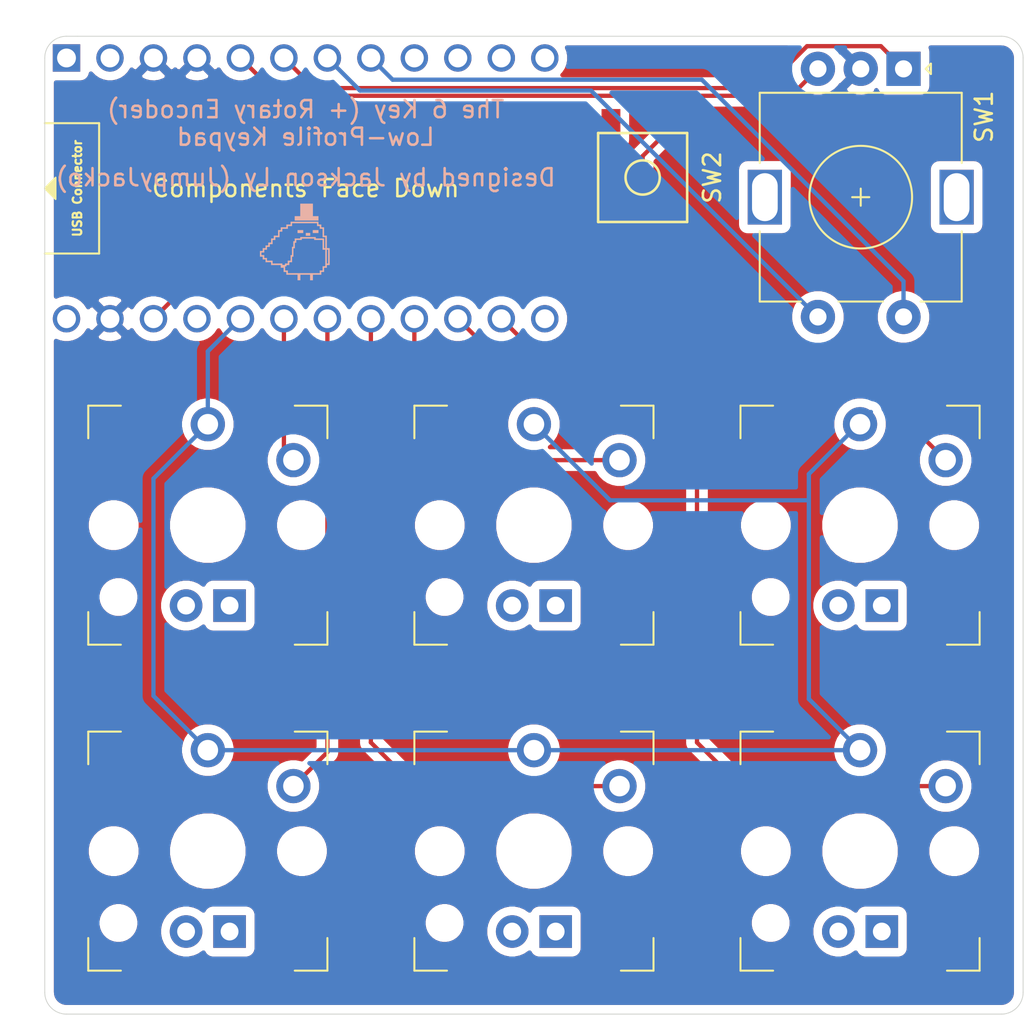
<source format=kicad_pcb>
(kicad_pcb (version 20171130) (host pcbnew "(5.1.10)-1")

  (general
    (thickness 1.6)
    (drawings 65)
    (tracks 57)
    (zones 0)
    (modules 10)
    (nets 23)
  )

  (page A4)
  (layers
    (0 F.Cu signal)
    (31 B.Cu signal)
    (32 B.Adhes user)
    (33 F.Adhes user)
    (34 B.Paste user)
    (35 F.Paste user)
    (36 B.SilkS user)
    (37 F.SilkS user)
    (38 B.Mask user)
    (39 F.Mask user)
    (40 Dwgs.User user)
    (41 Cmts.User user)
    (42 Eco1.User user)
    (43 Eco2.User user)
    (44 Edge.Cuts user)
    (45 Margin user)
    (46 B.CrtYd user)
    (47 F.CrtYd user)
    (48 B.Fab user)
    (49 F.Fab user)
  )

  (setup
    (last_trace_width 0.25)
    (trace_clearance 0.2)
    (zone_clearance 0.508)
    (zone_45_only no)
    (trace_min 0.2)
    (via_size 0.8)
    (via_drill 0.4)
    (via_min_size 0.4)
    (via_min_drill 0.3)
    (uvia_size 0.3)
    (uvia_drill 0.1)
    (uvias_allowed no)
    (uvia_min_size 0.2)
    (uvia_min_drill 0.1)
    (edge_width 0.05)
    (segment_width 0.2)
    (pcb_text_width 0.3)
    (pcb_text_size 1.5 1.5)
    (mod_edge_width 0.12)
    (mod_text_size 1 1)
    (mod_text_width 0.15)
    (pad_size 1.8 1.1)
    (pad_drill 0)
    (pad_to_mask_clearance 0)
    (aux_axis_origin 0 0)
    (visible_elements 7FFFEFFF)
    (pcbplotparams
      (layerselection 0x010fc_ffffffff)
      (usegerberextensions false)
      (usegerberattributes true)
      (usegerberadvancedattributes true)
      (creategerberjobfile true)
      (excludeedgelayer true)
      (linewidth 0.100000)
      (plotframeref false)
      (viasonmask false)
      (mode 1)
      (useauxorigin false)
      (hpglpennumber 1)
      (hpglpenspeed 20)
      (hpglpendiameter 15.000000)
      (psnegative false)
      (psa4output false)
      (plotreference true)
      (plotvalue true)
      (plotinvisibletext false)
      (padsonsilk false)
      (subtractmaskfromsilk false)
      (outputformat 1)
      (mirror false)
      (drillshape 1)
      (scaleselection 1)
      (outputdirectory ""))
  )

  (net 0 "")
  (net 1 col0)
  (net 2 row0)
  (net 3 col1)
  (net 4 col2)
  (net 5 col3)
  (net 6 col4)
  (net 7 col5)
  (net 8 pinA)
  (net 9 GND)
  (net 10 pinB)
  (net 11 rot2)
  (net 12 rot1)
  (net 13 reset)
  (net 14 "Net-(U1-Pad24)")
  (net 15 VCC)
  (net 16 "Net-(U1-Pad13)")
  (net 17 "Net-(U1-Pad12)")
  (net 18 "Net-(U1-Pad2)")
  (net 19 "Net-(U1-Pad1)")
  (net 20 "Net-(U1-Pad11)")
  (net 21 "Net-(U1-Pad10)")
  (net 22 "Net-(U1-Pad9)")

  (net_class Default "This is the default net class."
    (clearance 0.2)
    (trace_width 0.25)
    (via_dia 0.8)
    (via_drill 0.4)
    (uvia_dia 0.3)
    (uvia_drill 0.1)
    (add_net "Net-(U1-Pad1)")
    (add_net "Net-(U1-Pad10)")
    (add_net "Net-(U1-Pad11)")
    (add_net "Net-(U1-Pad12)")
    (add_net "Net-(U1-Pad13)")
    (add_net "Net-(U1-Pad2)")
    (add_net "Net-(U1-Pad24)")
    (add_net "Net-(U1-Pad9)")
    (add_net col0)
    (add_net col1)
    (add_net col2)
    (add_net col3)
    (add_net col4)
    (add_net col5)
    (add_net pinA)
    (add_net pinB)
    (add_net reset)
    (add_net rot1)
    (add_net rot2)
    (add_net row0)
  )

  (net_class Power ""
    (clearance 0.2)
    (trace_width 0.3)
    (via_dia 0.8)
    (via_drill 0.4)
    (uvia_dia 0.3)
    (uvia_drill 0.1)
    (add_net GND)
    (add_net VCC)
  )

  (module my_graphics:bird_logo (layer B.Cu) (tedit 0) (tstamp 62CDA36C)
    (at 779.78 -48.26 180)
    (fp_text reference G*** (at 0 0) (layer B.SilkS) hide
      (effects (font (size 1.524 1.524) (thickness 0.3)) (justify mirror))
    )
    (fp_text value LOGO (at 0.75 0) (layer B.SilkS) hide
      (effects (font (size 1.524 1.524) (thickness 0.3)) (justify mirror))
    )
    (fp_poly (pts (xy -0.16256 0.56896) (xy -0.48768 0.56896) (xy -0.48768 0.73152) (xy -0.16256 0.73152)
      (xy -0.16256 0.56896)) (layer B.SilkS) (width 0.01))
    (fp_poly (pts (xy -1.05664 0.56896) (xy -1.38176 0.56896) (xy -1.38176 0.73152) (xy -1.05664 0.73152)
      (xy -1.05664 0.56896)) (layer B.SilkS) (width 0.01))
    (fp_poly (pts (xy -0.65024 0.4064) (xy -0.89408 0.4064) (xy -0.89408 0.56896) (xy -0.65024 0.56896)
      (xy -0.65024 0.4064)) (layer B.SilkS) (width 0.01))
    (fp_poly (pts (xy -0.32512 1.54432) (xy 0 1.54432) (xy 0 1.30048) (xy -1.38176 1.30048)
      (xy -1.38176 1.54432) (xy -1.05664 1.54432) (xy -1.05664 2.27584) (xy -0.32512 2.27584)
      (xy -0.32512 1.54432)) (layer B.SilkS) (width 0.01))
    (fp_poly (pts (xy 0.24384 1.05664) (xy 0.48768 1.05664) (xy 0.48768 0.89408) (xy 0.8128 0.89408)
      (xy 0.8128 0.73152) (xy 0.97536 0.73152) (xy 0.97536 0.4064) (xy 1.2192 0.4064)
      (xy 1.2192 0.24384) (xy 1.38176 0.24384) (xy 1.38176 0) (xy 1.54432 0)
      (xy 1.54432 -0.16256) (xy 1.70688 -0.16256) (xy 1.70688 -0.32512) (xy 1.86944 -0.32512)
      (xy 1.86944 -0.48768) (xy 2.032 -0.48768) (xy 2.032 -0.8128) (xy 1.86944 -0.8128)
      (xy 1.86944 -0.97536) (xy 1.70688 -0.97536) (xy 1.70688 -1.13792) (xy 1.38176 -1.13792)
      (xy 1.38176 -1.30048) (xy 0.8128 -1.30048) (xy 0.8128 -1.46304) (xy 0.65024 -1.46304)
      (xy 0.65024 -1.70688) (xy 0.48768 -1.70688) (xy 0.48768 -1.86944) (xy -0.16256 -1.86944)
      (xy -0.16256 -2.19456) (xy -0.32512 -2.19456) (xy -0.32512 -1.86944) (xy -0.89408 -1.86944)
      (xy -0.89408 -2.19456) (xy -1.05664 -2.19456) (xy -1.05664 -1.86944) (xy -1.54432 -1.86944)
      (xy -1.54432 -1.70688) (xy -1.70688 -1.70688) (xy -1.70688 -1.46304) (xy -1.86944 -1.46304)
      (xy -1.86944 -1.30048) (xy -2.032 -1.30048) (xy -2.032 -0.4064) (xy -1.95072 -0.4064)
      (xy -1.95072 -1.2192) (xy -1.86944 -1.2192) (xy -1.86944 -0.4064) (xy -1.78816 -0.4064)
      (xy -1.78816 -1.38176) (xy -1.6256 -1.38176) (xy -1.6256 -1.6256) (xy -1.46304 -1.6256)
      (xy -1.46304 -1.78816) (xy 0.4064 -1.78816) (xy 0.4064 -1.6256) (xy 0.56896 -1.6256)
      (xy 0.56896 -1.38176) (xy 0.48768 -1.38176) (xy 0.48768 -1.30048) (xy 0.32512 -1.30048)
      (xy 0.32512 -1.13792) (xy 0.16256 -1.13792) (xy 0.16256 -0.8128) (xy 0.08128 -0.8128)
      (xy 0.08128 -0.32512) (xy 0 -0.32512) (xy 0 0) (xy -0.08128 0)
      (xy -0.08128 0.16256) (xy -0.4064 0.16256) (xy -0.4064 0.24384) (xy -1.13792 0.24384)
      (xy -1.13792 0.16256) (xy -1.6256 0.16256) (xy -1.6256 -0.4064) (xy -1.78816 -0.4064)
      (xy -1.86944 -0.4064) (xy -1.95072 -0.4064) (xy -2.032 -0.4064) (xy -2.032 -0.32512)
      (xy -1.86944 -0.32512) (xy -1.86944 0.32512) (xy -1.78816 0.32512) (xy -1.78816 -0.32512)
      (xy -1.70688 -0.32512) (xy -1.70688 0.24384) (xy -1.2192 0.24384) (xy -1.2192 0.32512)
      (xy -0.32512 0.32512) (xy -0.32512 0.24384) (xy 0 0.24384) (xy 0 0.08128)
      (xy 0.08128 0.08128) (xy 0.08128 -0.24384) (xy 0.16256 -0.24384) (xy 0.16256 -0.73152)
      (xy 0.24384 -0.73152) (xy 0.24384 -1.05664) (xy 0.4064 -1.05664) (xy 0.4064 -1.2192)
      (xy 0.56896 -1.2192) (xy 0.56896 -1.30048) (xy 0.73152 -1.30048) (xy 0.73152 -1.2192)
      (xy 1.30048 -1.2192) (xy 1.30048 -1.05664) (xy 1.6256 -1.05664) (xy 1.6256 -0.89408)
      (xy 1.78816 -0.89408) (xy 1.78816 -0.73152) (xy 1.95072 -0.73152) (xy 1.95072 -0.56896)
      (xy 1.78816 -0.56896) (xy 1.78816 -0.4064) (xy 1.6256 -0.4064) (xy 1.6256 -0.24384)
      (xy 1.46304 -0.24384) (xy 1.46304 -0.08128) (xy 1.30048 -0.08128) (xy 1.30048 0.16256)
      (xy 1.13792 0.16256) (xy 1.13792 0.32512) (xy 0.89408 0.32512) (xy 0.89408 0.65024)
      (xy 0.73152 0.65024) (xy 0.73152 0.8128) (xy 0.4064 0.8128) (xy 0.4064 0.97536)
      (xy 0.16256 0.97536) (xy 0.16256 1.13792) (xy -1.30048 1.13792) (xy -1.30048 0.97536)
      (xy -1.46304 0.97536) (xy -1.46304 0.8128) (xy -1.6256 0.8128) (xy -1.6256 0.32512)
      (xy -1.78816 0.32512) (xy -1.86944 0.32512) (xy -1.86944 0.4064) (xy -1.70688 0.4064)
      (xy -1.70688 0.89408) (xy -1.54432 0.89408) (xy -1.54432 1.05664) (xy -1.38176 1.05664)
      (xy -1.38176 1.2192) (xy 0.24384 1.2192) (xy 0.24384 1.05664)) (layer B.SilkS) (width 0.01))
  )

  (module promicro:ProMicro-NoSilk (layer B.Cu) (tedit 5C3BC269) (tstamp 62CD824E)
    (at 780.415 -51.435)
    (descr "Pro Micro footprint")
    (tags "promicro ProMicro")
    (path /62CA24EC)
    (fp_text reference U1 (at 0 10.16) (layer B.SilkS) hide
      (effects (font (size 1 1) (thickness 0.15)) (justify mirror))
    )
    (fp_text value ProMicro (at 0 -10.16) (layer B.Fab)
      (effects (font (size 1 1) (thickness 0.15)) (justify mirror))
    )
    (fp_line (start 15.24 8.89) (end 15.24 -8.89) (layer Dwgs.User) (width 0.15))
    (fp_line (start -15.24 8.89) (end 15.24 8.89) (layer Dwgs.User) (width 0.15))
    (fp_line (start -15.24 3.81) (end -15.24 8.89) (layer Dwgs.User) (width 0.15))
    (fp_line (start -17.78 3.81) (end -15.24 3.81) (layer Dwgs.User) (width 0.15))
    (fp_line (start -17.78 -3.81) (end -17.78 3.81) (layer Dwgs.User) (width 0.15))
    (fp_line (start -15.24 -3.81) (end -17.78 -3.81) (layer Dwgs.User) (width 0.15))
    (fp_line (start -15.24 -8.89) (end -15.24 -3.81) (layer Dwgs.User) (width 0.15))
    (fp_line (start -15.24 -8.89) (end 15.24 -8.89) (layer Dwgs.User) (width 0.15))
    (pad 24 thru_hole circle (at -13.97 7.62) (size 1.6 1.6) (drill 1.1) (layers *.Cu *.Mask)
      (net 14 "Net-(U1-Pad24)"))
    (pad 23 thru_hole circle (at -11.43 7.62) (size 1.6 1.6) (drill 1.1) (layers *.Cu *.Mask)
      (net 9 GND))
    (pad 22 thru_hole circle (at -8.89 7.62) (size 1.6 1.6) (drill 1.1) (layers *.Cu *.Mask)
      (net 13 reset))
    (pad 21 thru_hole circle (at -6.35 7.62) (size 1.6 1.6) (drill 1.1) (layers *.Cu *.Mask)
      (net 15 VCC))
    (pad 20 thru_hole circle (at -3.81 7.62) (size 1.6 1.6) (drill 1.1) (layers *.Cu *.Mask)
      (net 2 row0))
    (pad 19 thru_hole circle (at -1.27 7.62) (size 1.6 1.6) (drill 1.1) (layers *.Cu *.Mask)
      (net 1 col0))
    (pad 18 thru_hole circle (at 1.27 7.62) (size 1.6 1.6) (drill 1.1) (layers *.Cu *.Mask)
      (net 3 col1))
    (pad 17 thru_hole circle (at 3.81 7.62) (size 1.6 1.6) (drill 1.1) (layers *.Cu *.Mask)
      (net 5 col3))
    (pad 16 thru_hole circle (at 6.35 7.62) (size 1.6 1.6) (drill 1.1) (layers *.Cu *.Mask)
      (net 4 col2))
    (pad 15 thru_hole circle (at 8.89 7.62) (size 1.6 1.6) (drill 1.1) (layers *.Cu *.Mask)
      (net 7 col5))
    (pad 14 thru_hole circle (at 11.43 7.62) (size 1.6 1.6) (drill 1.1) (layers *.Cu *.Mask)
      (net 6 col4))
    (pad 13 thru_hole circle (at 13.97 7.62) (size 1.6 1.6) (drill 1.1) (layers *.Cu *.Mask)
      (net 16 "Net-(U1-Pad13)"))
    (pad 12 thru_hole circle (at 13.97 -7.62) (size 1.6 1.6) (drill 1.1) (layers *.Cu *.Mask)
      (net 17 "Net-(U1-Pad12)"))
    (pad 11 thru_hole circle (at 11.43 -7.62) (size 1.6 1.6) (drill 1.1) (layers *.Cu *.Mask)
      (net 20 "Net-(U1-Pad11)"))
    (pad 10 thru_hole circle (at 8.89 -7.62) (size 1.6 1.6) (drill 1.1) (layers *.Cu *.Mask)
      (net 21 "Net-(U1-Pad10)"))
    (pad 9 thru_hole circle (at 6.35 -7.62) (size 1.6 1.6) (drill 1.1) (layers *.Cu *.Mask)
      (net 22 "Net-(U1-Pad9)"))
    (pad 8 thru_hole circle (at 3.81 -7.62) (size 1.6 1.6) (drill 1.1) (layers *.Cu *.Mask)
      (net 11 rot2))
    (pad 7 thru_hole circle (at 1.27 -7.62) (size 1.6 1.6) (drill 1.1) (layers *.Cu *.Mask)
      (net 12 rot1))
    (pad 6 thru_hole circle (at -1.27 -7.62) (size 1.6 1.6) (drill 1.1) (layers *.Cu *.Mask)
      (net 8 pinA))
    (pad 5 thru_hole circle (at -3.81 -7.62) (size 1.6 1.6) (drill 1.1) (layers *.Cu *.Mask)
      (net 10 pinB))
    (pad 4 thru_hole circle (at -6.35 -7.62) (size 1.6 1.6) (drill 1.1) (layers *.Cu *.Mask)
      (net 9 GND))
    (pad 3 thru_hole circle (at -8.89 -7.62) (size 1.6 1.6) (drill 1.1) (layers *.Cu *.Mask)
      (net 9 GND))
    (pad 2 thru_hole circle (at -11.43 -7.62) (size 1.6 1.6) (drill 1.1) (layers *.Cu *.Mask)
      (net 18 "Net-(U1-Pad2)"))
    (pad 1 thru_hole rect (at -13.97 -7.62) (size 1.6 1.6) (drill 1.1) (layers *.Cu *.Mask)
      (net 19 "Net-(U1-Pad1)"))
  )

  (module Kailh_Choc:KailhChoc-1U (layer F.Cu) (tedit 62CCEABE) (tstamp 62CD57E8)
    (at 774.7 -31.75)
    (path /62CCCCC0)
    (fp_text reference MX1 (at 0 3.175) (layer Dwgs.User)
      (effects (font (size 1 1) (thickness 0.15)))
    )
    (fp_text value MX-NoLED (at 0 -7.9375) (layer Dwgs.User)
      (effects (font (size 1 1) (thickness 0.15)))
    )
    (fp_line (start -9.525 9.525) (end -9.525 -9.525) (layer Dwgs.User) (width 0.15))
    (fp_line (start 9.525 9.525) (end -9.525 9.525) (layer Dwgs.User) (width 0.15))
    (fp_line (start 9.525 -9.525) (end 9.525 9.525) (layer Dwgs.User) (width 0.15))
    (fp_line (start -9.525 -9.525) (end 9.525 -9.525) (layer Dwgs.User) (width 0.15))
    (fp_line (start -7 -7) (end -7 -5) (layer Dwgs.User) (width 0.15))
    (fp_line (start -5 -7) (end -7 -7) (layer Dwgs.User) (width 0.15))
    (fp_line (start -7 7) (end -5 7) (layer Dwgs.User) (width 0.15))
    (fp_line (start -7 5) (end -7 7) (layer Dwgs.User) (width 0.15))
    (fp_line (start 7 7) (end 7 5) (layer Dwgs.User) (width 0.15))
    (fp_line (start 5 7) (end 7 7) (layer Dwgs.User) (width 0.15))
    (fp_line (start 7 -7) (end 7 -5) (layer Dwgs.User) (width 0.15))
    (fp_line (start 5 -7) (end 7 -7) (layer Dwgs.User) (width 0.15))
    (pad 4 thru_hole rect (at 1.27 4.7) (size 1.905 1.905) (drill 1.04) (layers *.Cu *.Mask))
    (pad 3 thru_hole circle (at -1.27 4.7) (size 1.905 1.905) (drill 1.04) (layers *.Cu *.Mask))
    (pad "" np_thru_hole circle (at -5.22 4.2) (size 1.2 1.2) (drill 1.2) (layers *.Cu *.Mask))
    (pad "" np_thru_hole circle (at 5.5 0 48.1) (size 1.9 1.9) (drill 1.9) (layers *.Cu *.Mask))
    (pad "" np_thru_hole circle (at -5.5 0 48.1) (size 1.9 1.9) (drill 1.9) (layers *.Cu *.Mask))
    (pad 1 thru_hole circle (at 5 -3.8) (size 2 2) (drill 1.2) (layers *.Cu *.Mask)
      (net 1 col0))
    (pad "" np_thru_hole circle (at 0 0) (size 3.4 3.4) (drill 3.4) (layers *.Cu *.Mask))
    (pad 2 thru_hole circle (at 0 -5.9) (size 2 2) (drill 1.2) (layers *.Cu *.Mask)
      (net 2 row0))
  )

  (module Kailh_Choc:KailhChoc-1U (layer F.Cu) (tedit 62CCEACD) (tstamp 62CD3BF2)
    (at 793.75 -31.75)
    (path /62CCDCDE)
    (fp_text reference MX3 (at 0 3.175) (layer Dwgs.User)
      (effects (font (size 1 1) (thickness 0.15)))
    )
    (fp_text value MX-NoLED (at 0 -7.9375) (layer Dwgs.User)
      (effects (font (size 1 1) (thickness 0.15)))
    )
    (fp_line (start -9.525 9.525) (end -9.525 -9.525) (layer Dwgs.User) (width 0.15))
    (fp_line (start 9.525 9.525) (end -9.525 9.525) (layer Dwgs.User) (width 0.15))
    (fp_line (start 9.525 -9.525) (end 9.525 9.525) (layer Dwgs.User) (width 0.15))
    (fp_line (start -9.525 -9.525) (end 9.525 -9.525) (layer Dwgs.User) (width 0.15))
    (fp_line (start -7 -7) (end -7 -5) (layer Dwgs.User) (width 0.15))
    (fp_line (start -5 -7) (end -7 -7) (layer Dwgs.User) (width 0.15))
    (fp_line (start -7 7) (end -5 7) (layer Dwgs.User) (width 0.15))
    (fp_line (start -7 5) (end -7 7) (layer Dwgs.User) (width 0.15))
    (fp_line (start 7 7) (end 7 5) (layer Dwgs.User) (width 0.15))
    (fp_line (start 5 7) (end 7 7) (layer Dwgs.User) (width 0.15))
    (fp_line (start 7 -7) (end 7 -5) (layer Dwgs.User) (width 0.15))
    (fp_line (start 5 -7) (end 7 -7) (layer Dwgs.User) (width 0.15))
    (pad 4 thru_hole rect (at 1.27 4.7) (size 1.905 1.905) (drill 1.04) (layers *.Cu *.Mask))
    (pad 3 thru_hole circle (at -1.27 4.7) (size 1.905 1.905) (drill 1.04) (layers *.Cu *.Mask))
    (pad "" np_thru_hole circle (at -5.22 4.2) (size 1.2 1.2) (drill 1.2) (layers *.Cu *.Mask))
    (pad "" np_thru_hole circle (at 5.5 0 48.1) (size 1.9 1.9) (drill 1.9) (layers *.Cu *.Mask))
    (pad "" np_thru_hole circle (at -5.5 0 48.1) (size 1.9 1.9) (drill 1.9) (layers *.Cu *.Mask))
    (pad 1 thru_hole circle (at 5 -3.8) (size 2 2) (drill 1.2) (layers *.Cu *.Mask)
      (net 4 col2))
    (pad "" np_thru_hole circle (at 0 0) (size 3.4 3.4) (drill 3.4) (layers *.Cu *.Mask))
    (pad 2 thru_hole circle (at 0 -5.9) (size 2 2) (drill 1.2) (layers *.Cu *.Mask)
      (net 2 row0))
  )

  (module random-keyboard-parts:SKQG-1155865 (layer F.Cu) (tedit 5E62B398) (tstamp 62CD4BDF)
    (at 800.1 -52.07 90)
    (path /62CF3916)
    (attr smd)
    (fp_text reference SW2 (at 0 4.064 90) (layer F.SilkS)
      (effects (font (size 1 1) (thickness 0.15)))
    )
    (fp_text value SW_Push (at 0 -4.064 90) (layer F.Fab)
      (effects (font (size 1 1) (thickness 0.15)))
    )
    (fp_line (start -2.6 -2.6) (end 2.6 -2.6) (layer F.SilkS) (width 0.15))
    (fp_line (start 2.6 -2.6) (end 2.6 2.6) (layer F.SilkS) (width 0.15))
    (fp_line (start 2.6 2.6) (end -2.6 2.6) (layer F.SilkS) (width 0.15))
    (fp_line (start -2.6 2.6) (end -2.6 -2.6) (layer F.SilkS) (width 0.15))
    (fp_circle (center 0 0) (end 1 0) (layer F.SilkS) (width 0.15))
    (fp_line (start -4.2 -2.6) (end 4.2 -2.6) (layer F.Fab) (width 0.15))
    (fp_line (start 4.2 -2.6) (end 4.2 -1.2) (layer F.Fab) (width 0.15))
    (fp_line (start 4.2 -1.1) (end 2.6 -1.1) (layer F.Fab) (width 0.15))
    (fp_line (start 2.6 -1.1) (end 2.6 1.1) (layer F.Fab) (width 0.15))
    (fp_line (start 2.6 1.1) (end 4.2 1.1) (layer F.Fab) (width 0.15))
    (fp_line (start 4.2 1.1) (end 4.2 2.6) (layer F.Fab) (width 0.15))
    (fp_line (start 4.2 2.6) (end -4.2 2.6) (layer F.Fab) (width 0.15))
    (fp_line (start -4.2 2.6) (end -4.2 1.1) (layer F.Fab) (width 0.15))
    (fp_line (start -4.2 1.1) (end -2.6 1.1) (layer F.Fab) (width 0.15))
    (fp_line (start -2.6 1.1) (end -2.6 -1.1) (layer F.Fab) (width 0.15))
    (fp_line (start -2.6 -1.1) (end -4.2 -1.1) (layer F.Fab) (width 0.15))
    (fp_line (start -4.2 -1.1) (end -4.2 -2.6) (layer F.Fab) (width 0.15))
    (fp_circle (center 0 0) (end 1 0) (layer F.Fab) (width 0.15))
    (fp_line (start -2.6 -1.1) (end -1.1 -2.6) (layer F.Fab) (width 0.15))
    (fp_line (start 2.6 -1.1) (end 1.1 -2.6) (layer F.Fab) (width 0.15))
    (fp_line (start 2.6 1.1) (end 1.1 2.6) (layer F.Fab) (width 0.15))
    (fp_line (start -2.6 1.1) (end -1.1 2.6) (layer F.Fab) (width 0.15))
    (pad 4 smd rect (at -3.1 1.85 90) (size 1.8 1.1) (layers F.Cu F.Paste F.Mask))
    (pad 3 smd rect (at 3.1 -1.85 90) (size 1.8 1.1) (layers F.Cu F.Paste F.Mask))
    (pad 2 smd rect (at -3.1 -1.85 90) (size 1.8 1.1) (layers F.Cu F.Paste F.Mask)
      (net 9 GND))
    (pad 1 smd rect (at 3.1 1.85 90) (size 1.8 1.1) (layers F.Cu F.Paste F.Mask)
      (net 13 reset))
  )

  (module Rotary_Encoder:RotaryEncoder_Alps_EC11E-Switch_Vertical_H20mm (layer F.Cu) (tedit 5A74C8CB) (tstamp 62CD3AAE)
    (at 815.34 -58.42 270)
    (descr "Alps rotary encoder, EC12E... with switch, vertical shaft, http://www.alps.com/prod/info/E/HTML/Encoder/Incremental/EC11/EC11E15204A3.html")
    (tags "rotary encoder")
    (path /62CC08CA)
    (fp_text reference SW1 (at 2.8 -4.7 90) (layer F.SilkS)
      (effects (font (size 1 1) (thickness 0.15)))
    )
    (fp_text value Rotary_Encoder_Switch (at 7.5 10.4 90) (layer F.Fab)
      (effects (font (size 1 1) (thickness 0.15)))
    )
    (fp_circle (center 7.5 2.5) (end 10.5 2.5) (layer F.Fab) (width 0.12))
    (fp_circle (center 7.5 2.5) (end 10.5 2.5) (layer F.SilkS) (width 0.12))
    (fp_line (start 16 9.6) (end -1.5 9.6) (layer F.CrtYd) (width 0.05))
    (fp_line (start 16 9.6) (end 16 -4.6) (layer F.CrtYd) (width 0.05))
    (fp_line (start -1.5 -4.6) (end -1.5 9.6) (layer F.CrtYd) (width 0.05))
    (fp_line (start -1.5 -4.6) (end 16 -4.6) (layer F.CrtYd) (width 0.05))
    (fp_line (start 2.5 -3.3) (end 13.5 -3.3) (layer F.Fab) (width 0.12))
    (fp_line (start 13.5 -3.3) (end 13.5 8.3) (layer F.Fab) (width 0.12))
    (fp_line (start 13.5 8.3) (end 1.5 8.3) (layer F.Fab) (width 0.12))
    (fp_line (start 1.5 8.3) (end 1.5 -2.2) (layer F.Fab) (width 0.12))
    (fp_line (start 1.5 -2.2) (end 2.5 -3.3) (layer F.Fab) (width 0.12))
    (fp_line (start 9.5 -3.4) (end 13.6 -3.4) (layer F.SilkS) (width 0.12))
    (fp_line (start 13.6 8.4) (end 9.5 8.4) (layer F.SilkS) (width 0.12))
    (fp_line (start 5.5 8.4) (end 1.4 8.4) (layer F.SilkS) (width 0.12))
    (fp_line (start 5.5 -3.4) (end 1.4 -3.4) (layer F.SilkS) (width 0.12))
    (fp_line (start 1.4 -3.4) (end 1.4 8.4) (layer F.SilkS) (width 0.12))
    (fp_line (start 0 -1.3) (end -0.3 -1.6) (layer F.SilkS) (width 0.12))
    (fp_line (start -0.3 -1.6) (end 0.3 -1.6) (layer F.SilkS) (width 0.12))
    (fp_line (start 0.3 -1.6) (end 0 -1.3) (layer F.SilkS) (width 0.12))
    (fp_line (start 7.5 -0.5) (end 7.5 5.5) (layer F.Fab) (width 0.12))
    (fp_line (start 4.5 2.5) (end 10.5 2.5) (layer F.Fab) (width 0.12))
    (fp_line (start 13.6 -3.4) (end 13.6 -1) (layer F.SilkS) (width 0.12))
    (fp_line (start 13.6 1.2) (end 13.6 3.8) (layer F.SilkS) (width 0.12))
    (fp_line (start 13.6 6) (end 13.6 8.4) (layer F.SilkS) (width 0.12))
    (fp_line (start 7.5 2) (end 7.5 3) (layer F.SilkS) (width 0.12))
    (fp_line (start 7 2.5) (end 8 2.5) (layer F.SilkS) (width 0.12))
    (fp_text user %R (at 11.1 6.3 90) (layer F.Fab)
      (effects (font (size 1 1) (thickness 0.15)))
    )
    (pad A thru_hole rect (at 0 0 270) (size 2 2) (drill 1) (layers *.Cu *.Mask)
      (net 8 pinA))
    (pad C thru_hole circle (at 0 2.5 270) (size 2 2) (drill 1) (layers *.Cu *.Mask)
      (net 9 GND))
    (pad B thru_hole circle (at 0 5 270) (size 2 2) (drill 1) (layers *.Cu *.Mask)
      (net 10 pinB))
    (pad MP thru_hole rect (at 7.5 -3.1 270) (size 3.2 2) (drill oval 2.8 1.5) (layers *.Cu *.Mask))
    (pad MP thru_hole rect (at 7.5 8.1 270) (size 3.2 2) (drill oval 2.8 1.5) (layers *.Cu *.Mask))
    (pad S2 thru_hole circle (at 14.5 0 270) (size 2 2) (drill 1) (layers *.Cu *.Mask)
      (net 11 rot2))
    (pad S1 thru_hole circle (at 14.5 5 270) (size 2 2) (drill 1) (layers *.Cu *.Mask)
      (net 12 rot1))
    (model ${KISYS3DMOD}/Rotary_Encoder.3dshapes/RotaryEncoder_Alps_EC11E-Switch_Vertical_H20mm.wrl
      (at (xyz 0 0 0))
      (scale (xyz 1 1 1))
      (rotate (xyz 0 0 0))
    )
  )

  (module Kailh_Choc:KailhChoc-1U (layer F.Cu) (tedit 62CCEB12) (tstamp 62CD3C3A)
    (at 812.8 -12.7)
    (path /62CCE05A)
    (fp_text reference MX6 (at 0 3.175) (layer Dwgs.User)
      (effects (font (size 1 1) (thickness 0.15)))
    )
    (fp_text value MX-NoLED (at 0 -7.9375) (layer Dwgs.User)
      (effects (font (size 1 1) (thickness 0.15)))
    )
    (fp_line (start -9.525 9.525) (end -9.525 -9.525) (layer Dwgs.User) (width 0.15))
    (fp_line (start 9.525 9.525) (end -9.525 9.525) (layer Dwgs.User) (width 0.15))
    (fp_line (start 9.525 -9.525) (end 9.525 9.525) (layer Dwgs.User) (width 0.15))
    (fp_line (start -9.525 -9.525) (end 9.525 -9.525) (layer Dwgs.User) (width 0.15))
    (fp_line (start -7 -7) (end -7 -5) (layer Dwgs.User) (width 0.15))
    (fp_line (start -5 -7) (end -7 -7) (layer Dwgs.User) (width 0.15))
    (fp_line (start -7 7) (end -5 7) (layer Dwgs.User) (width 0.15))
    (fp_line (start -7 5) (end -7 7) (layer Dwgs.User) (width 0.15))
    (fp_line (start 7 7) (end 7 5) (layer Dwgs.User) (width 0.15))
    (fp_line (start 5 7) (end 7 7) (layer Dwgs.User) (width 0.15))
    (fp_line (start 7 -7) (end 7 -5) (layer Dwgs.User) (width 0.15))
    (fp_line (start 5 -7) (end 7 -7) (layer Dwgs.User) (width 0.15))
    (pad 4 thru_hole rect (at 1.27 4.7) (size 1.905 1.905) (drill 1.04) (layers *.Cu *.Mask))
    (pad 3 thru_hole circle (at -1.27 4.7) (size 1.905 1.905) (drill 1.04) (layers *.Cu *.Mask))
    (pad "" np_thru_hole circle (at -5.22 4.2) (size 1.2 1.2) (drill 1.2) (layers *.Cu *.Mask))
    (pad "" np_thru_hole circle (at 5.5 0 48.1) (size 1.9 1.9) (drill 1.9) (layers *.Cu *.Mask))
    (pad "" np_thru_hole circle (at -5.5 0 48.1) (size 1.9 1.9) (drill 1.9) (layers *.Cu *.Mask))
    (pad 1 thru_hole circle (at 5 -3.8) (size 2 2) (drill 1.2) (layers *.Cu *.Mask)
      (net 7 col5))
    (pad "" np_thru_hole circle (at 0 0) (size 3.4 3.4) (drill 3.4) (layers *.Cu *.Mask))
    (pad 2 thru_hole circle (at 0 -5.9) (size 2 2) (drill 1.2) (layers *.Cu *.Mask)
      (net 2 row0))
  )

  (module Kailh_Choc:KailhChoc-1U (layer F.Cu) (tedit 62CCEAD5) (tstamp 62CD3C22)
    (at 812.8 -31.75)
    (path /62CCE444)
    (fp_text reference MX5 (at 0 3.175) (layer Dwgs.User)
      (effects (font (size 1 1) (thickness 0.15)))
    )
    (fp_text value MX-NoLED (at 0 -7.9375) (layer Dwgs.User)
      (effects (font (size 1 1) (thickness 0.15)))
    )
    (fp_line (start -9.525 9.525) (end -9.525 -9.525) (layer Dwgs.User) (width 0.15))
    (fp_line (start 9.525 9.525) (end -9.525 9.525) (layer Dwgs.User) (width 0.15))
    (fp_line (start 9.525 -9.525) (end 9.525 9.525) (layer Dwgs.User) (width 0.15))
    (fp_line (start -9.525 -9.525) (end 9.525 -9.525) (layer Dwgs.User) (width 0.15))
    (fp_line (start -7 -7) (end -7 -5) (layer Dwgs.User) (width 0.15))
    (fp_line (start -5 -7) (end -7 -7) (layer Dwgs.User) (width 0.15))
    (fp_line (start -7 7) (end -5 7) (layer Dwgs.User) (width 0.15))
    (fp_line (start -7 5) (end -7 7) (layer Dwgs.User) (width 0.15))
    (fp_line (start 7 7) (end 7 5) (layer Dwgs.User) (width 0.15))
    (fp_line (start 5 7) (end 7 7) (layer Dwgs.User) (width 0.15))
    (fp_line (start 7 -7) (end 7 -5) (layer Dwgs.User) (width 0.15))
    (fp_line (start 5 -7) (end 7 -7) (layer Dwgs.User) (width 0.15))
    (pad 4 thru_hole rect (at 1.27 4.7) (size 1.905 1.905) (drill 1.04) (layers *.Cu *.Mask))
    (pad 3 thru_hole circle (at -1.27 4.7) (size 1.905 1.905) (drill 1.04) (layers *.Cu *.Mask))
    (pad "" np_thru_hole circle (at -5.22 4.2) (size 1.2 1.2) (drill 1.2) (layers *.Cu *.Mask))
    (pad "" np_thru_hole circle (at 5.5 0 48.1) (size 1.9 1.9) (drill 1.9) (layers *.Cu *.Mask))
    (pad "" np_thru_hole circle (at -5.5 0 48.1) (size 1.9 1.9) (drill 1.9) (layers *.Cu *.Mask))
    (pad 1 thru_hole circle (at 5 -3.8) (size 2 2) (drill 1.2) (layers *.Cu *.Mask)
      (net 6 col4))
    (pad "" np_thru_hole circle (at 0 0) (size 3.4 3.4) (drill 3.4) (layers *.Cu *.Mask))
    (pad 2 thru_hole circle (at 0 -5.9) (size 2 2) (drill 1.2) (layers *.Cu *.Mask)
      (net 2 row0))
  )

  (module Kailh_Choc:KailhChoc-1U (layer F.Cu) (tedit 62CCEAFE) (tstamp 62CDA11A)
    (at 793.75 -12.7)
    (path /62CCEA2C)
    (fp_text reference MX4 (at 0 3.175) (layer Dwgs.User)
      (effects (font (size 1 1) (thickness 0.15)))
    )
    (fp_text value MX-NoLED (at 0 -7.9375) (layer Dwgs.User)
      (effects (font (size 1 1) (thickness 0.15)))
    )
    (fp_line (start -9.525 9.525) (end -9.525 -9.525) (layer Dwgs.User) (width 0.15))
    (fp_line (start 9.525 9.525) (end -9.525 9.525) (layer Dwgs.User) (width 0.15))
    (fp_line (start 9.525 -9.525) (end 9.525 9.525) (layer Dwgs.User) (width 0.15))
    (fp_line (start -9.525 -9.525) (end 9.525 -9.525) (layer Dwgs.User) (width 0.15))
    (fp_line (start -7 -7) (end -7 -5) (layer Dwgs.User) (width 0.15))
    (fp_line (start -5 -7) (end -7 -7) (layer Dwgs.User) (width 0.15))
    (fp_line (start -7 7) (end -5 7) (layer Dwgs.User) (width 0.15))
    (fp_line (start -7 5) (end -7 7) (layer Dwgs.User) (width 0.15))
    (fp_line (start 7 7) (end 7 5) (layer Dwgs.User) (width 0.15))
    (fp_line (start 5 7) (end 7 7) (layer Dwgs.User) (width 0.15))
    (fp_line (start 7 -7) (end 7 -5) (layer Dwgs.User) (width 0.15))
    (fp_line (start 5 -7) (end 7 -7) (layer Dwgs.User) (width 0.15))
    (pad 4 thru_hole rect (at 1.27 4.7) (size 1.905 1.905) (drill 1.04) (layers *.Cu *.Mask))
    (pad 3 thru_hole circle (at -1.27 4.7) (size 1.905 1.905) (drill 1.04) (layers *.Cu *.Mask))
    (pad "" np_thru_hole circle (at -5.22 4.2) (size 1.2 1.2) (drill 1.2) (layers *.Cu *.Mask))
    (pad "" np_thru_hole circle (at 5.5 0 48.1) (size 1.9 1.9) (drill 1.9) (layers *.Cu *.Mask))
    (pad "" np_thru_hole circle (at -5.5 0 48.1) (size 1.9 1.9) (drill 1.9) (layers *.Cu *.Mask))
    (pad 1 thru_hole circle (at 5 -3.8) (size 2 2) (drill 1.2) (layers *.Cu *.Mask)
      (net 5 col3))
    (pad "" np_thru_hole circle (at 0 0) (size 3.4 3.4) (drill 3.4) (layers *.Cu *.Mask))
    (pad 2 thru_hole circle (at 0 -5.9) (size 2 2) (drill 1.2) (layers *.Cu *.Mask)
      (net 2 row0))
  )

  (module Kailh_Choc:KailhChoc-1U (layer F.Cu) (tedit 62CCEAE7) (tstamp 62CD3BDA)
    (at 774.7 -12.7)
    (path /62CCD804)
    (fp_text reference MX2 (at 0 3.175) (layer Dwgs.User)
      (effects (font (size 1 1) (thickness 0.15)))
    )
    (fp_text value MX-NoLED (at 0 -7.9375) (layer Dwgs.User)
      (effects (font (size 1 1) (thickness 0.15)))
    )
    (fp_line (start -9.525 9.525) (end -9.525 -9.525) (layer Dwgs.User) (width 0.15))
    (fp_line (start 9.525 9.525) (end -9.525 9.525) (layer Dwgs.User) (width 0.15))
    (fp_line (start 9.525 -9.525) (end 9.525 9.525) (layer Dwgs.User) (width 0.15))
    (fp_line (start -9.525 -9.525) (end 9.525 -9.525) (layer Dwgs.User) (width 0.15))
    (fp_line (start -7 -7) (end -7 -5) (layer Dwgs.User) (width 0.15))
    (fp_line (start -5 -7) (end -7 -7) (layer Dwgs.User) (width 0.15))
    (fp_line (start -7 7) (end -5 7) (layer Dwgs.User) (width 0.15))
    (fp_line (start -7 5) (end -7 7) (layer Dwgs.User) (width 0.15))
    (fp_line (start 7 7) (end 7 5) (layer Dwgs.User) (width 0.15))
    (fp_line (start 5 7) (end 7 7) (layer Dwgs.User) (width 0.15))
    (fp_line (start 7 -7) (end 7 -5) (layer Dwgs.User) (width 0.15))
    (fp_line (start 5 -7) (end 7 -7) (layer Dwgs.User) (width 0.15))
    (pad 4 thru_hole rect (at 1.27 4.7) (size 1.905 1.905) (drill 1.04) (layers *.Cu *.Mask))
    (pad 3 thru_hole circle (at -1.27 4.7) (size 1.905 1.905) (drill 1.04) (layers *.Cu *.Mask))
    (pad "" np_thru_hole circle (at -5.22 4.2) (size 1.2 1.2) (drill 1.2) (layers *.Cu *.Mask))
    (pad "" np_thru_hole circle (at 5.5 0 48.1) (size 1.9 1.9) (drill 1.9) (layers *.Cu *.Mask))
    (pad "" np_thru_hole circle (at -5.5 0 48.1) (size 1.9 1.9) (drill 1.9) (layers *.Cu *.Mask))
    (pad 1 thru_hole circle (at 5 -3.8) (size 2 2) (drill 1.2) (layers *.Cu *.Mask)
      (net 3 col1))
    (pad "" np_thru_hole circle (at 0 0) (size 3.4 3.4) (drill 3.4) (layers *.Cu *.Mask))
    (pad 2 thru_hole circle (at 0 -5.9) (size 2 2) (drill 1.2) (layers *.Cu *.Mask)
      (net 2 row0))
  )

  (gr_line (start 819.785 -5.715) (end 817.88 -5.715) (layer F.SilkS) (width 0.12))
  (gr_line (start 819.785 -7.62) (end 819.785 -5.715) (layer F.SilkS) (width 0.12))
  (gr_line (start 819.785 -19.685) (end 819.785 -17.78) (layer F.SilkS) (width 0.12))
  (gr_line (start 817.88 -19.685) (end 819.785 -19.685) (layer F.SilkS) (width 0.12))
  (gr_line (start 805.815 -19.685) (end 805.815 -17.78) (layer F.SilkS) (width 0.12))
  (gr_line (start 807.72 -19.685) (end 805.815 -19.685) (layer F.SilkS) (width 0.12))
  (gr_line (start 800.735 -19.685) (end 800.735 -17.78) (layer F.SilkS) (width 0.12))
  (gr_line (start 798.83 -19.685) (end 800.735 -19.685) (layer F.SilkS) (width 0.12))
  (gr_line (start 786.765 -19.685) (end 788.67 -19.685) (layer F.SilkS) (width 0.12))
  (gr_line (start 786.765 -17.78) (end 786.765 -19.685) (layer F.SilkS) (width 0.12))
  (gr_line (start 805.815 -5.715) (end 807.72 -5.715) (layer F.SilkS) (width 0.12))
  (gr_line (start 805.815 -7.62) (end 805.815 -5.715) (layer F.SilkS) (width 0.12))
  (gr_line (start 800.735 -5.715) (end 798.83 -5.715) (layer F.SilkS) (width 0.12))
  (gr_line (start 800.735 -7.62) (end 800.735 -5.715) (layer F.SilkS) (width 0.12))
  (gr_line (start 786.765 -5.715) (end 788.67 -5.715) (layer F.SilkS) (width 0.12))
  (gr_line (start 786.765 -7.62) (end 786.765 -5.715) (layer F.SilkS) (width 0.12))
  (gr_line (start 781.685 -5.715) (end 779.78 -5.715) (layer F.SilkS) (width 0.12))
  (gr_line (start 781.685 -7.62) (end 781.685 -5.715) (layer F.SilkS) (width 0.12))
  (gr_line (start 767.715 -5.715) (end 769.62 -5.715) (layer F.SilkS) (width 0.12))
  (gr_line (start 767.715 -7.62) (end 767.715 -5.715) (layer F.SilkS) (width 0.12))
  (gr_line (start 767.715 -19.685) (end 767.715 -17.78) (layer F.SilkS) (width 0.12))
  (gr_line (start 769.62 -19.685) (end 767.715 -19.685) (layer F.SilkS) (width 0.12))
  (gr_line (start 781.685 -19.685) (end 781.685 -17.78) (layer F.SilkS) (width 0.12))
  (gr_line (start 779.78 -19.685) (end 781.685 -19.685) (layer F.SilkS) (width 0.12))
  (gr_line (start 781.685 -24.765) (end 781.685 -26.67) (layer F.SilkS) (width 0.12))
  (gr_line (start 779.78 -24.765) (end 781.685 -24.765) (layer F.SilkS) (width 0.12))
  (gr_line (start 767.715 -24.765) (end 769.62 -24.765) (layer F.SilkS) (width 0.12))
  (gr_line (start 767.715 -26.67) (end 767.715 -24.765) (layer F.SilkS) (width 0.12))
  (gr_line (start 767.715 -38.735) (end 767.715 -36.83) (layer F.SilkS) (width 0.12))
  (gr_line (start 769.62 -38.735) (end 767.715 -38.735) (layer F.SilkS) (width 0.12))
  (gr_line (start 781.685 -38.735) (end 781.685 -36.83) (layer F.SilkS) (width 0.12))
  (gr_line (start 779.78 -38.735) (end 781.685 -38.735) (layer F.SilkS) (width 0.12))
  (gr_line (start 800.735 -38.735) (end 800.735 -36.83) (layer F.SilkS) (width 0.12))
  (gr_line (start 798.83 -38.735) (end 800.735 -38.735) (layer F.SilkS) (width 0.12))
  (gr_line (start 786.765 -38.735) (end 788.67 -38.735) (layer F.SilkS) (width 0.12))
  (gr_line (start 786.765 -36.83) (end 786.765 -38.735) (layer F.SilkS) (width 0.12))
  (gr_line (start 786.765 -24.765) (end 786.765 -26.67) (layer F.SilkS) (width 0.12))
  (gr_line (start 788.67 -24.765) (end 786.765 -24.765) (layer F.SilkS) (width 0.12))
  (gr_line (start 800.735 -24.765) (end 798.83 -24.765) (layer F.SilkS) (width 0.12))
  (gr_line (start 800.735 -26.67) (end 800.735 -24.765) (layer F.SilkS) (width 0.12))
  (gr_line (start 805.815 -24.765) (end 805.815 -26.67) (layer F.SilkS) (width 0.12))
  (gr_line (start 807.72 -24.765) (end 805.815 -24.765) (layer F.SilkS) (width 0.12))
  (gr_line (start 819.785 -24.765) (end 817.88 -24.765) (layer F.SilkS) (width 0.12))
  (gr_line (start 819.785 -26.67) (end 819.785 -24.765) (layer F.SilkS) (width 0.12))
  (gr_line (start 819.785 -38.735) (end 819.785 -36.83) (layer F.SilkS) (width 0.12))
  (gr_line (start 817.88 -38.735) (end 819.785 -38.735) (layer F.SilkS) (width 0.12))
  (gr_line (start 805.815 -38.735) (end 807.72 -38.735) (layer F.SilkS) (width 0.12))
  (gr_line (start 805.815 -36.83) (end 805.815 -38.735) (layer F.SilkS) (width 0.12))
  (gr_text "USB Connector" (at 767.08 -51.435 90) (layer F.SilkS)
    (effects (font (size 0.5 0.5) (thickness 0.125)))
  )
  (gr_line (start 768.35 -47.625) (end 765.175 -47.625) (layer F.SilkS) (width 0.12))
  (gr_poly (pts (xy 765.81 -50.8) (xy 765.175 -51.435) (xy 765.81 -52.07)) (layer F.SilkS) (width 0.1))
  (gr_line (start 768.35 -55.245) (end 768.35 -47.625) (layer F.SilkS) (width 0.12))
  (gr_line (start 765.175 -55.245) (end 768.35 -55.245) (layer F.SilkS) (width 0.12))
  (gr_text "Components Face Down" (at 780.415 -51.435) (layer F.SilkS)
    (effects (font (size 1 1) (thickness 0.15)))
  )
  (gr_line (start 767.08 -60.325) (end 766.445 -60.325) (layer Edge.Cuts) (width 0.05) (tstamp 62CD68E5))
  (gr_text "The 6 Key (+ Rotary Encoder)\nLow-Profile Keypad" (at 780.415 -55.245) (layer B.SilkS)
    (effects (font (size 1 1) (thickness 0.15)) (justify mirror))
  )
  (gr_text "Designed by Jackson Ly (JumpyJacko)" (at 780.415 -52.07) (layer B.SilkS)
    (effects (font (size 1 1) (thickness 0.15)) (justify mirror))
  )
  (gr_line (start 767.08 -60.325) (end 821.055 -60.325) (layer Edge.Cuts) (width 0.05) (tstamp 62CD4CDD))
  (gr_line (start 765.175 -59.055) (end 765.175 -4.445) (layer Edge.Cuts) (width 0.05) (tstamp 62CD4CDC))
  (gr_line (start 821.055 -3.175) (end 766.445 -3.175) (layer Edge.Cuts) (width 0.05) (tstamp 62CD4CDB))
  (gr_line (start 822.325 -59.055) (end 822.325 -4.445) (layer Edge.Cuts) (width 0.05) (tstamp 62CD4CDA))
  (gr_arc (start 821.055 -59.055) (end 822.325 -59.055) (angle -90) (layer Edge.Cuts) (width 0.05))
  (gr_arc (start 766.445 -59.055) (end 766.445 -60.325) (angle -90) (layer Edge.Cuts) (width 0.05))
  (gr_arc (start 821.055 -4.445) (end 821.055 -3.175) (angle -90) (layer Edge.Cuts) (width 0.05))
  (gr_arc (start 766.445 -4.445) (end 765.175 -4.445) (angle -90) (layer Edge.Cuts) (width 0.05))

  (segment (start 779.145 -36.105) (end 779.7 -35.55) (width 0.25) (layer F.Cu) (net 1))
  (segment (start 779.145 -43.815) (end 779.145 -36.105) (width 0.25) (layer F.Cu) (net 1))
  (segment (start 776.605 -43.815) (end 774.7 -41.91) (width 0.25) (layer B.Cu) (net 2))
  (segment (start 774.7 -41.91) (end 774.7 -37.65) (width 0.25) (layer B.Cu) (net 2))
  (segment (start 774.7 -37.65) (end 771.525 -34.475) (width 0.25) (layer B.Cu) (net 2))
  (segment (start 771.525 -21.775) (end 774.7 -18.6) (width 0.25) (layer B.Cu) (net 2))
  (segment (start 771.525 -34.475) (end 771.525 -21.775) (width 0.25) (layer B.Cu) (net 2))
  (segment (start 774.7 -18.6) (end 793.75 -18.6) (width 0.25) (layer B.Cu) (net 2))
  (segment (start 793.75 -18.6) (end 812.8 -18.6) (width 0.25) (layer B.Cu) (net 2))
  (segment (start 812.8 -18.6) (end 809.81 -21.59) (width 0.25) (layer B.Cu) (net 2))
  (segment (start 809.81 -34.74) (end 813.435 -38.365) (width 0.25) (layer B.Cu) (net 2))
  (segment (start 798.195 -33.205) (end 793.75 -37.65) (width 0.25) (layer B.Cu) (net 2))
  (segment (start 809.81 -33.205) (end 798.195 -33.205) (width 0.25) (layer B.Cu) (net 2))
  (segment (start 809.81 -21.59) (end 809.81 -33.205) (width 0.25) (layer B.Cu) (net 2))
  (segment (start 809.81 -33.205) (end 809.81 -34.74) (width 0.25) (layer B.Cu) (net 2))
  (segment (start 781.685 -18.485) (end 779.7 -16.5) (width 0.25) (layer F.Cu) (net 3))
  (segment (start 781.685 -43.815) (end 781.685 -18.485) (width 0.25) (layer F.Cu) (net 3))
  (segment (start 786.765 -43.815) (end 786.765 -38.735) (width 0.25) (layer F.Cu) (net 4))
  (segment (start 789.95 -35.55) (end 798.75 -35.55) (width 0.25) (layer F.Cu) (net 4))
  (segment (start 786.765 -38.735) (end 789.95 -35.55) (width 0.25) (layer F.Cu) (net 4))
  (segment (start 798.75 -16.5) (end 786.775 -16.5) (width 0.25) (layer F.Cu) (net 5))
  (segment (start 784.225 -19.05) (end 784.225 -43.815) (width 0.25) (layer F.Cu) (net 5))
  (segment (start 786.775 -16.5) (end 784.225 -19.05) (width 0.25) (layer F.Cu) (net 5))
  (segment (start 811.624991 -41.725009) (end 817.8 -35.55) (width 0.25) (layer F.Cu) (net 6))
  (segment (start 793.934991 -41.725009) (end 811.624991 -41.725009) (width 0.25) (layer F.Cu) (net 6))
  (segment (start 791.845 -43.815) (end 793.934991 -41.725009) (width 0.25) (layer F.Cu) (net 6))
  (segment (start 817.8 -16.5) (end 817.87 -16.5) (width 0.25) (layer F.Cu) (net 7))
  (segment (start 817.87 -16.5) (end 817.86 -16.51) (width 0.25) (layer F.Cu) (net 7))
  (segment (start 817.8 -16.5) (end 805.825 -16.5) (width 0.25) (layer F.Cu) (net 7))
  (segment (start 805.825 -16.5) (end 803.275 -19.05) (width 0.25) (layer F.Cu) (net 7))
  (segment (start 803.275 -19.05) (end 803.275 -38.1) (width 0.25) (layer F.Cu) (net 7))
  (segment (start 803.275 -38.1) (end 800.1 -41.275) (width 0.25) (layer F.Cu) (net 7))
  (segment (start 791.845 -41.275) (end 789.305 -43.815) (width 0.25) (layer F.Cu) (net 7))
  (segment (start 800.1 -41.275) (end 791.845 -41.275) (width 0.25) (layer F.Cu) (net 7))
  (segment (start 809.703999 -59.745001) (end 807.72 -57.761002) (width 0.25) (layer F.Cu) (net 8))
  (segment (start 814.014999 -59.745001) (end 809.703999 -59.745001) (width 0.25) (layer F.Cu) (net 8))
  (segment (start 815.34 -58.42) (end 814.014999 -59.745001) (width 0.25) (layer F.Cu) (net 8))
  (segment (start 807.696002 -57.761002) (end 807.230021 -57.295021) (width 0.25) (layer F.Cu) (net 8))
  (segment (start 807.72 -57.761002) (end 807.696002 -57.761002) (width 0.25) (layer F.Cu) (net 8))
  (segment (start 780.904979 -57.295021) (end 779.145 -59.055) (width 0.25) (layer F.Cu) (net 8))
  (segment (start 807.230021 -57.295021) (end 780.904979 -57.295021) (width 0.25) (layer F.Cu) (net 8))
  (segment (start 778.814989 -56.845011) (end 776.605 -59.055) (width 0.25) (layer F.Cu) (net 10))
  (segment (start 808.765011 -56.845011) (end 778.814989 -56.845011) (width 0.25) (layer F.Cu) (net 10))
  (segment (start 810.34 -58.42) (end 808.765011 -56.845011) (width 0.25) (layer F.Cu) (net 10))
  (segment (start 785.495 -57.785) (end 784.225 -59.055) (width 0.25) (layer B.Cu) (net 11))
  (segment (start 803.560002 -57.785) (end 785.495 -57.785) (width 0.25) (layer B.Cu) (net 11))
  (segment (start 815.34 -46.005002) (end 803.560002 -57.785) (width 0.25) (layer B.Cu) (net 11))
  (segment (start 815.34 -43.92) (end 815.34 -46.005002) (width 0.25) (layer B.Cu) (net 11))
  (segment (start 810.34 -43.92) (end 810.34 -43.895) (width 0.25) (layer B.Cu) (net 12))
  (segment (start 810.34 -43.895) (end 797.085 -57.15) (width 0.25) (layer B.Cu) (net 12))
  (segment (start 783.59 -57.15) (end 781.685 -59.055) (width 0.25) (layer B.Cu) (net 12))
  (segment (start 797.085 -57.15) (end 783.59 -57.15) (width 0.25) (layer B.Cu) (net 12))
  (segment (start 771.525 -43.815) (end 773.43 -45.72) (width 0.25) (layer F.Cu) (net 13))
  (segment (start 773.43 -45.72) (end 798.83 -45.72) (width 0.25) (layer F.Cu) (net 13))
  (segment (start 798.83 -45.72) (end 800.1 -46.99) (width 0.25) (layer F.Cu) (net 13))
  (segment (start 800.1 -53.32) (end 801.95 -55.17) (width 0.25) (layer F.Cu) (net 13))
  (segment (start 800.1 -46.99) (end 800.1 -53.32) (width 0.25) (layer F.Cu) (net 13))

  (zone (net 9) (net_name GND) (layer F.Cu) (tstamp 62CD68DE) (hatch edge 0.508)
    (connect_pads (clearance 0.508))
    (min_thickness 0.254)
    (fill (arc_segments 32) (thermal_gap 0.508) (thermal_bridge_width 0.508))
    (polygon
      (pts
        (xy 822.325 -3.175) (xy 765.175 -3.175) (xy 765.175 -60.325) (xy 822.325 -60.325)
      )
    )
  )
  (zone (net 9) (net_name GND) (layer B.Cu) (tstamp 62CD68DB) (hatch edge 0.508)
    (connect_pads (clearance 0.508))
    (min_thickness 0.254)
    (fill (arc_segments 32) (thermal_gap 0.508) (thermal_bridge_width 0.508))
    (polygon
      (pts
        (xy 822.325 -3.175) (xy 765.175 -3.175) (xy 765.175 -60.325) (xy 822.325 -60.325)
      )
    )
  )
  (zone (net 0) (net_name "") (layer F.Cu) (tstamp 0) (hatch edge 0.508)
    (connect_pads (clearance 0.508))
    (min_thickness 0.254)
    (fill (arc_segments 32) (thermal_gap 0.508) (thermal_bridge_width 0.508))
    (polygon
      (pts
        (xy 807.085 -57.785) (xy 794.385 -57.785) (xy 796.29 -60.325) (xy 809.625 -60.325)
      )
    )
  )
  (zone (net 0) (net_name "") (layer F.Cu) (tstamp 0) (hatch edge 0.508)
    (connect_pads (clearance 0.508))
    (min_thickness 0.254)
    (fill (arc_segments 32) (thermal_gap 0.508) (thermal_bridge_width 0.508))
    (polygon
      (pts
        (xy 812.165 -48.895) (xy 804.545 -48.26) (xy 795.655 -58.42) (xy 805.18 -58.42)
      )
    )
  )
  (zone (net 0) (net_name "") (layer B.Cu) (tstamp 0) (hatch edge 0.508)
    (connect_pads (clearance 0.508))
    (min_thickness 0.254)
    (fill (arc_segments 32) (thermal_gap 0.508) (thermal_bridge_width 0.508))
    (polygon
      (pts
        (xy 805.815 -55.88) (xy 805.815 -48.26) (xy 796.29 -57.785) (xy 803.91 -57.785)
      )
    )
  )
  (zone (net 0) (net_name "") (layer B.Cu) (tstamp 0) (hatch edge 0.508)
    (connect_pads (clearance 0.508))
    (min_thickness 0.254)
    (fill (arc_segments 32) (thermal_gap 0.508) (thermal_bridge_width 0.508))
    (polygon
      (pts
        (xy 808.99 -52.705) (xy 805.18 -52.705) (xy 805.18 -55.245) (xy 808.355 -55.245)
      )
    )
  )
  (zone (net 0) (net_name "") (layer F.Cu) (tstamp 0) (hatch edge 0.508)
    (connect_pads (clearance 0.508))
    (min_thickness 0.254)
    (fill (arc_segments 32) (thermal_gap 0.508) (thermal_bridge_width 0.508))
    (polygon
      (pts
        (xy 781.685 -35.56) (xy 779.145 -35.56) (xy 779.145 -43.815) (xy 781.685 -43.815)
      )
    )
  )
  (zone (net 9) (net_name GND) (layer F.Cu) (tstamp 0) (hatch edge 0.508)
    (connect_pads (clearance 0.508))
    (min_thickness 0.254)
    (fill (arc_segments 32) (thermal_gap 0.508) (thermal_bridge_width 0.508))
    (polygon
      (pts
        (xy 822.325 -3.175) (xy 765.175 -3.175) (xy 765.175 -60.325) (xy 822.325 -60.325)
      )
    )
  )
  (zone (net 9) (net_name GND) (layer B.Cu) (tstamp 0) (hatch edge 0.508)
    (connect_pads (clearance 0.508))
    (min_thickness 0.254)
    (fill (arc_segments 32) (thermal_gap 0.508) (thermal_bridge_width 0.508))
    (polygon
      (pts
        (xy 822.325 -3.175) (xy 765.175 -3.175) (xy 765.175 -60.325) (xy 822.325 -60.325)
      )
    )
  )
  (zone (net 9) (net_name GND) (layer F.Cu) (tstamp 0) (hatch edge 0.508)
    (connect_pads (clearance 0.508))
    (min_thickness 0.254)
    (fill yes (arc_segments 32) (thermal_gap 0.508) (thermal_bridge_width 0.508))
    (polygon
      (pts
        (xy 822.325 -3.175) (xy 765.175 -3.175) (xy 765.175 -60.325) (xy 822.325 -60.325)
      )
    )
    (filled_polygon
      (pts
        (xy 821.172869 -59.650278) (xy 821.286246 -59.616047) (xy 821.390819 -59.560445) (xy 821.482596 -59.485593) (xy 821.558091 -59.394336)
        (xy 821.614419 -59.290156) (xy 821.64944 -59.177024) (xy 821.665 -59.028978) (xy 821.665001 -4.477289) (xy 821.650278 -4.327131)
        (xy 821.616047 -4.213754) (xy 821.560446 -4.109183) (xy 821.485594 -4.017405) (xy 821.394335 -3.941909) (xy 821.29016 -3.885581)
        (xy 821.177024 -3.85056) (xy 821.028979 -3.835) (xy 766.477279 -3.835) (xy 766.327131 -3.849722) (xy 766.213754 -3.883953)
        (xy 766.109183 -3.939554) (xy 766.017405 -4.014406) (xy 765.941909 -4.105665) (xy 765.885581 -4.20984) (xy 765.85056 -4.322976)
        (xy 765.835 -4.471021) (xy 765.835 -8.621637) (xy 768.245 -8.621637) (xy 768.245 -8.378363) (xy 768.29246 -8.139764)
        (xy 768.385557 -7.915008) (xy 768.520713 -7.712733) (xy 768.692733 -7.540713) (xy 768.895008 -7.405557) (xy 769.119764 -7.31246)
        (xy 769.358363 -7.265) (xy 769.601637 -7.265) (xy 769.840236 -7.31246) (xy 770.064992 -7.405557) (xy 770.267267 -7.540713)
        (xy 770.439287 -7.712733) (xy 770.574443 -7.915008) (xy 770.66754 -8.139764) (xy 770.67084 -8.156355) (xy 771.8425 -8.156355)
        (xy 771.8425 -7.843645) (xy 771.903507 -7.536943) (xy 772.023176 -7.248037) (xy 772.196908 -6.988028) (xy 772.418028 -6.766908)
        (xy 772.678037 -6.593176) (xy 772.966943 -6.473507) (xy 773.273645 -6.4125) (xy 773.586355 -6.4125) (xy 773.893057 -6.473507)
        (xy 774.181963 -6.593176) (xy 774.441972 -6.766908) (xy 774.445549 -6.770485) (xy 774.486963 -6.693006) (xy 774.566315 -6.596315)
        (xy 774.663006 -6.516963) (xy 774.77332 -6.457998) (xy 774.893018 -6.421688) (xy 775.0175 -6.409428) (xy 776.9225 -6.409428)
        (xy 777.046982 -6.421688) (xy 777.16668 -6.457998) (xy 777.276994 -6.516963) (xy 777.373685 -6.596315) (xy 777.453037 -6.693006)
        (xy 777.512002 -6.80332) (xy 777.548312 -6.923018) (xy 777.560572 -7.0475) (xy 777.560572 -8.621637) (xy 787.295 -8.621637)
        (xy 787.295 -8.378363) (xy 787.34246 -8.139764) (xy 787.435557 -7.915008) (xy 787.570713 -7.712733) (xy 787.742733 -7.540713)
        (xy 787.945008 -7.405557) (xy 788.169764 -7.31246) (xy 788.408363 -7.265) (xy 788.651637 -7.265) (xy 788.890236 -7.31246)
        (xy 789.114992 -7.405557) (xy 789.317267 -7.540713) (xy 789.489287 -7.712733) (xy 789.624443 -7.915008) (xy 789.71754 -8.139764)
        (xy 789.72084 -8.156355) (xy 790.8925 -8.156355) (xy 790.8925 -7.843645) (xy 790.953507 -7.536943) (xy 791.073176 -7.248037)
        (xy 791.246908 -6.988028) (xy 791.468028 -6.766908) (xy 791.728037 -6.593176) (xy 792.016943 -6.473507) (xy 792.323645 -6.4125)
        (xy 792.636355 -6.4125) (xy 792.943057 -6.473507) (xy 793.231963 -6.593176) (xy 793.491972 -6.766908) (xy 793.495549 -6.770485)
        (xy 793.536963 -6.693006) (xy 793.616315 -6.596315) (xy 793.713006 -6.516963) (xy 793.82332 -6.457998) (xy 793.943018 -6.421688)
        (xy 794.0675 -6.409428) (xy 795.9725 -6.409428) (xy 796.096982 -6.421688) (xy 796.21668 -6.457998) (xy 796.326994 -6.516963)
        (xy 796.423685 -6.596315) (xy 796.503037 -6.693006) (xy 796.562002 -6.80332) (xy 796.598312 -6.923018) (xy 796.610572 -7.0475)
        (xy 796.610572 -8.621637) (xy 806.345 -8.621637) (xy 806.345 -8.378363) (xy 806.39246 -8.139764) (xy 806.485557 -7.915008)
        (xy 806.620713 -7.712733) (xy 806.792733 -7.540713) (xy 806.995008 -7.405557) (xy 807.219764 -7.31246) (xy 807.458363 -7.265)
        (xy 807.701637 -7.265) (xy 807.940236 -7.31246) (xy 808.164992 -7.405557) (xy 808.367267 -7.540713) (xy 808.539287 -7.712733)
        (xy 808.674443 -7.915008) (xy 808.76754 -8.139764) (xy 808.77084 -8.156355) (xy 809.9425 -8.156355) (xy 809.9425 -7.843645)
        (xy 810.003507 -7.536943) (xy 810.123176 -7.248037) (xy 810.296908 -6.988028) (xy 810.518028 -6.766908) (xy 810.778037 -6.593176)
        (xy 811.066943 -6.473507) (xy 811.373645 -6.4125) (xy 811.686355 -6.4125) (xy 811.993057 -6.473507) (xy 812.281963 -6.593176)
        (xy 812.541972 -6.766908) (xy 812.545549 -6.770485) (xy 812.586963 -6.693006) (xy 812.666315 -6.596315) (xy 812.763006 -6.516963)
        (xy 812.87332 -6.457998) (xy 812.993018 -6.421688) (xy 813.1175 -6.409428) (xy 815.0225 -6.409428) (xy 815.146982 -6.421688)
        (xy 815.26668 -6.457998) (xy 815.376994 -6.516963) (xy 815.473685 -6.596315) (xy 815.553037 -6.693006) (xy 815.612002 -6.80332)
        (xy 815.648312 -6.923018) (xy 815.660572 -7.0475) (xy 815.660572 -8.9525) (xy 815.648312 -9.076982) (xy 815.612002 -9.19668)
        (xy 815.553037 -9.306994) (xy 815.473685 -9.403685) (xy 815.376994 -9.483037) (xy 815.26668 -9.542002) (xy 815.146982 -9.578312)
        (xy 815.0225 -9.590572) (xy 813.1175 -9.590572) (xy 812.993018 -9.578312) (xy 812.87332 -9.542002) (xy 812.763006 -9.483037)
        (xy 812.666315 -9.403685) (xy 812.586963 -9.306994) (xy 812.545549 -9.229515) (xy 812.541972 -9.233092) (xy 812.281963 -9.406824)
        (xy 811.993057 -9.526493) (xy 811.686355 -9.5875) (xy 811.373645 -9.5875) (xy 811.066943 -9.526493) (xy 810.778037 -9.406824)
        (xy 810.518028 -9.233092) (xy 810.296908 -9.011972) (xy 810.123176 -8.751963) (xy 810.003507 -8.463057) (xy 809.9425 -8.156355)
        (xy 808.77084 -8.156355) (xy 808.815 -8.378363) (xy 808.815 -8.621637) (xy 808.76754 -8.860236) (xy 808.674443 -9.084992)
        (xy 808.539287 -9.287267) (xy 808.367267 -9.459287) (xy 808.164992 -9.594443) (xy 807.940236 -9.68754) (xy 807.701637 -9.735)
        (xy 807.458363 -9.735) (xy 807.219764 -9.68754) (xy 806.995008 -9.594443) (xy 806.792733 -9.459287) (xy 806.620713 -9.287267)
        (xy 806.485557 -9.084992) (xy 806.39246 -8.860236) (xy 806.345 -8.621637) (xy 796.610572 -8.621637) (xy 796.610572 -8.9525)
        (xy 796.598312 -9.076982) (xy 796.562002 -9.19668) (xy 796.503037 -9.306994) (xy 796.423685 -9.403685) (xy 796.326994 -9.483037)
        (xy 796.21668 -9.542002) (xy 796.096982 -9.578312) (xy 795.9725 -9.590572) (xy 794.0675 -9.590572) (xy 793.943018 -9.578312)
        (xy 793.82332 -9.542002) (xy 793.713006 -9.483037) (xy 793.616315 -9.403685) (xy 793.536963 -9.306994) (xy 793.495549 -9.229515)
        (xy 793.491972 -9.233092) (xy 793.231963 -9.406824) (xy 792.943057 -9.526493) (xy 792.636355 -9.5875) (xy 792.323645 -9.5875)
        (xy 792.016943 -9.526493) (xy 791.728037 -9.406824) (xy 791.468028 -9.233092) (xy 791.246908 -9.011972) (xy 791.073176 -8.751963)
        (xy 790.953507 -8.463057) (xy 790.8925 -8.156355) (xy 789.72084 -8.156355) (xy 789.765 -8.378363) (xy 789.765 -8.621637)
        (xy 789.71754 -8.860236) (xy 789.624443 -9.084992) (xy 789.489287 -9.287267) (xy 789.317267 -9.459287) (xy 789.114992 -9.594443)
        (xy 788.890236 -9.68754) (xy 788.651637 -9.735) (xy 788.408363 -9.735) (xy 788.169764 -9.68754) (xy 787.945008 -9.594443)
        (xy 787.742733 -9.459287) (xy 787.570713 -9.287267) (xy 787.435557 -9.084992) (xy 787.34246 -8.860236) (xy 787.295 -8.621637)
        (xy 777.560572 -8.621637) (xy 777.560572 -8.9525) (xy 777.548312 -9.076982) (xy 777.512002 -9.19668) (xy 777.453037 -9.306994)
        (xy 777.373685 -9.403685) (xy 777.276994 -9.483037) (xy 777.16668 -9.542002) (xy 777.046982 -9.578312) (xy 776.9225 -9.590572)
        (xy 775.0175 -9.590572) (xy 774.893018 -9.578312) (xy 774.77332 -9.542002) (xy 774.663006 -9.483037) (xy 774.566315 -9.403685)
        (xy 774.486963 -9.306994) (xy 774.445549 -9.229515) (xy 774.441972 -9.233092) (xy 774.181963 -9.406824) (xy 773.893057 -9.526493)
        (xy 773.586355 -9.5875) (xy 773.273645 -9.5875) (xy 772.966943 -9.526493) (xy 772.678037 -9.406824) (xy 772.418028 -9.233092)
        (xy 772.196908 -9.011972) (xy 772.023176 -8.751963) (xy 771.903507 -8.463057) (xy 771.8425 -8.156355) (xy 770.67084 -8.156355)
        (xy 770.715 -8.378363) (xy 770.715 -8.621637) (xy 770.66754 -8.860236) (xy 770.574443 -9.084992) (xy 770.439287 -9.287267)
        (xy 770.267267 -9.459287) (xy 770.064992 -9.594443) (xy 769.840236 -9.68754) (xy 769.601637 -9.735) (xy 769.358363 -9.735)
        (xy 769.119764 -9.68754) (xy 768.895008 -9.594443) (xy 768.692733 -9.459287) (xy 768.520713 -9.287267) (xy 768.385557 -9.084992)
        (xy 768.29246 -8.860236) (xy 768.245 -8.621637) (xy 765.835 -8.621637) (xy 765.835 -12.856109) (xy 767.615 -12.856109)
        (xy 767.615 -12.543891) (xy 767.675911 -12.237673) (xy 767.795391 -11.949221) (xy 767.96885 -11.689621) (xy 768.189621 -11.46885)
        (xy 768.449221 -11.295391) (xy 768.737673 -11.175911) (xy 769.043891 -11.115) (xy 769.356109 -11.115) (xy 769.662327 -11.175911)
        (xy 769.950779 -11.295391) (xy 770.210379 -11.46885) (xy 770.43115 -11.689621) (xy 770.604609 -11.949221) (xy 770.724089 -12.237673)
        (xy 770.785 -12.543891) (xy 770.785 -12.856109) (xy 770.770307 -12.929977) (xy 772.365 -12.929977) (xy 772.365 -12.470023)
        (xy 772.454733 -12.018906) (xy 772.63075 -11.593963) (xy 772.886287 -11.211524) (xy 773.211524 -10.886287) (xy 773.593963 -10.63075)
        (xy 774.018906 -10.454733) (xy 774.470023 -10.365) (xy 774.929977 -10.365) (xy 775.381094 -10.454733) (xy 775.806037 -10.63075)
        (xy 776.188476 -10.886287) (xy 776.513713 -11.211524) (xy 776.76925 -11.593963) (xy 776.945267 -12.018906) (xy 777.035 -12.470023)
        (xy 777.035 -12.856109) (xy 778.615 -12.856109) (xy 778.615 -12.543891) (xy 778.675911 -12.237673) (xy 778.795391 -11.949221)
        (xy 778.96885 -11.689621) (xy 779.189621 -11.46885) (xy 779.449221 -11.295391) (xy 779.737673 -11.175911) (xy 780.043891 -11.115)
        (xy 780.356109 -11.115) (xy 780.662327 -11.175911) (xy 780.950779 -11.295391) (xy 781.210379 -11.46885) (xy 781.43115 -11.689621)
        (xy 781.604609 -11.949221) (xy 781.724089 -12.237673) (xy 781.785 -12.543891) (xy 781.785 -12.856109) (xy 786.665 -12.856109)
        (xy 786.665 -12.543891) (xy 786.725911 -12.237673) (xy 786.845391 -11.949221) (xy 787.01885 -11.689621) (xy 787.239621 -11.46885)
        (xy 787.499221 -11.295391) (xy 787.787673 -11.175911) (xy 788.093891 -11.115) (xy 788.406109 -11.115) (xy 788.712327 -11.175911)
        (xy 789.000779 -11.295391) (xy 789.260379 -11.46885) (xy 789.48115 -11.689621) (xy 789.654609 -11.949221) (xy 789.774089 -12.237673)
        (xy 789.835 -12.543891) (xy 789.835 -12.856109) (xy 789.820307 -12.929977) (xy 791.415 -12.929977) (xy 791.415 -12.470023)
        (xy 791.504733 -12.018906) (xy 791.68075 -11.593963) (xy 791.936287 -11.211524) (xy 792.261524 -10.886287) (xy 792.643963 -10.63075)
        (xy 793.068906 -10.454733) (xy 793.520023 -10.365) (xy 793.979977 -10.365) (xy 794.431094 -10.454733) (xy 794.856037 -10.63075)
        (xy 795.238476 -10.886287) (xy 795.563713 -11.211524) (xy 795.81925 -11.593963) (xy 795.995267 -12.018906) (xy 796.085 -12.470023)
        (xy 796.085 -12.856109) (xy 797.665 -12.856109) (xy 797.665 -12.543891) (xy 797.725911 -12.237673) (xy 797.845391 -11.949221)
        (xy 798.01885 -11.689621) (xy 798.239621 -11.46885) (xy 798.499221 -11.295391) (xy 798.787673 -11.175911) (xy 799.093891 -11.115)
        (xy 799.406109 -11.115) (xy 799.712327 -11.175911) (xy 800.000779 -11.295391) (xy 800.260379 -11.46885) (xy 800.48115 -11.689621)
        (xy 800.654609 -11.949221) (xy 800.774089 -12.237673) (xy 800.835 -12.543891) (xy 800.835 -12.856109) (xy 805.715 -12.856109)
        (xy 805.715 -12.543891) (xy 805.775911 -12.237673) (xy 805.895391 -11.949221) (xy 806.06885 -11.689621) (xy 806.289621 -11.46885)
        (xy 806.549221 -11.295391) (xy 806.837673 -11.175911) (xy 807.143891 -11.115) (xy 807.456109 -11.115) (xy 807.762327 -11.175911)
        (xy 808.050779 -11.295391) (xy 808.310379 -11.46885) (xy 808.53115 -11.689621) (xy 808.704609 -11.949221) (xy 808.824089 -12.237673)
        (xy 808.885 -12.543891) (xy 808.885 -12.856109) (xy 808.870307 -12.929977) (xy 810.465 -12.929977) (xy 810.465 -12.470023)
        (xy 810.554733 -12.018906) (xy 810.73075 -11.593963) (xy 810.986287 -11.211524) (xy 811.311524 -10.886287) (xy 811.693963 -10.63075)
        (xy 812.118906 -10.454733) (xy 812.570023 -10.365) (xy 813.029977 -10.365) (xy 813.481094 -10.454733) (xy 813.906037 -10.63075)
        (xy 814.288476 -10.886287) (xy 814.613713 -11.211524) (xy 814.86925 -11.593963) (xy 815.045267 -12.018906) (xy 815.135 -12.470023)
        (xy 815.135 -12.856109) (xy 816.715 -12.856109) (xy 816.715 -12.543891) (xy 816.775911 -12.237673) (xy 816.895391 -11.949221)
        (xy 817.06885 -11.689621) (xy 817.289621 -11.46885) (xy 817.549221 -11.295391) (xy 817.837673 -11.175911) (xy 818.143891 -11.115)
        (xy 818.456109 -11.115) (xy 818.762327 -11.175911) (xy 819.050779 -11.295391) (xy 819.310379 -11.46885) (xy 819.53115 -11.689621)
        (xy 819.704609 -11.949221) (xy 819.824089 -12.237673) (xy 819.885 -12.543891) (xy 819.885 -12.856109) (xy 819.824089 -13.162327)
        (xy 819.704609 -13.450779) (xy 819.53115 -13.710379) (xy 819.310379 -13.93115) (xy 819.050779 -14.104609) (xy 818.762327 -14.224089)
        (xy 818.456109 -14.285) (xy 818.143891 -14.285) (xy 817.837673 -14.224089) (xy 817.549221 -14.104609) (xy 817.289621 -13.93115)
        (xy 817.06885 -13.710379) (xy 816.895391 -13.450779) (xy 816.775911 -13.162327) (xy 816.715 -12.856109) (xy 815.135 -12.856109)
        (xy 815.135 -12.929977) (xy 815.045267 -13.381094) (xy 814.86925 -13.806037) (xy 814.613713 -14.188476) (xy 814.288476 -14.513713)
        (xy 813.906037 -14.76925) (xy 813.481094 -14.945267) (xy 813.029977 -15.035) (xy 812.570023 -15.035) (xy 812.118906 -14.945267)
        (xy 811.693963 -14.76925) (xy 811.311524 -14.513713) (xy 810.986287 -14.188476) (xy 810.73075 -13.806037) (xy 810.554733 -13.381094)
        (xy 810.465 -12.929977) (xy 808.870307 -12.929977) (xy 808.824089 -13.162327) (xy 808.704609 -13.450779) (xy 808.53115 -13.710379)
        (xy 808.310379 -13.93115) (xy 808.050779 -14.104609) (xy 807.762327 -14.224089) (xy 807.456109 -14.285) (xy 807.143891 -14.285)
        (xy 806.837673 -14.224089) (xy 806.549221 -14.104609) (xy 806.289621 -13.93115) (xy 806.06885 -13.710379) (xy 805.895391 -13.450779)
        (xy 805.775911 -13.162327) (xy 805.715 -12.856109) (xy 800.835 -12.856109) (xy 800.774089 -13.162327) (xy 800.654609 -13.450779)
        (xy 800.48115 -13.710379) (xy 800.260379 -13.93115) (xy 800.000779 -14.104609) (xy 799.712327 -14.224089) (xy 799.406109 -14.285)
        (xy 799.093891 -14.285) (xy 798.787673 -14.224089) (xy 798.499221 -14.104609) (xy 798.239621 -13.93115) (xy 798.01885 -13.710379)
        (xy 797.845391 -13.450779) (xy 797.725911 -13.162327) (xy 797.665 -12.856109) (xy 796.085 -12.856109) (xy 796.085 -12.929977)
        (xy 795.995267 -13.381094) (xy 795.81925 -13.806037) (xy 795.563713 -14.188476) (xy 795.238476 -14.513713) (xy 794.856037 -14.76925)
        (xy 794.431094 -14.945267) (xy 793.979977 -15.035) (xy 793.520023 -15.035) (xy 793.068906 -14.945267) (xy 792.643963 -14.76925)
        (xy 792.261524 -14.513713) (xy 791.936287 -14.188476) (xy 791.68075 -13.806037) (xy 791.504733 -13.381094) (xy 791.415 -12.929977)
        (xy 789.820307 -12.929977) (xy 789.774089 -13.162327) (xy 789.654609 -13.450779) (xy 789.48115 -13.710379) (xy 789.260379 -13.93115)
        (xy 789.000779 -14.104609) (xy 788.712327 -14.224089) (xy 788.406109 -14.285) (xy 788.093891 -14.285) (xy 787.787673 -14.224089)
        (xy 787.499221 -14.104609) (xy 787.239621 -13.93115) (xy 787.01885 -13.710379) (xy 786.845391 -13.450779) (xy 786.725911 -13.162327)
        (xy 786.665 -12.856109) (xy 781.785 -12.856109) (xy 781.724089 -13.162327) (xy 781.604609 -13.450779) (xy 781.43115 -13.710379)
        (xy 781.210379 -13.93115) (xy 780.950779 -14.104609) (xy 780.662327 -14.224089) (xy 780.356109 -14.285) (xy 780.043891 -14.285)
        (xy 779.737673 -14.224089) (xy 779.449221 -14.104609) (xy 779.189621 -13.93115) (xy 778.96885 -13.710379) (xy 778.795391 -13.450779)
        (xy 778.675911 -13.162327) (xy 778.615 -12.856109) (xy 777.035 -12.856109) (xy 777.035 -12.929977) (xy 776.945267 -13.381094)
        (xy 776.76925 -13.806037) (xy 776.513713 -14.188476) (xy 776.188476 -14.513713) (xy 775.806037 -14.76925) (xy 775.381094 -14.945267)
        (xy 774.929977 -15.035) (xy 774.470023 -15.035) (xy 774.018906 -14.945267) (xy 773.593963 -14.76925) (xy 773.211524 -14.513713)
        (xy 772.886287 -14.188476) (xy 772.63075 -13.806037) (xy 772.454733 -13.381094) (xy 772.365 -12.929977) (xy 770.770307 -12.929977)
        (xy 770.724089 -13.162327) (xy 770.604609 -13.450779) (xy 770.43115 -13.710379) (xy 770.210379 -13.93115) (xy 769.950779 -14.104609)
        (xy 769.662327 -14.224089) (xy 769.356109 -14.285) (xy 769.043891 -14.285) (xy 768.737673 -14.224089) (xy 768.449221 -14.104609)
        (xy 768.189621 -13.93115) (xy 767.96885 -13.710379) (xy 767.795391 -13.450779) (xy 767.675911 -13.162327) (xy 767.615 -12.856109)
        (xy 765.835 -12.856109) (xy 765.835 -18.761033) (xy 773.065 -18.761033) (xy 773.065 -18.438967) (xy 773.127832 -18.123088)
        (xy 773.251082 -17.825537) (xy 773.430013 -17.557748) (xy 773.657748 -17.330013) (xy 773.925537 -17.151082) (xy 774.223088 -17.027832)
        (xy 774.538967 -16.965) (xy 774.861033 -16.965) (xy 775.176912 -17.027832) (xy 775.474463 -17.151082) (xy 775.742252 -17.330013)
        (xy 775.969987 -17.557748) (xy 776.148918 -17.825537) (xy 776.272168 -18.123088) (xy 776.335 -18.438967) (xy 776.335 -18.761033)
        (xy 776.272168 -19.076912) (xy 776.148918 -19.374463) (xy 775.969987 -19.642252) (xy 775.742252 -19.869987) (xy 775.474463 -20.048918)
        (xy 775.176912 -20.172168) (xy 774.861033 -20.235) (xy 774.538967 -20.235) (xy 774.223088 -20.172168) (xy 773.925537 -20.048918)
        (xy 773.657748 -19.869987) (xy 773.430013 -19.642252) (xy 773.251082 -19.374463) (xy 773.127832 -19.076912) (xy 773.065 -18.761033)
        (xy 765.835 -18.761033) (xy 765.835 -27.671637) (xy 768.245 -27.671637) (xy 768.245 -27.428363) (xy 768.29246 -27.189764)
        (xy 768.385557 -26.965008) (xy 768.520713 -26.762733) (xy 768.692733 -26.590713) (xy 768.895008 -26.455557) (xy 769.119764 -26.36246)
        (xy 769.358363 -26.315) (xy 769.601637 -26.315) (xy 769.840236 -26.36246) (xy 770.064992 -26.455557) (xy 770.267267 -26.590713)
        (xy 770.439287 -26.762733) (xy 770.574443 -26.965008) (xy 770.66754 -27.189764) (xy 770.67084 -27.206355) (xy 771.8425 -27.206355)
        (xy 771.8425 -26.893645) (xy 771.903507 -26.586943) (xy 772.023176 -26.298037) (xy 772.196908 -26.038028) (xy 772.418028 -25.816908)
        (xy 772.678037 -25.643176) (xy 772.966943 -25.523507) (xy 773.273645 -25.4625) (xy 773.586355 -25.4625) (xy 773.893057 -25.523507)
        (xy 774.181963 -25.643176) (xy 774.441972 -25.816908) (xy 774.445549 -25.820485) (xy 774.486963 -25.743006) (xy 774.566315 -25.646315)
        (xy 774.663006 -25.566963) (xy 774.77332 -25.507998) (xy 774.893018 -25.471688) (xy 775.0175 -25.459428) (xy 776.9225 -25.459428)
        (xy 777.046982 -25.471688) (xy 777.16668 -25.507998) (xy 777.276994 -25.566963) (xy 777.373685 -25.646315) (xy 777.453037 -25.743006)
        (xy 777.512002 -25.85332) (xy 777.548312 -25.973018) (xy 777.560572 -26.0975) (xy 777.560572 -28.0025) (xy 777.548312 -28.126982)
        (xy 777.512002 -28.24668) (xy 777.453037 -28.356994) (xy 777.373685 -28.453685) (xy 777.276994 -28.533037) (xy 777.16668 -28.592002)
        (xy 777.046982 -28.628312) (xy 776.9225 -28.640572) (xy 775.0175 -28.640572) (xy 774.893018 -28.628312) (xy 774.77332 -28.592002)
        (xy 774.663006 -28.533037) (xy 774.566315 -28.453685) (xy 774.486963 -28.356994) (xy 774.445549 -28.279515) (xy 774.441972 -28.283092)
        (xy 774.181963 -28.456824) (xy 773.893057 -28.576493) (xy 773.586355 -28.6375) (xy 773.273645 -28.6375) (xy 772.966943 -28.576493)
        (xy 772.678037 -28.456824) (xy 772.418028 -28.283092) (xy 772.196908 -28.061972) (xy 772.023176 -27.801963) (xy 771.903507 -27.513057)
        (xy 771.8425 -27.206355) (xy 770.67084 -27.206355) (xy 770.715 -27.428363) (xy 770.715 -27.671637) (xy 770.66754 -27.910236)
        (xy 770.574443 -28.134992) (xy 770.439287 -28.337267) (xy 770.267267 -28.509287) (xy 770.064992 -28.644443) (xy 769.840236 -28.73754)
        (xy 769.601637 -28.785) (xy 769.358363 -28.785) (xy 769.119764 -28.73754) (xy 768.895008 -28.644443) (xy 768.692733 -28.509287)
        (xy 768.520713 -28.337267) (xy 768.385557 -28.134992) (xy 768.29246 -27.910236) (xy 768.245 -27.671637) (xy 765.835 -27.671637)
        (xy 765.835 -31.906109) (xy 767.615 -31.906109) (xy 767.615 -31.593891) (xy 767.675911 -31.287673) (xy 767.795391 -30.999221)
        (xy 767.96885 -30.739621) (xy 768.189621 -30.51885) (xy 768.449221 -30.345391) (xy 768.737673 -30.225911) (xy 769.043891 -30.165)
        (xy 769.356109 -30.165) (xy 769.662327 -30.225911) (xy 769.950779 -30.345391) (xy 770.210379 -30.51885) (xy 770.43115 -30.739621)
        (xy 770.604609 -30.999221) (xy 770.724089 -31.287673) (xy 770.785 -31.593891) (xy 770.785 -31.906109) (xy 770.770307 -31.979977)
        (xy 772.365 -31.979977) (xy 772.365 -31.520023) (xy 772.454733 -31.068906) (xy 772.63075 -30.643963) (xy 772.886287 -30.261524)
        (xy 773.211524 -29.936287) (xy 773.593963 -29.68075) (xy 774.018906 -29.504733) (xy 774.470023 -29.415) (xy 774.929977 -29.415)
        (xy 775.381094 -29.504733) (xy 775.806037 -29.68075) (xy 776.188476 -29.936287) (xy 776.513713 -30.261524) (xy 776.76925 -30.643963)
        (xy 776.945267 -31.068906) (xy 777.035 -31.520023) (xy 777.035 -31.979977) (xy 776.945267 -32.431094) (xy 776.76925 -32.856037)
        (xy 776.513713 -33.238476) (xy 776.188476 -33.563713) (xy 775.806037 -33.81925) (xy 775.381094 -33.995267) (xy 774.929977 -34.085)
        (xy 774.470023 -34.085) (xy 774.018906 -33.995267) (xy 773.593963 -33.81925) (xy 773.211524 -33.563713) (xy 772.886287 -33.238476)
        (xy 772.63075 -32.856037) (xy 772.454733 -32.431094) (xy 772.365 -31.979977) (xy 770.770307 -31.979977) (xy 770.724089 -32.212327)
        (xy 770.604609 -32.500779) (xy 770.43115 -32.760379) (xy 770.210379 -32.98115) (xy 769.950779 -33.154609) (xy 769.662327 -33.274089)
        (xy 769.356109 -33.335) (xy 769.043891 -33.335) (xy 768.737673 -33.274089) (xy 768.449221 -33.154609) (xy 768.189621 -32.98115)
        (xy 767.96885 -32.760379) (xy 767.795391 -32.500779) (xy 767.675911 -32.212327) (xy 767.615 -31.906109) (xy 765.835 -31.906109)
        (xy 765.835 -37.811033) (xy 773.065 -37.811033) (xy 773.065 -37.488967) (xy 773.127832 -37.173088) (xy 773.251082 -36.875537)
        (xy 773.430013 -36.607748) (xy 773.657748 -36.380013) (xy 773.925537 -36.201082) (xy 774.223088 -36.077832) (xy 774.538967 -36.015)
        (xy 774.861033 -36.015) (xy 775.176912 -36.077832) (xy 775.474463 -36.201082) (xy 775.742252 -36.380013) (xy 775.969987 -36.607748)
        (xy 776.148918 -36.875537) (xy 776.272168 -37.173088) (xy 776.335 -37.488967) (xy 776.335 -37.811033) (xy 776.272168 -38.126912)
        (xy 776.148918 -38.424463) (xy 775.969987 -38.692252) (xy 775.742252 -38.919987) (xy 775.474463 -39.098918) (xy 775.176912 -39.222168)
        (xy 774.861033 -39.285) (xy 774.538967 -39.285) (xy 774.223088 -39.222168) (xy 773.925537 -39.098918) (xy 773.657748 -38.919987)
        (xy 773.430013 -38.692252) (xy 773.251082 -38.424463) (xy 773.127832 -38.126912) (xy 773.065 -37.811033) (xy 765.835 -37.811033)
        (xy 765.835 -42.514438) (xy 766.026426 -42.435147) (xy 766.303665 -42.38) (xy 766.586335 -42.38) (xy 766.863574 -42.435147)
        (xy 767.124727 -42.54332) (xy 767.359759 -42.700363) (xy 767.481694 -42.822298) (xy 768.171903 -42.822298) (xy 768.243486 -42.578329)
        (xy 768.498996 -42.457429) (xy 768.773184 -42.3887) (xy 769.055512 -42.374783) (xy 769.33513 -42.416213) (xy 769.601292 -42.511397)
        (xy 769.726514 -42.578329) (xy 769.798097 -42.822298) (xy 768.985 -43.635395) (xy 768.171903 -42.822298) (xy 767.481694 -42.822298)
        (xy 767.559637 -42.900241) (xy 767.715915 -43.134128) (xy 767.748329 -43.073486) (xy 767.992298 -43.001903) (xy 768.805395 -43.815)
        (xy 767.992298 -44.628097) (xy 767.748329 -44.556514) (xy 767.717806 -44.492008) (xy 767.71668 -44.494727) (xy 767.559637 -44.729759)
        (xy 767.481694 -44.807702) (xy 768.171903 -44.807702) (xy 768.985 -43.994605) (xy 769.798097 -44.807702) (xy 769.726514 -45.051671)
        (xy 769.471004 -45.172571) (xy 769.196816 -45.2413) (xy 768.914488 -45.255217) (xy 768.63487 -45.213787) (xy 768.368708 -45.118603)
        (xy 768.243486 -45.051671) (xy 768.171903 -44.807702) (xy 767.481694 -44.807702) (xy 767.359759 -44.929637) (xy 767.124727 -45.08668)
        (xy 766.863574 -45.194853) (xy 766.586335 -45.25) (xy 766.303665 -45.25) (xy 766.026426 -45.194853) (xy 765.835 -45.115562)
        (xy 765.835 -48.07) (xy 797.061928 -48.07) (xy 797.074188 -47.945518) (xy 797.110498 -47.82582) (xy 797.169463 -47.715506)
        (xy 797.248815 -47.618815) (xy 797.345506 -47.539463) (xy 797.45582 -47.480498) (xy 797.575518 -47.444188) (xy 797.7 -47.431928)
        (xy 797.96425 -47.435) (xy 798.123 -47.59375) (xy 798.123 -48.843) (xy 797.22375 -48.843) (xy 797.065 -48.68425)
        (xy 797.061928 -48.07) (xy 765.835 -48.07) (xy 765.835 -49.87) (xy 797.061928 -49.87) (xy 797.065 -49.25575)
        (xy 797.22375 -49.097) (xy 798.123 -49.097) (xy 798.123 -50.34625) (xy 797.96425 -50.505) (xy 797.7 -50.508072)
        (xy 797.575518 -50.495812) (xy 797.45582 -50.459502) (xy 797.345506 -50.400537) (xy 797.248815 -50.321185) (xy 797.169463 -50.224494)
        (xy 797.110498 -50.11418) (xy 797.074188 -49.994482) (xy 797.061928 -49.87) (xy 765.835 -49.87) (xy 765.835 -57.616928)
        (xy 767.245 -57.616928) (xy 767.369482 -57.629188) (xy 767.48918 -57.665498) (xy 767.599494 -57.724463) (xy 767.696185 -57.803815)
        (xy 767.775537 -57.900506) (xy 767.834502 -58.01082) (xy 767.870812 -58.130518) (xy 767.871643 -58.138961) (xy 768.070241 -57.940363)
        (xy 768.305273 -57.78332) (xy 768.566426 -57.675147) (xy 768.843665 -57.62) (xy 769.126335 -57.62) (xy 769.403574 -57.675147)
        (xy 769.664727 -57.78332) (xy 769.899759 -57.940363) (xy 770.021694 -58.062298) (xy 770.711903 -58.062298) (xy 770.783486 -57.818329)
        (xy 771.038996 -57.697429) (xy 771.313184 -57.6287) (xy 771.595512 -57.614783) (xy 771.87513 -57.656213) (xy 772.141292 -57.751397)
        (xy 772.266514 -57.818329) (xy 772.338097 -58.062298) (xy 773.251903 -58.062298) (xy 773.323486 -57.818329) (xy 773.578996 -57.697429)
        (xy 773.853184 -57.6287) (xy 774.135512 -57.614783) (xy 774.41513 -57.656213) (xy 774.681292 -57.751397) (xy 774.806514 -57.818329)
        (xy 774.878097 -58.062298) (xy 774.065 -58.875395) (xy 773.251903 -58.062298) (xy 772.338097 -58.062298) (xy 771.525 -58.875395)
        (xy 770.711903 -58.062298) (xy 770.021694 -58.062298) (xy 770.099637 -58.140241) (xy 770.255915 -58.374128) (xy 770.288329 -58.313486)
        (xy 770.532298 -58.241903) (xy 771.345395 -59.055) (xy 771.331253 -59.069143) (xy 771.510858 -59.248748) (xy 771.525 -59.234605)
        (xy 771.539143 -59.248748) (xy 771.718748 -59.069143) (xy 771.704605 -59.055) (xy 772.517702 -58.241903) (xy 772.761671 -58.313486)
        (xy 772.792971 -58.379636) (xy 772.828329 -58.313486) (xy 773.072298 -58.241903) (xy 773.885395 -59.055) (xy 773.871253 -59.069143)
        (xy 774.050858 -59.248748) (xy 774.065 -59.234605) (xy 774.079143 -59.248748) (xy 774.258748 -59.069143) (xy 774.244605 -59.055)
        (xy 775.057702 -58.241903) (xy 775.301671 -58.313486) (xy 775.332194 -58.377992) (xy 775.33332 -58.375273) (xy 775.490363 -58.140241)
        (xy 775.690241 -57.940363) (xy 775.925273 -57.78332) (xy 776.186426 -57.675147) (xy 776.463665 -57.62) (xy 776.746335 -57.62)
        (xy 776.928886 -57.656312) (xy 778.251194 -56.334003) (xy 778.274988 -56.30501) (xy 778.303981 -56.281216) (xy 778.303985 -56.281212)
        (xy 778.374674 -56.2232) (xy 778.390713 -56.210037) (xy 778.522742 -56.139465) (xy 778.666003 -56.096008) (xy 778.777656 -56.085011)
        (xy 778.777665 -56.085011) (xy 778.814988 -56.081335) (xy 778.852311 -56.085011) (xy 797.063406 -56.085011) (xy 797.061928 -56.07)
        (xy 797.061928 -54.27) (xy 797.074188 -54.145518) (xy 797.110498 -54.02582) (xy 797.169463 -53.915506) (xy 797.248815 -53.818815)
        (xy 797.345506 -53.739463) (xy 797.45582 -53.680498) (xy 797.575518 -53.644188) (xy 797.7 -53.631928) (xy 798.8 -53.631928)
        (xy 798.924482 -53.644188) (xy 799.04418 -53.680498) (xy 799.154494 -53.739463) (xy 799.251185 -53.818815) (xy 799.330537 -53.915506)
        (xy 799.389502 -54.02582) (xy 799.425812 -54.145518) (xy 799.438072 -54.27) (xy 799.438072 -56.07) (xy 799.436594 -56.085011)
        (xy 800.763406 -56.085011) (xy 800.761928 -56.07) (xy 800.761928 -55.05673) (xy 799.588998 -53.883799) (xy 799.56 -53.860001)
        (xy 799.536202 -53.831003) (xy 799.536201 -53.831002) (xy 799.465026 -53.744276) (xy 799.394454 -53.612246) (xy 799.350998 -53.468985)
        (xy 799.336324 -53.32) (xy 799.340001 -53.282668) (xy 799.340001 -50.206789) (xy 799.330537 -50.224494) (xy 799.251185 -50.321185)
        (xy 799.154494 -50.400537) (xy 799.04418 -50.459502) (xy 798.924482 -50.495812) (xy 798.8 -50.508072) (xy 798.53575 -50.505)
        (xy 798.377 -50.34625) (xy 798.377 -49.097) (xy 798.397 -49.097) (xy 798.397 -48.843) (xy 798.377 -48.843)
        (xy 798.377 -47.59375) (xy 798.53575 -47.435) (xy 798.8 -47.431928) (xy 798.924482 -47.444188) (xy 799.04418 -47.480498)
        (xy 799.154494 -47.539463) (xy 799.251185 -47.618815) (xy 799.330537 -47.715506) (xy 799.34 -47.73321) (xy 799.34 -47.304802)
        (xy 798.515199 -46.48) (xy 773.467323 -46.48) (xy 773.43 -46.483676) (xy 773.392677 -46.48) (xy 773.392667 -46.48)
        (xy 773.281014 -46.469003) (xy 773.137753 -46.425546) (xy 773.005724 -46.354974) (xy 772.889999 -46.260001) (xy 772.866201 -46.231003)
        (xy 771.848886 -45.213688) (xy 771.666335 -45.25) (xy 771.383665 -45.25) (xy 771.106426 -45.194853) (xy 770.845273 -45.08668)
        (xy 770.610241 -44.929637) (xy 770.410363 -44.729759) (xy 770.254085 -44.495872) (xy 770.221671 -44.556514) (xy 769.977702 -44.628097)
        (xy 769.164605 -43.815) (xy 769.977702 -43.001903) (xy 770.221671 -43.073486) (xy 770.252194 -43.137992) (xy 770.25332 -43.135273)
        (xy 770.410363 -42.900241) (xy 770.610241 -42.700363) (xy 770.845273 -42.54332) (xy 771.106426 -42.435147) (xy 771.383665 -42.38)
        (xy 771.666335 -42.38) (xy 771.943574 -42.435147) (xy 772.204727 -42.54332) (xy 772.439759 -42.700363) (xy 772.639637 -42.900241)
        (xy 772.795 -43.132759) (xy 772.950363 -42.900241) (xy 773.150241 -42.700363) (xy 773.385273 -42.54332) (xy 773.646426 -42.435147)
        (xy 773.923665 -42.38) (xy 774.206335 -42.38) (xy 774.483574 -42.435147) (xy 774.744727 -42.54332) (xy 774.979759 -42.700363)
        (xy 775.179637 -42.900241) (xy 775.335 -43.132759) (xy 775.490363 -42.900241) (xy 775.690241 -42.700363) (xy 775.925273 -42.54332)
        (xy 776.186426 -42.435147) (xy 776.463665 -42.38) (xy 776.746335 -42.38) (xy 777.023574 -42.435147) (xy 777.284727 -42.54332)
        (xy 777.519759 -42.700363) (xy 777.719637 -42.900241) (xy 777.875 -43.132759) (xy 778.030363 -42.900241) (xy 778.230241 -42.700363)
        (xy 778.385 -42.596956) (xy 778.385001 -36.524887) (xy 778.251082 -36.324463) (xy 778.127832 -36.026912) (xy 778.065 -35.711033)
        (xy 778.065 -35.388967) (xy 778.127832 -35.073088) (xy 778.251082 -34.775537) (xy 778.430013 -34.507748) (xy 778.657748 -34.280013)
        (xy 778.925537 -34.101082) (xy 779.223088 -33.977832) (xy 779.538967 -33.915) (xy 779.861033 -33.915) (xy 780.176912 -33.977832)
        (xy 780.474463 -34.101082) (xy 780.742252 -34.280013) (xy 780.925 -34.462761) (xy 780.925 -33.165287) (xy 780.662327 -33.274089)
        (xy 780.356109 -33.335) (xy 780.043891 -33.335) (xy 779.737673 -33.274089) (xy 779.449221 -33.154609) (xy 779.189621 -32.98115)
        (xy 778.96885 -32.760379) (xy 778.795391 -32.500779) (xy 778.675911 -32.212327) (xy 778.615 -31.906109) (xy 778.615 -31.593891)
        (xy 778.675911 -31.287673) (xy 778.795391 -30.999221) (xy 778.96885 -30.739621) (xy 779.189621 -30.51885) (xy 779.449221 -30.345391)
        (xy 779.737673 -30.225911) (xy 780.043891 -30.165) (xy 780.356109 -30.165) (xy 780.662327 -30.225911) (xy 780.925001 -30.334713)
        (xy 780.925001 -18.799803) (xy 780.191375 -18.066177) (xy 780.176912 -18.072168) (xy 779.861033 -18.135) (xy 779.538967 -18.135)
        (xy 779.223088 -18.072168) (xy 778.925537 -17.948918) (xy 778.657748 -17.769987) (xy 778.430013 -17.542252) (xy 778.251082 -17.274463)
        (xy 778.127832 -16.976912) (xy 778.065 -16.661033) (xy 778.065 -16.338967) (xy 778.127832 -16.023088) (xy 778.251082 -15.725537)
        (xy 778.430013 -15.457748) (xy 778.657748 -15.230013) (xy 778.925537 -15.051082) (xy 779.223088 -14.927832) (xy 779.538967 -14.865)
        (xy 779.861033 -14.865) (xy 780.176912 -14.927832) (xy 780.474463 -15.051082) (xy 780.742252 -15.230013) (xy 780.969987 -15.457748)
        (xy 781.148918 -15.725537) (xy 781.272168 -16.023088) (xy 781.335 -16.338967) (xy 781.335 -16.661033) (xy 781.272168 -16.976912)
        (xy 781.266177 -16.991375) (xy 782.196003 -17.921201) (xy 782.225001 -17.944999) (xy 782.251332 -17.977083) (xy 782.319974 -18.060723)
        (xy 782.390546 -18.192753) (xy 782.434003 -18.336014) (xy 782.445 -18.447667) (xy 782.445 -18.447677) (xy 782.448676 -18.485)
        (xy 782.445 -18.522323) (xy 782.445 -42.596957) (xy 782.599759 -42.700363) (xy 782.799637 -42.900241) (xy 782.955 -43.132759)
        (xy 783.110363 -42.900241) (xy 783.310241 -42.700363) (xy 783.465001 -42.596956) (xy 783.465 -19.087322) (xy 783.461324 -19.05)
        (xy 783.465 -19.012678) (xy 783.465 -19.012668) (xy 783.475997 -18.901015) (xy 783.513541 -18.777246) (xy 783.519454 -18.757754)
        (xy 783.590026 -18.625724) (xy 783.629871 -18.577174) (xy 783.684999 -18.509999) (xy 783.714003 -18.486196) (xy 786.211201 -15.988997)
        (xy 786.234999 -15.959999) (xy 786.263997 -15.936201) (xy 786.350724 -15.865026) (xy 786.482753 -15.794454) (xy 786.626014 -15.750997)
        (xy 786.775 -15.736323) (xy 786.812333 -15.74) (xy 797.295091 -15.74) (xy 797.301082 -15.725537) (xy 797.480013 -15.457748)
        (xy 797.707748 -15.230013) (xy 797.975537 -15.051082) (xy 798.273088 -14.927832) (xy 798.588967 -14.865) (xy 798.911033 -14.865)
        (xy 799.226912 -14.927832) (xy 799.524463 -15.051082) (xy 799.792252 -15.230013) (xy 800.019987 -15.457748) (xy 800.198918 -15.725537)
        (xy 800.322168 -16.023088) (xy 800.385 -16.338967) (xy 800.385 -16.661033) (xy 800.322168 -16.976912) (xy 800.198918 -17.274463)
        (xy 800.019987 -17.542252) (xy 799.792252 -17.769987) (xy 799.524463 -17.948918) (xy 799.226912 -18.072168) (xy 798.911033 -18.135)
        (xy 798.588967 -18.135) (xy 798.273088 -18.072168) (xy 797.975537 -17.948918) (xy 797.707748 -17.769987) (xy 797.480013 -17.542252)
        (xy 797.301082 -17.274463) (xy 797.295091 -17.26) (xy 794.68747 -17.26) (xy 794.792252 -17.330013) (xy 795.019987 -17.557748)
        (xy 795.198918 -17.825537) (xy 795.322168 -18.123088) (xy 795.385 -18.438967) (xy 795.385 -18.761033) (xy 795.322168 -19.076912)
        (xy 795.198918 -19.374463) (xy 795.019987 -19.642252) (xy 794.792252 -19.869987) (xy 794.524463 -20.048918) (xy 794.226912 -20.172168)
        (xy 793.911033 -20.235) (xy 793.588967 -20.235) (xy 793.273088 -20.172168) (xy 792.975537 -20.048918) (xy 792.707748 -19.869987)
        (xy 792.480013 -19.642252) (xy 792.301082 -19.374463) (xy 792.177832 -19.076912) (xy 792.115 -18.761033) (xy 792.115 -18.438967)
        (xy 792.177832 -18.123088) (xy 792.301082 -17.825537) (xy 792.480013 -17.557748) (xy 792.707748 -17.330013) (xy 792.81253 -17.26)
        (xy 787.089802 -17.26) (xy 784.985 -19.364801) (xy 784.985 -27.671637) (xy 787.295 -27.671637) (xy 787.295 -27.428363)
        (xy 787.34246 -27.189764) (xy 787.435557 -26.965008) (xy 787.570713 -26.762733) (xy 787.742733 -26.590713) (xy 787.945008 -26.455557)
        (xy 788.169764 -26.36246) (xy 788.408363 -26.315) (xy 788.651637 -26.315) (xy 788.890236 -26.36246) (xy 789.114992 -26.455557)
        (xy 789.317267 -26.590713) (xy 789.489287 -26.762733) (xy 789.624443 -26.965008) (xy 789.71754 -27.189764) (xy 789.72084 -27.206355)
        (xy 790.8925 -27.206355) (xy 790.8925 -26.893645) (xy 790.953507 -26.586943) (xy 791.073176 -26.298037) (xy 791.246908 -26.038028)
        (xy 791.468028 -25.816908) (xy 791.728037 -25.643176) (xy 792.016943 -25.523507) (xy 792.323645 -25.4625) (xy 792.636355 -25.4625)
        (xy 792.943057 -25.523507) (xy 793.231963 -25.643176) (xy 793.491972 -25.816908) (xy 793.495549 -25.820485) (xy 793.536963 -25.743006)
        (xy 793.616315 -25.646315) (xy 793.713006 -25.566963) (xy 793.82332 -25.507998) (xy 793.943018 -25.471688) (xy 794.0675 -25.459428)
        (xy 795.9725 -25.459428) (xy 796.096982 -25.471688) (xy 796.21668 -25.507998) (xy 796.326994 -25.566963) (xy 796.423685 -25.646315)
        (xy 796.503037 -25.743006) (xy 796.562002 -25.85332) (xy 796.598312 -25.973018) (xy 796.610572 -26.0975) (xy 796.610572 -28.0025)
        (xy 796.598312 -28.126982) (xy 796.562002 -28.24668) (xy 796.503037 -28.356994) (xy 796.423685 -28.453685) (xy 796.326994 -28.533037)
        (xy 796.21668 -28.592002) (xy 796.096982 -28.628312) (xy 795.9725 -28.640572) (xy 794.0675 -28.640572) (xy 793.943018 -28.628312)
        (xy 793.82332 -28.592002) (xy 793.713006 -28.533037) (xy 793.616315 -28.453685) (xy 793.536963 -28.356994) (xy 793.495549 -28.279515)
        (xy 793.491972 -28.283092) (xy 793.231963 -28.456824) (xy 792.943057 -28.576493) (xy 792.636355 -28.6375) (xy 792.323645 -28.6375)
        (xy 792.016943 -28.576493) (xy 791.728037 -28.456824) (xy 791.468028 -28.283092) (xy 791.246908 -28.061972) (xy 791.073176 -27.801963)
        (xy 790.953507 -27.513057) (xy 790.8925 -27.206355) (xy 789.72084 -27.206355) (xy 789.765 -27.428363) (xy 789.765 -27.671637)
        (xy 789.71754 -27.910236) (xy 789.624443 -28.134992) (xy 789.489287 -28.337267) (xy 789.317267 -28.509287) (xy 789.114992 -28.644443)
        (xy 788.890236 -28.73754) (xy 788.651637 -28.785) (xy 788.408363 -28.785) (xy 788.169764 -28.73754) (xy 787.945008 -28.644443)
        (xy 787.742733 -28.509287) (xy 787.570713 -28.337267) (xy 787.435557 -28.134992) (xy 787.34246 -27.910236) (xy 787.295 -27.671637)
        (xy 784.985 -27.671637) (xy 784.985 -31.906109) (xy 786.665 -31.906109) (xy 786.665 -31.593891) (xy 786.725911 -31.287673)
        (xy 786.845391 -30.999221) (xy 787.01885 -30.739621) (xy 787.239621 -30.51885) (xy 787.499221 -30.345391) (xy 787.787673 -30.225911)
        (xy 788.093891 -30.165) (xy 788.406109 -30.165) (xy 788.712327 -30.225911) (xy 789.000779 -30.345391) (xy 789.260379 -30.51885)
        (xy 789.48115 -30.739621) (xy 789.654609 -30.999221) (xy 789.774089 -31.287673) (xy 789.835 -31.593891) (xy 789.835 -31.906109)
        (xy 789.820307 -31.979977) (xy 791.415 -31.979977) (xy 791.415 -31.520023) (xy 791.504733 -31.068906) (xy 791.68075 -30.643963)
        (xy 791.936287 -30.261524) (xy 792.261524 -29.936287) (xy 792.643963 -29.68075) (xy 793.068906 -29.504733) (xy 793.520023 -29.415)
        (xy 793.979977 -29.415) (xy 794.431094 -29.504733) (xy 794.856037 -29.68075) (xy 795.238476 -29.936287) (xy 795.563713 -30.261524)
        (xy 795.81925 -30.643963) (xy 795.995267 -31.068906) (xy 796.085 -31.520023) (xy 796.085 -31.906109) (xy 797.665 -31.906109)
        (xy 797.665 -31.593891) (xy 797.725911 -31.287673) (xy 797.845391 -30.999221) (xy 798.01885 -30.739621) (xy 798.239621 -30.51885)
        (xy 798.499221 -30.345391) (xy 798.787673 -30.225911) (xy 799.093891 -30.165) (xy 799.406109 -30.165) (xy 799.712327 -30.225911)
        (xy 800.000779 -30.345391) (xy 800.260379 -30.51885) (xy 800.48115 -30.739621) (xy 800.654609 -30.999221) (xy 800.774089 -31.287673)
        (xy 800.835 -31.593891) (xy 800.835 -31.906109) (xy 800.774089 -32.212327) (xy 800.654609 -32.500779) (xy 800.48115 -32.760379)
        (xy 800.260379 -32.98115) (xy 800.000779 -33.154609) (xy 799.712327 -33.274089) (xy 799.406109 -33.335) (xy 799.093891 -33.335)
        (xy 798.787673 -33.274089) (xy 798.499221 -33.154609) (xy 798.239621 -32.98115) (xy 798.01885 -32.760379) (xy 797.845391 -32.500779)
        (xy 797.725911 -32.212327) (xy 797.665 -31.906109) (xy 796.085 -31.906109) (xy 796.085 -31.979977) (xy 795.995267 -32.431094)
        (xy 795.81925 -32.856037) (xy 795.563713 -33.238476) (xy 795.238476 -33.563713) (xy 794.856037 -33.81925) (xy 794.431094 -33.995267)
        (xy 793.979977 -34.085) (xy 793.520023 -34.085) (xy 793.068906 -33.995267) (xy 792.643963 -33.81925) (xy 792.261524 -33.563713)
        (xy 791.936287 -33.238476) (xy 791.68075 -32.856037) (xy 791.504733 -32.431094) (xy 791.415 -31.979977) (xy 789.820307 -31.979977)
        (xy 789.774089 -32.212327) (xy 789.654609 -32.500779) (xy 789.48115 -32.760379) (xy 789.260379 -32.98115) (xy 789.000779 -33.154609)
        (xy 788.712327 -33.274089) (xy 788.406109 -33.335) (xy 788.093891 -33.335) (xy 787.787673 -33.274089) (xy 787.499221 -33.154609)
        (xy 787.239621 -32.98115) (xy 787.01885 -32.760379) (xy 786.845391 -32.500779) (xy 786.725911 -32.212327) (xy 786.665 -31.906109)
        (xy 784.985 -31.906109) (xy 784.985 -42.596957) (xy 785.139759 -42.700363) (xy 785.339637 -42.900241) (xy 785.495 -43.132759)
        (xy 785.650363 -42.900241) (xy 785.850241 -42.700363) (xy 786.005 -42.596956) (xy 786.005001 -38.772332) (xy 786.001324 -38.735)
        (xy 786.015998 -38.586015) (xy 786.059454 -38.442754) (xy 786.130026 -38.310724) (xy 786.180693 -38.248987) (xy 786.225 -38.194999)
        (xy 786.253998 -38.171201) (xy 789.386201 -35.038997) (xy 789.409999 -35.009999) (xy 789.525724 -34.915026) (xy 789.657753 -34.844454)
        (xy 789.801014 -34.800997) (xy 789.912667 -34.79) (xy 789.912676 -34.79) (xy 789.949999 -34.786324) (xy 789.987322 -34.79)
        (xy 797.295091 -34.79) (xy 797.301082 -34.775537) (xy 797.480013 -34.507748) (xy 797.707748 -34.280013) (xy 797.975537 -34.101082)
        (xy 798.273088 -33.977832) (xy 798.588967 -33.915) (xy 798.911033 -33.915) (xy 799.226912 -33.977832) (xy 799.524463 -34.101082)
        (xy 799.792252 -34.280013) (xy 800.019987 -34.507748) (xy 800.198918 -34.775537) (xy 800.322168 -35.073088) (xy 800.385 -35.388967)
        (xy 800.385 -35.711033) (xy 800.322168 -36.026912) (xy 800.198918 -36.324463) (xy 800.019987 -36.592252) (xy 799.792252 -36.819987)
        (xy 799.524463 -36.998918) (xy 799.226912 -37.122168) (xy 798.911033 -37.185) (xy 798.588967 -37.185) (xy 798.273088 -37.122168)
        (xy 797.975537 -36.998918) (xy 797.707748 -36.819987) (xy 797.480013 -36.592252) (xy 797.301082 -36.324463) (xy 797.295091 -36.31)
        (xy 794.68747 -36.31) (xy 794.792252 -36.380013) (xy 795.019987 -36.607748) (xy 795.198918 -36.875537) (xy 795.322168 -37.173088)
        (xy 795.385 -37.488967) (xy 795.385 -37.811033) (xy 795.322168 -38.126912) (xy 795.198918 -38.424463) (xy 795.019987 -38.692252)
        (xy 794.792252 -38.919987) (xy 794.524463 -39.098918) (xy 794.226912 -39.222168) (xy 793.911033 -39.285) (xy 793.588967 -39.285)
        (xy 793.273088 -39.222168) (xy 792.975537 -39.098918) (xy 792.707748 -38.919987) (xy 792.480013 -38.692252) (xy 792.301082 -38.424463)
        (xy 792.177832 -38.126912) (xy 792.115 -37.811033) (xy 792.115 -37.488967) (xy 792.177832 -37.173088) (xy 792.301082 -36.875537)
        (xy 792.480013 -36.607748) (xy 792.707748 -36.380013) (xy 792.81253 -36.31) (xy 790.264802 -36.31) (xy 787.525 -39.049801)
        (xy 787.525 -42.596957) (xy 787.679759 -42.700363) (xy 787.879637 -42.900241) (xy 788.035 -43.132759) (xy 788.190363 -42.900241)
        (xy 788.390241 -42.700363) (xy 788.625273 -42.54332) (xy 788.886426 -42.435147) (xy 789.163665 -42.38) (xy 789.446335 -42.38)
        (xy 789.628886 -42.416312) (xy 791.281205 -40.763992) (xy 791.304999 -40.734999) (xy 791.333992 -40.711205) (xy 791.333996 -40.711201)
        (xy 791.404685 -40.653189) (xy 791.420724 -40.640026) (xy 791.552753 -40.569454) (xy 791.696014 -40.525997) (xy 791.807667 -40.515)
        (xy 791.807676 -40.515) (xy 791.844999 -40.511324) (xy 791.882322 -40.515) (xy 799.785199 -40.515) (xy 802.515001 -37.785197)
        (xy 802.515 -19.087322) (xy 802.511324 -19.05) (xy 802.515 -19.012678) (xy 802.515 -19.012668) (xy 802.525997 -18.901015)
        (xy 802.563541 -18.777246) (xy 802.569454 -18.757754) (xy 802.640026 -18.625724) (xy 802.679871 -18.577174) (xy 802.734999 -18.509999)
        (xy 802.764003 -18.486196) (xy 805.261201 -15.988997) (xy 805.284999 -15.959999) (xy 805.313997 -15.936201) (xy 805.400724 -15.865026)
        (xy 805.532753 -15.794454) (xy 805.676014 -15.750997) (xy 805.825 -15.736323) (xy 805.862333 -15.74) (xy 816.345091 -15.74)
        (xy 816.351082 -15.725537) (xy 816.530013 -15.457748) (xy 816.757748 -15.230013) (xy 817.025537 -15.051082) (xy 817.323088 -14.927832)
        (xy 817.638967 -14.865) (xy 817.961033 -14.865) (xy 818.276912 -14.927832) (xy 818.574463 -15.051082) (xy 818.842252 -15.230013)
        (xy 819.069987 -15.457748) (xy 819.248918 -15.725537) (xy 819.372168 -16.023088) (xy 819.435 -16.338967) (xy 819.435 -16.661033)
        (xy 819.372168 -16.976912) (xy 819.248918 -17.274463) (xy 819.069987 -17.542252) (xy 818.842252 -17.769987) (xy 818.574463 -17.948918)
        (xy 818.276912 -18.072168) (xy 817.961033 -18.135) (xy 817.638967 -18.135) (xy 817.323088 -18.072168) (xy 817.025537 -17.948918)
        (xy 816.757748 -17.769987) (xy 816.530013 -17.542252) (xy 816.351082 -17.274463) (xy 816.345091 -17.26) (xy 813.73747 -17.26)
        (xy 813.842252 -17.330013) (xy 814.069987 -17.557748) (xy 814.248918 -17.825537) (xy 814.372168 -18.123088) (xy 814.435 -18.438967)
        (xy 814.435 -18.761033) (xy 814.372168 -19.076912) (xy 814.248918 -19.374463) (xy 814.069987 -19.642252) (xy 813.842252 -19.869987)
        (xy 813.574463 -20.048918) (xy 813.276912 -20.172168) (xy 812.961033 -20.235) (xy 812.638967 -20.235) (xy 812.323088 -20.172168)
        (xy 812.025537 -20.048918) (xy 811.757748 -19.869987) (xy 811.530013 -19.642252) (xy 811.351082 -19.374463) (xy 811.227832 -19.076912)
        (xy 811.165 -18.761033) (xy 811.165 -18.438967) (xy 811.227832 -18.123088) (xy 811.351082 -17.825537) (xy 811.530013 -17.557748)
        (xy 811.757748 -17.330013) (xy 811.86253 -17.26) (xy 806.139802 -17.26) (xy 804.035 -19.364801) (xy 804.035 -27.671637)
        (xy 806.345 -27.671637) (xy 806.345 -27.428363) (xy 806.39246 -27.189764) (xy 806.485557 -26.965008) (xy 806.620713 -26.762733)
        (xy 806.792733 -26.590713) (xy 806.995008 -26.455557) (xy 807.219764 -26.36246) (xy 807.458363 -26.315) (xy 807.701637 -26.315)
        (xy 807.940236 -26.36246) (xy 808.164992 -26.455557) (xy 808.367267 -26.590713) (xy 808.539287 -26.762733) (xy 808.674443 -26.965008)
        (xy 808.76754 -27.189764) (xy 808.77084 -27.206355) (xy 809.9425 -27.206355) (xy 809.9425 -26.893645) (xy 810.003507 -26.586943)
        (xy 810.123176 -26.298037) (xy 810.296908 -26.038028) (xy 810.518028 -25.816908) (xy 810.778037 -25.643176) (xy 811.066943 -25.523507)
        (xy 811.373645 -25.4625) (xy 811.686355 -25.4625) (xy 811.993057 -25.523507) (xy 812.281963 -25.643176) (xy 812.541972 -25.816908)
        (xy 812.545549 -25.820485) (xy 812.586963 -25.743006) (xy 812.666315 -25.646315) (xy 812.763006 -25.566963) (xy 812.87332 -25.507998)
        (xy 812.993018 -25.471688) (xy 813.1175 -25.459428) (xy 815.0225 -25.459428) (xy 815.146982 -25.471688) (xy 815.26668 -25.507998)
        (xy 815.376994 -25.566963) (xy 815.473685 -25.646315) (xy 815.553037 -25.743006) (xy 815.612002 -25.85332) (xy 815.648312 -25.973018)
        (xy 815.660572 -26.0975) (xy 815.660572 -28.0025) (xy 815.648312 -28.126982) (xy 815.612002 -28.24668) (xy 815.553037 -28.356994)
        (xy 815.473685 -28.453685) (xy 815.376994 -28.533037) (xy 815.26668 -28.592002) (xy 815.146982 -28.628312) (xy 815.0225 -28.640572)
        (xy 813.1175 -28.640572) (xy 812.993018 -28.628312) (xy 812.87332 -28.592002) (xy 812.763006 -28.533037) (xy 812.666315 -28.453685)
        (xy 812.586963 -28.356994) (xy 812.545549 -28.279515) (xy 812.541972 -28.283092) (xy 812.281963 -28.456824) (xy 811.993057 -28.576493)
        (xy 811.686355 -28.6375) (xy 811.373645 -28.6375) (xy 811.066943 -28.576493) (xy 810.778037 -28.456824) (xy 810.518028 -28.283092)
        (xy 810.296908 -28.061972) (xy 810.123176 -27.801963) (xy 810.003507 -27.513057) (xy 809.9425 -27.206355) (xy 808.77084 -27.206355)
        (xy 808.815 -27.428363) (xy 808.815 -27.671637) (xy 808.76754 -27.910236) (xy 808.674443 -28.134992) (xy 808.539287 -28.337267)
        (xy 808.367267 -28.509287) (xy 808.164992 -28.644443) (xy 807.940236 -28.73754) (xy 807.701637 -28.785) (xy 807.458363 -28.785)
        (xy 807.219764 -28.73754) (xy 806.995008 -28.644443) (xy 806.792733 -28.509287) (xy 806.620713 -28.337267) (xy 806.485557 -28.134992)
        (xy 806.39246 -27.910236) (xy 806.345 -27.671637) (xy 804.035 -27.671637) (xy 804.035 -31.906109) (xy 805.715 -31.906109)
        (xy 805.715 -31.593891) (xy 805.775911 -31.287673) (xy 805.895391 -30.999221) (xy 806.06885 -30.739621) (xy 806.289621 -30.51885)
        (xy 806.549221 -30.345391) (xy 806.837673 -30.225911) (xy 807.143891 -30.165) (xy 807.456109 -30.165) (xy 807.762327 -30.225911)
        (xy 808.050779 -30.345391) (xy 808.310379 -30.51885) (xy 808.53115 -30.739621) (xy 808.704609 -30.999221) (xy 808.824089 -31.287673)
        (xy 808.885 -31.593891) (xy 808.885 -31.906109) (xy 808.870307 -31.979977) (xy 810.465 -31.979977) (xy 810.465 -31.520023)
        (xy 810.554733 -31.068906) (xy 810.73075 -30.643963) (xy 810.986287 -30.261524) (xy 811.311524 -29.936287) (xy 811.693963 -29.68075)
        (xy 812.118906 -29.504733) (xy 812.570023 -29.415) (xy 813.029977 -29.415) (xy 813.481094 -29.504733) (xy 813.906037 -29.68075)
        (xy 814.288476 -29.936287) (xy 814.613713 -30.261524) (xy 814.86925 -30.643963) (xy 815.045267 -31.068906) (xy 815.135 -31.520023)
        (xy 815.135 -31.906109) (xy 816.715 -31.906109) (xy 816.715 -31.593891) (xy 816.775911 -31.287673) (xy 816.895391 -30.999221)
        (xy 817.06885 -30.739621) (xy 817.289621 -30.51885) (xy 817.549221 -30.345391) (xy 817.837673 -30.225911) (xy 818.143891 -30.165)
        (xy 818.456109 -30.165) (xy 818.762327 -30.225911) (xy 819.050779 -30.345391) (xy 819.310379 -30.51885) (xy 819.53115 -30.739621)
        (xy 819.704609 -30.999221) (xy 819.824089 -31.287673) (xy 819.885 -31.593891) (xy 819.885 -31.906109) (xy 819.824089 -32.212327)
        (xy 819.704609 -32.500779) (xy 819.53115 -32.760379) (xy 819.310379 -32.98115) (xy 819.050779 -33.154609) (xy 818.762327 -33.274089)
        (xy 818.456109 -33.335) (xy 818.143891 -33.335) (xy 817.837673 -33.274089) (xy 817.549221 -33.154609) (xy 817.289621 -32.98115)
        (xy 817.06885 -32.760379) (xy 816.895391 -32.500779) (xy 816.775911 -32.212327) (xy 816.715 -31.906109) (xy 815.135 -31.906109)
        (xy 815.135 -31.979977) (xy 815.045267 -32.431094) (xy 814.86925 -32.856037) (xy 814.613713 -33.238476) (xy 814.288476 -33.563713)
        (xy 813.906037 -33.81925) (xy 813.481094 -33.995267) (xy 813.029977 -34.085) (xy 812.570023 -34.085) (xy 812.118906 -33.995267)
        (xy 811.693963 -33.81925) (xy 811.311524 -33.563713) (xy 810.986287 -33.238476) (xy 810.73075 -32.856037) (xy 810.554733 -32.431094)
        (xy 810.465 -31.979977) (xy 808.870307 -31.979977) (xy 808.824089 -32.212327) (xy 808.704609 -32.500779) (xy 808.53115 -32.760379)
        (xy 808.310379 -32.98115) (xy 808.050779 -33.154609) (xy 807.762327 -33.274089) (xy 807.456109 -33.335) (xy 807.143891 -33.335)
        (xy 806.837673 -33.274089) (xy 806.549221 -33.154609) (xy 806.289621 -32.98115) (xy 806.06885 -32.760379) (xy 805.895391 -32.500779)
        (xy 805.775911 -32.212327) (xy 805.715 -31.906109) (xy 804.035 -31.906109) (xy 804.035 -38.062678) (xy 804.038676 -38.100001)
        (xy 804.035 -38.137324) (xy 804.035 -38.137333) (xy 804.024003 -38.248986) (xy 803.980546 -38.392247) (xy 803.953549 -38.442754)
        (xy 803.909974 -38.524277) (xy 803.838799 -38.611003) (xy 803.815001 -38.640001) (xy 803.786003 -38.663799) (xy 801.484792 -40.965009)
        (xy 811.31019 -40.965009) (xy 812.99744 -39.277758) (xy 812.961033 -39.285) (xy 812.638967 -39.285) (xy 812.323088 -39.222168)
        (xy 812.025537 -39.098918) (xy 811.757748 -38.919987) (xy 811.530013 -38.692252) (xy 811.351082 -38.424463) (xy 811.227832 -38.126912)
        (xy 811.165 -37.811033) (xy 811.165 -37.488967) (xy 811.227832 -37.173088) (xy 811.351082 -36.875537) (xy 811.530013 -36.607748)
        (xy 811.757748 -36.380013) (xy 812.025537 -36.201082) (xy 812.323088 -36.077832) (xy 812.638967 -36.015) (xy 812.961033 -36.015)
        (xy 813.276912 -36.077832) (xy 813.574463 -36.201082) (xy 813.842252 -36.380013) (xy 814.069987 -36.607748) (xy 814.248918 -36.875537)
        (xy 814.372168 -37.173088) (xy 814.435 -37.488967) (xy 814.435 -37.811033) (xy 814.427758 -37.84744) (xy 816.233823 -36.041375)
        (xy 816.227832 -36.026912) (xy 816.165 -35.711033) (xy 816.165 -35.388967) (xy 816.227832 -35.073088) (xy 816.351082 -34.775537)
        (xy 816.530013 -34.507748) (xy 816.757748 -34.280013) (xy 817.025537 -34.101082) (xy 817.323088 -33.977832) (xy 817.638967 -33.915)
        (xy 817.961033 -33.915) (xy 818.276912 -33.977832) (xy 818.574463 -34.101082) (xy 818.842252 -34.280013) (xy 819.069987 -34.507748)
        (xy 819.248918 -34.775537) (xy 819.372168 -35.073088) (xy 819.435 -35.388967) (xy 819.435 -35.711033) (xy 819.372168 -36.026912)
        (xy 819.248918 -36.324463) (xy 819.069987 -36.592252) (xy 818.842252 -36.819987) (xy 818.574463 -36.998918) (xy 818.276912 -37.122168)
        (xy 817.961033 -37.185) (xy 817.638967 -37.185) (xy 817.323088 -37.122168) (xy 817.308625 -37.116177) (xy 812.188795 -42.236006)
        (xy 812.164992 -42.26501) (xy 812.049267 -42.359983) (xy 811.917238 -42.430555) (xy 811.773977 -42.474012) (xy 811.662324 -42.485009)
        (xy 811.662313 -42.485009) (xy 811.624991 -42.488685) (xy 811.587669 -42.485009) (xy 811.135306 -42.485009) (xy 811.382252 -42.650013)
        (xy 811.609987 -42.877748) (xy 811.788918 -43.145537) (xy 811.912168 -43.443088) (xy 811.975 -43.758967) (xy 811.975 -44.081033)
        (xy 813.705 -44.081033) (xy 813.705 -43.758967) (xy 813.767832 -43.443088) (xy 813.891082 -43.145537) (xy 814.070013 -42.877748)
        (xy 814.297748 -42.650013) (xy 814.565537 -42.471082) (xy 814.863088 -42.347832) (xy 815.178967 -42.285) (xy 815.501033 -42.285)
        (xy 815.816912 -42.347832) (xy 816.114463 -42.471082) (xy 816.382252 -42.650013) (xy 816.609987 -42.877748) (xy 816.788918 -43.145537)
        (xy 816.912168 -43.443088) (xy 816.975 -43.758967) (xy 816.975 -44.081033) (xy 816.912168 -44.396912) (xy 816.788918 -44.694463)
        (xy 816.609987 -44.962252) (xy 816.382252 -45.189987) (xy 816.114463 -45.368918) (xy 815.816912 -45.492168) (xy 815.501033 -45.555)
        (xy 815.178967 -45.555) (xy 814.863088 -45.492168) (xy 814.565537 -45.368918) (xy 814.297748 -45.189987) (xy 814.070013 -44.962252)
        (xy 813.891082 -44.694463) (xy 813.767832 -44.396912) (xy 813.705 -44.081033) (xy 811.975 -44.081033) (xy 811.912168 -44.396912)
        (xy 811.788918 -44.694463) (xy 811.609987 -44.962252) (xy 811.382252 -45.189987) (xy 811.114463 -45.368918) (xy 810.816912 -45.492168)
        (xy 810.501033 -45.555) (xy 810.178967 -45.555) (xy 809.863088 -45.492168) (xy 809.565537 -45.368918) (xy 809.297748 -45.189987)
        (xy 809.070013 -44.962252) (xy 808.891082 -44.694463) (xy 808.767832 -44.396912) (xy 808.705 -44.081033) (xy 808.705 -43.758967)
        (xy 808.767832 -43.443088) (xy 808.891082 -43.145537) (xy 809.070013 -42.877748) (xy 809.297748 -42.650013) (xy 809.544694 -42.485009)
        (xy 794.923952 -42.485009) (xy 795.064727 -42.54332) (xy 795.299759 -42.700363) (xy 795.499637 -42.900241) (xy 795.65668 -43.135273)
        (xy 795.764853 -43.396426) (xy 795.82 -43.673665) (xy 795.82 -43.956335) (xy 795.764853 -44.233574) (xy 795.65668 -44.494727)
        (xy 795.499637 -44.729759) (xy 795.299759 -44.929637) (xy 795.254317 -44.96) (xy 798.792678 -44.96) (xy 798.83 -44.956324)
        (xy 798.867322 -44.96) (xy 798.867333 -44.96) (xy 798.978986 -44.970997) (xy 799.122247 -45.014454) (xy 799.254276 -45.085026)
        (xy 799.370001 -45.179999) (xy 799.393804 -45.209003) (xy 800.611004 -46.426202) (xy 800.640001 -46.449999) (xy 800.734974 -46.565724)
        (xy 800.805546 -46.697753) (xy 800.849003 -46.841014) (xy 800.86 -46.952667) (xy 800.86 -46.952676) (xy 800.863676 -46.989999)
        (xy 800.86 -47.027322) (xy 800.86 -47.73321) (xy 800.869463 -47.715506) (xy 800.948815 -47.618815) (xy 801.045506 -47.539463)
        (xy 801.15582 -47.480498) (xy 801.275518 -47.444188) (xy 801.4 -47.431928) (xy 802.5 -47.431928) (xy 802.624482 -47.444188)
        (xy 802.74418 -47.480498) (xy 802.854494 -47.539463) (xy 802.951185 -47.618815) (xy 803.030537 -47.715506) (xy 803.089502 -47.82582)
        (xy 803.125812 -47.945518) (xy 803.138072 -48.07) (xy 803.138072 -49.87) (xy 803.125812 -49.994482) (xy 803.089502 -50.11418)
        (xy 803.030537 -50.224494) (xy 802.951185 -50.321185) (xy 802.854494 -50.400537) (xy 802.74418 -50.459502) (xy 802.624482 -50.495812)
        (xy 802.5 -50.508072) (xy 801.4 -50.508072) (xy 801.275518 -50.495812) (xy 801.15582 -50.459502) (xy 801.045506 -50.400537)
        (xy 800.948815 -50.321185) (xy 800.869463 -50.224494) (xy 800.86 -50.20679) (xy 800.86 -52.52) (xy 805.601928 -52.52)
        (xy 805.601928 -49.32) (xy 805.614188 -49.195518) (xy 805.650498 -49.07582) (xy 805.709463 -48.965506) (xy 805.788815 -48.868815)
        (xy 805.885506 -48.789463) (xy 805.99582 -48.730498) (xy 806.115518 -48.694188) (xy 806.24 -48.681928) (xy 808.24 -48.681928)
        (xy 808.364482 -48.694188) (xy 808.48418 -48.730498) (xy 808.594494 -48.789463) (xy 808.691185 -48.868815) (xy 808.770537 -48.965506)
        (xy 808.829502 -49.07582) (xy 808.865812 -49.195518) (xy 808.878072 -49.32) (xy 808.878072 -52.52) (xy 816.801928 -52.52)
        (xy 816.801928 -49.32) (xy 816.814188 -49.195518) (xy 816.850498 -49.07582) (xy 816.909463 -48.965506) (xy 816.988815 -48.868815)
        (xy 817.085506 -48.789463) (xy 817.19582 -48.730498) (xy 817.315518 -48.694188) (xy 817.44 -48.681928) (xy 819.44 -48.681928)
        (xy 819.564482 -48.694188) (xy 819.68418 -48.730498) (xy 819.794494 -48.789463) (xy 819.891185 -48.868815) (xy 819.970537 -48.965506)
        (xy 820.029502 -49.07582) (xy 820.065812 -49.195518) (xy 820.078072 -49.32) (xy 820.078072 -52.52) (xy 820.065812 -52.644482)
        (xy 820.029502 -52.76418) (xy 819.970537 -52.874494) (xy 819.891185 -52.971185) (xy 819.794494 -53.050537) (xy 819.68418 -53.109502)
        (xy 819.564482 -53.145812) (xy 819.44 -53.158072) (xy 817.44 -53.158072) (xy 817.315518 -53.145812) (xy 817.19582 -53.109502)
        (xy 817.085506 -53.050537) (xy 816.988815 -52.971185) (xy 816.909463 -52.874494) (xy 816.850498 -52.76418) (xy 816.814188 -52.644482)
        (xy 816.801928 -52.52) (xy 808.878072 -52.52) (xy 808.865812 -52.644482) (xy 808.829502 -52.76418) (xy 808.770537 -52.874494)
        (xy 808.691185 -52.971185) (xy 808.594494 -53.050537) (xy 808.48418 -53.109502) (xy 808.364482 -53.145812) (xy 808.24 -53.158072)
        (xy 806.24 -53.158072) (xy 806.115518 -53.145812) (xy 805.99582 -53.109502) (xy 805.885506 -53.050537) (xy 805.788815 -52.971185)
        (xy 805.709463 -52.874494) (xy 805.650498 -52.76418) (xy 805.614188 -52.644482) (xy 805.601928 -52.52) (xy 800.86 -52.52)
        (xy 800.86 -53.005199) (xy 801.486729 -53.631928) (xy 802.5 -53.631928) (xy 802.624482 -53.644188) (xy 802.74418 -53.680498)
        (xy 802.854494 -53.739463) (xy 802.951185 -53.818815) (xy 803.030537 -53.915506) (xy 803.089502 -54.02582) (xy 803.125812 -54.145518)
        (xy 803.138072 -54.27) (xy 803.138072 -56.07) (xy 803.136594 -56.085011) (xy 808.727689 -56.085011) (xy 808.765011 -56.081335)
        (xy 808.802333 -56.085011) (xy 808.802344 -56.085011) (xy 808.913997 -56.096008) (xy 809.057258 -56.139465) (xy 809.189287 -56.210037)
        (xy 809.305012 -56.30501) (xy 809.328815 -56.334014) (xy 809.848624 -56.853823) (xy 809.863088 -56.847832) (xy 810.178967 -56.785)
        (xy 810.501033 -56.785) (xy 810.816912 -56.847832) (xy 811.114463 -56.971082) (xy 811.382252 -57.150013) (xy 811.609987 -57.377748)
        (xy 811.674925 -57.474935) (xy 811.704587 -57.464192) (xy 812.660395 -58.42) (xy 812.646253 -58.434143) (xy 812.825858 -58.613748)
        (xy 812.84 -58.599605) (xy 812.854143 -58.613748) (xy 813.033748 -58.434143) (xy 813.019605 -58.42) (xy 813.033748 -58.405858)
        (xy 812.854143 -58.226253) (xy 812.84 -58.240395) (xy 811.884192 -57.284587) (xy 811.979956 -57.020186) (xy 812.269571 -56.879296)
        (xy 812.581108 -56.797616) (xy 812.902595 -56.778282) (xy 813.221675 -56.822039) (xy 813.526088 -56.927205) (xy 813.700044 -57.020186)
        (xy 813.754024 -57.169223) (xy 813.809463 -57.065506) (xy 813.888815 -56.968815) (xy 813.985506 -56.889463) (xy 814.09582 -56.830498)
        (xy 814.215518 -56.794188) (xy 814.34 -56.781928) (xy 816.34 -56.781928) (xy 816.464482 -56.794188) (xy 816.58418 -56.830498)
        (xy 816.694494 -56.889463) (xy 816.791185 -56.968815) (xy 816.870537 -57.065506) (xy 816.929502 -57.17582) (xy 816.965812 -57.295518)
        (xy 816.978072 -57.42) (xy 816.978072 -59.42) (xy 816.965812 -59.544482) (xy 816.929502 -59.66418) (xy 816.929064 -59.665)
        (xy 821.022721 -59.665)
      )
    )
  )
  (zone (net 9) (net_name GND) (layer B.Cu) (tstamp 0) (hatch edge 0.508)
    (connect_pads (clearance 0.508))
    (min_thickness 0.254)
    (fill yes (arc_segments 32) (thermal_gap 0.508) (thermal_bridge_width 0.508))
    (polygon
      (pts
        (xy 822.325 -3.175) (xy 765.175 -3.175) (xy 765.175 -60.325) (xy 822.325 -60.325)
      )
    )
    (filled_polygon
      (pts
        (xy 809.070013 -59.462252) (xy 808.891082 -59.194463) (xy 808.767832 -58.896912) (xy 808.705 -58.581033) (xy 808.705 -58.258967)
        (xy 808.767832 -57.943088) (xy 808.891082 -57.645537) (xy 809.070013 -57.377748) (xy 809.297748 -57.150013) (xy 809.565537 -56.971082)
        (xy 809.863088 -56.847832) (xy 810.178967 -56.785) (xy 810.501033 -56.785) (xy 810.816912 -56.847832) (xy 811.114463 -56.971082)
        (xy 811.382252 -57.150013) (xy 811.609987 -57.377748) (xy 811.674925 -57.474935) (xy 811.704587 -57.464192) (xy 812.660395 -58.42)
        (xy 811.704587 -59.375808) (xy 811.674925 -59.365065) (xy 811.609987 -59.462252) (xy 811.407239 -59.665) (xy 811.923884 -59.665)
        (xy 811.884192 -59.555413) (xy 812.84 -58.599605) (xy 812.854143 -58.613748) (xy 813.033748 -58.434143) (xy 813.019605 -58.42)
        (xy 813.033748 -58.405858) (xy 812.854143 -58.226253) (xy 812.84 -58.240395) (xy 811.884192 -57.284587) (xy 811.979956 -57.020186)
        (xy 812.269571 -56.879296) (xy 812.581108 -56.797616) (xy 812.902595 -56.778282) (xy 813.221675 -56.822039) (xy 813.526088 -56.927205)
        (xy 813.700044 -57.020186) (xy 813.754024 -57.169223) (xy 813.809463 -57.065506) (xy 813.888815 -56.968815) (xy 813.985506 -56.889463)
        (xy 814.09582 -56.830498) (xy 814.215518 -56.794188) (xy 814.34 -56.781928) (xy 816.34 -56.781928) (xy 816.464482 -56.794188)
        (xy 816.58418 -56.830498) (xy 816.694494 -56.889463) (xy 816.791185 -56.968815) (xy 816.870537 -57.065506) (xy 816.929502 -57.17582)
        (xy 816.965812 -57.295518) (xy 816.978072 -57.42) (xy 816.978072 -59.42) (xy 816.965812 -59.544482) (xy 816.929502 -59.66418)
        (xy 816.929064 -59.665) (xy 821.022721 -59.665) (xy 821.172869 -59.650278) (xy 821.286246 -59.616047) (xy 821.390819 -59.560445)
        (xy 821.482596 -59.485593) (xy 821.558091 -59.394336) (xy 821.614419 -59.290156) (xy 821.64944 -59.177024) (xy 821.665 -59.028978)
        (xy 821.665001 -4.477289) (xy 821.650278 -4.327131) (xy 821.616047 -4.213754) (xy 821.560446 -4.109183) (xy 821.485594 -4.017405)
        (xy 821.394335 -3.941909) (xy 821.29016 -3.885581) (xy 821.177024 -3.85056) (xy 821.028979 -3.835) (xy 766.477279 -3.835)
        (xy 766.327131 -3.849722) (xy 766.213754 -3.883953) (xy 766.109183 -3.939554) (xy 766.017405 -4.014406) (xy 765.941909 -4.105665)
        (xy 765.885581 -4.20984) (xy 765.85056 -4.322976) (xy 765.835 -4.471021) (xy 765.835 -8.621637) (xy 768.245 -8.621637)
        (xy 768.245 -8.378363) (xy 768.29246 -8.139764) (xy 768.385557 -7.915008) (xy 768.520713 -7.712733) (xy 768.692733 -7.540713)
        (xy 768.895008 -7.405557) (xy 769.119764 -7.31246) (xy 769.358363 -7.265) (xy 769.601637 -7.265) (xy 769.840236 -7.31246)
        (xy 770.064992 -7.405557) (xy 770.267267 -7.540713) (xy 770.439287 -7.712733) (xy 770.574443 -7.915008) (xy 770.66754 -8.139764)
        (xy 770.67084 -8.156355) (xy 771.8425 -8.156355) (xy 771.8425 -7.843645) (xy 771.903507 -7.536943) (xy 772.023176 -7.248037)
        (xy 772.196908 -6.988028) (xy 772.418028 -6.766908) (xy 772.678037 -6.593176) (xy 772.966943 -6.473507) (xy 773.273645 -6.4125)
        (xy 773.586355 -6.4125) (xy 773.893057 -6.473507) (xy 774.181963 -6.593176) (xy 774.441972 -6.766908) (xy 774.445549 -6.770485)
        (xy 774.486963 -6.693006) (xy 774.566315 -6.596315) (xy 774.663006 -6.516963) (xy 774.77332 -6.457998) (xy 774.893018 -6.421688)
        (xy 775.0175 -6.409428) (xy 776.9225 -6.409428) (xy 777.046982 -6.421688) (xy 777.16668 -6.457998) (xy 777.276994 -6.516963)
        (xy 777.373685 -6.596315) (xy 777.453037 -6.693006) (xy 777.512002 -6.80332) (xy 777.548312 -6.923018) (xy 777.560572 -7.0475)
        (xy 777.560572 -8.621637) (xy 787.295 -8.621637) (xy 787.295 -8.378363) (xy 787.34246 -8.139764) (xy 787.435557 -7.915008)
        (xy 787.570713 -7.712733) (xy 787.742733 -7.540713) (xy 787.945008 -7.405557) (xy 788.169764 -7.31246) (xy 788.408363 -7.265)
        (xy 788.651637 -7.265) (xy 788.890236 -7.31246) (xy 789.114992 -7.405557) (xy 789.317267 -7.540713) (xy 789.489287 -7.712733)
        (xy 789.624443 -7.915008) (xy 789.71754 -8.139764) (xy 789.72084 -8.156355) (xy 790.8925 -8.156355) (xy 790.8925 -7.843645)
        (xy 790.953507 -7.536943) (xy 791.073176 -7.248037) (xy 791.246908 -6.988028) (xy 791.468028 -6.766908) (xy 791.728037 -6.593176)
        (xy 792.016943 -6.473507) (xy 792.323645 -6.4125) (xy 792.636355 -6.4125) (xy 792.943057 -6.473507) (xy 793.231963 -6.593176)
        (xy 793.491972 -6.766908) (xy 793.495549 -6.770485) (xy 793.536963 -6.693006) (xy 793.616315 -6.596315) (xy 793.713006 -6.516963)
        (xy 793.82332 -6.457998) (xy 793.943018 -6.421688) (xy 794.0675 -6.409428) (xy 795.9725 -6.409428) (xy 796.096982 -6.421688)
        (xy 796.21668 -6.457998) (xy 796.326994 -6.516963) (xy 796.423685 -6.596315) (xy 796.503037 -6.693006) (xy 796.562002 -6.80332)
        (xy 796.598312 -6.923018) (xy 796.610572 -7.0475) (xy 796.610572 -8.621637) (xy 806.345 -8.621637) (xy 806.345 -8.378363)
        (xy 806.39246 -8.139764) (xy 806.485557 -7.915008) (xy 806.620713 -7.712733) (xy 806.792733 -7.540713) (xy 806.995008 -7.405557)
        (xy 807.219764 -7.31246) (xy 807.458363 -7.265) (xy 807.701637 -7.265) (xy 807.940236 -7.31246) (xy 808.164992 -7.405557)
        (xy 808.367267 -7.540713) (xy 808.539287 -7.712733) (xy 808.674443 -7.915008) (xy 808.76754 -8.139764) (xy 808.77084 -8.156355)
        (xy 809.9425 -8.156355) (xy 809.9425 -7.843645) (xy 810.003507 -7.536943) (xy 810.123176 -7.248037) (xy 810.296908 -6.988028)
        (xy 810.518028 -6.766908) (xy 810.778037 -6.593176) (xy 811.066943 -6.473507) (xy 811.373645 -6.4125) (xy 811.686355 -6.4125)
        (xy 811.993057 -6.473507) (xy 812.281963 -6.593176) (xy 812.541972 -6.766908) (xy 812.545549 -6.770485) (xy 812.586963 -6.693006)
        (xy 812.666315 -6.596315) (xy 812.763006 -6.516963) (xy 812.87332 -6.457998) (xy 812.993018 -6.421688) (xy 813.1175 -6.409428)
        (xy 815.0225 -6.409428) (xy 815.146982 -6.421688) (xy 815.26668 -6.457998) (xy 815.376994 -6.516963) (xy 815.473685 -6.596315)
        (xy 815.553037 -6.693006) (xy 815.612002 -6.80332) (xy 815.648312 -6.923018) (xy 815.660572 -7.0475) (xy 815.660572 -8.9525)
        (xy 815.648312 -9.076982) (xy 815.612002 -9.19668) (xy 815.553037 -9.306994) (xy 815.473685 -9.403685) (xy 815.376994 -9.483037)
        (xy 815.26668 -9.542002) (xy 815.146982 -9.578312) (xy 815.0225 -9.590572) (xy 813.1175 -9.590572) (xy 812.993018 -9.578312)
        (xy 812.87332 -9.542002) (xy 812.763006 -9.483037) (xy 812.666315 -9.403685) (xy 812.586963 -9.306994) (xy 812.545549 -9.229515)
        (xy 812.541972 -9.233092) (xy 812.281963 -9.406824) (xy 811.993057 -9.526493) (xy 811.686355 -9.5875) (xy 811.373645 -9.5875)
        (xy 811.066943 -9.526493) (xy 810.778037 -9.406824) (xy 810.518028 -9.233092) (xy 810.296908 -9.011972) (xy 810.123176 -8.751963)
        (xy 810.003507 -8.463057) (xy 809.9425 -8.156355) (xy 808.77084 -8.156355) (xy 808.815 -8.378363) (xy 808.815 -8.621637)
        (xy 808.76754 -8.860236) (xy 808.674443 -9.084992) (xy 808.539287 -9.287267) (xy 808.367267 -9.459287) (xy 808.164992 -9.594443)
        (xy 807.940236 -9.68754) (xy 807.701637 -9.735) (xy 807.458363 -9.735) (xy 807.219764 -9.68754) (xy 806.995008 -9.594443)
        (xy 806.792733 -9.459287) (xy 806.620713 -9.287267) (xy 806.485557 -9.084992) (xy 806.39246 -8.860236) (xy 806.345 -8.621637)
        (xy 796.610572 -8.621637) (xy 796.610572 -8.9525) (xy 796.598312 -9.076982) (xy 796.562002 -9.19668) (xy 796.503037 -9.306994)
        (xy 796.423685 -9.403685) (xy 796.326994 -9.483037) (xy 796.21668 -9.542002) (xy 796.096982 -9.578312) (xy 795.9725 -9.590572)
        (xy 794.0675 -9.590572) (xy 793.943018 -9.578312) (xy 793.82332 -9.542002) (xy 793.713006 -9.483037) (xy 793.616315 -9.403685)
        (xy 793.536963 -9.306994) (xy 793.495549 -9.229515) (xy 793.491972 -9.233092) (xy 793.231963 -9.406824) (xy 792.943057 -9.526493)
        (xy 792.636355 -9.5875) (xy 792.323645 -9.5875) (xy 792.016943 -9.526493) (xy 791.728037 -9.406824) (xy 791.468028 -9.233092)
        (xy 791.246908 -9.011972) (xy 791.073176 -8.751963) (xy 790.953507 -8.463057) (xy 790.8925 -8.156355) (xy 789.72084 -8.156355)
        (xy 789.765 -8.378363) (xy 789.765 -8.621637) (xy 789.71754 -8.860236) (xy 789.624443 -9.084992) (xy 789.489287 -9.287267)
        (xy 789.317267 -9.459287) (xy 789.114992 -9.594443) (xy 788.890236 -9.68754) (xy 788.651637 -9.735) (xy 788.408363 -9.735)
        (xy 788.169764 -9.68754) (xy 787.945008 -9.594443) (xy 787.742733 -9.459287) (xy 787.570713 -9.287267) (xy 787.435557 -9.084992)
        (xy 787.34246 -8.860236) (xy 787.295 -8.621637) (xy 777.560572 -8.621637) (xy 777.560572 -8.9525) (xy 777.548312 -9.076982)
        (xy 777.512002 -9.19668) (xy 777.453037 -9.306994) (xy 777.373685 -9.403685) (xy 777.276994 -9.483037) (xy 777.16668 -9.542002)
        (xy 777.046982 -9.578312) (xy 776.9225 -9.590572) (xy 775.0175 -9.590572) (xy 774.893018 -9.578312) (xy 774.77332 -9.542002)
        (xy 774.663006 -9.483037) (xy 774.566315 -9.403685) (xy 774.486963 -9.306994) (xy 774.445549 -9.229515) (xy 774.441972 -9.233092)
        (xy 774.181963 -9.406824) (xy 773.893057 -9.526493) (xy 773.586355 -9.5875) (xy 773.273645 -9.5875) (xy 772.966943 -9.526493)
        (xy 772.678037 -9.406824) (xy 772.418028 -9.233092) (xy 772.196908 -9.011972) (xy 772.023176 -8.751963) (xy 771.903507 -8.463057)
        (xy 771.8425 -8.156355) (xy 770.67084 -8.156355) (xy 770.715 -8.378363) (xy 770.715 -8.621637) (xy 770.66754 -8.860236)
        (xy 770.574443 -9.084992) (xy 770.439287 -9.287267) (xy 770.267267 -9.459287) (xy 770.064992 -9.594443) (xy 769.840236 -9.68754)
        (xy 769.601637 -9.735) (xy 769.358363 -9.735) (xy 769.119764 -9.68754) (xy 768.895008 -9.594443) (xy 768.692733 -9.459287)
        (xy 768.520713 -9.287267) (xy 768.385557 -9.084992) (xy 768.29246 -8.860236) (xy 768.245 -8.621637) (xy 765.835 -8.621637)
        (xy 765.835 -12.856109) (xy 767.615 -12.856109) (xy 767.615 -12.543891) (xy 767.675911 -12.237673) (xy 767.795391 -11.949221)
        (xy 767.96885 -11.689621) (xy 768.189621 -11.46885) (xy 768.449221 -11.295391) (xy 768.737673 -11.175911) (xy 769.043891 -11.115)
        (xy 769.356109 -11.115) (xy 769.662327 -11.175911) (xy 769.950779 -11.295391) (xy 770.210379 -11.46885) (xy 770.43115 -11.689621)
        (xy 770.604609 -11.949221) (xy 770.724089 -12.237673) (xy 770.785 -12.543891) (xy 770.785 -12.856109) (xy 770.770307 -12.929977)
        (xy 772.365 -12.929977) (xy 772.365 -12.470023) (xy 772.454733 -12.018906) (xy 772.63075 -11.593963) (xy 772.886287 -11.211524)
        (xy 773.211524 -10.886287) (xy 773.593963 -10.63075) (xy 774.018906 -10.454733) (xy 774.470023 -10.365) (xy 774.929977 -10.365)
        (xy 775.381094 -10.454733) (xy 775.806037 -10.63075) (xy 776.188476 -10.886287) (xy 776.513713 -11.211524) (xy 776.76925 -11.593963)
        (xy 776.945267 -12.018906) (xy 777.035 -12.470023) (xy 777.035 -12.856109) (xy 778.615 -12.856109) (xy 778.615 -12.543891)
        (xy 778.675911 -12.237673) (xy 778.795391 -11.949221) (xy 778.96885 -11.689621) (xy 779.189621 -11.46885) (xy 779.449221 -11.295391)
        (xy 779.737673 -11.175911) (xy 780.043891 -11.115) (xy 780.356109 -11.115) (xy 780.662327 -11.175911) (xy 780.950779 -11.295391)
        (xy 781.210379 -11.46885) (xy 781.43115 -11.689621) (xy 781.604609 -11.949221) (xy 781.724089 -12.237673) (xy 781.785 -12.543891)
        (xy 781.785 -12.856109) (xy 786.665 -12.856109) (xy 786.665 -12.543891) (xy 786.725911 -12.237673) (xy 786.845391 -11.949221)
        (xy 787.01885 -11.689621) (xy 787.239621 -11.46885) (xy 787.499221 -11.295391) (xy 787.787673 -11.175911) (xy 788.093891 -11.115)
        (xy 788.406109 -11.115) (xy 788.712327 -11.175911) (xy 789.000779 -11.295391) (xy 789.260379 -11.46885) (xy 789.48115 -11.689621)
        (xy 789.654609 -11.949221) (xy 789.774089 -12.237673) (xy 789.835 -12.543891) (xy 789.835 -12.856109) (xy 789.820307 -12.929977)
        (xy 791.415 -12.929977) (xy 791.415 -12.470023) (xy 791.504733 -12.018906) (xy 791.68075 -11.593963) (xy 791.936287 -11.211524)
        (xy 792.261524 -10.886287) (xy 792.643963 -10.63075) (xy 793.068906 -10.454733) (xy 793.520023 -10.365) (xy 793.979977 -10.365)
        (xy 794.431094 -10.454733) (xy 794.856037 -10.63075) (xy 795.238476 -10.886287) (xy 795.563713 -11.211524) (xy 795.81925 -11.593963)
        (xy 795.995267 -12.018906) (xy 796.085 -12.470023) (xy 796.085 -12.856109) (xy 797.665 -12.856109) (xy 797.665 -12.543891)
        (xy 797.725911 -12.237673) (xy 797.845391 -11.949221) (xy 798.01885 -11.689621) (xy 798.239621 -11.46885) (xy 798.499221 -11.295391)
        (xy 798.787673 -11.175911) (xy 799.093891 -11.115) (xy 799.406109 -11.115) (xy 799.712327 -11.175911) (xy 800.000779 -11.295391)
        (xy 800.260379 -11.46885) (xy 800.48115 -11.689621) (xy 800.654609 -11.949221) (xy 800.774089 -12.237673) (xy 800.835 -12.543891)
        (xy 800.835 -12.856109) (xy 805.715 -12.856109) (xy 805.715 -12.543891) (xy 805.775911 -12.237673) (xy 805.895391 -11.949221)
        (xy 806.06885 -11.689621) (xy 806.289621 -11.46885) (xy 806.549221 -11.295391) (xy 806.837673 -11.175911) (xy 807.143891 -11.115)
        (xy 807.456109 -11.115) (xy 807.762327 -11.175911) (xy 808.050779 -11.295391) (xy 808.310379 -11.46885) (xy 808.53115 -11.689621)
        (xy 808.704609 -11.949221) (xy 808.824089 -12.237673) (xy 808.885 -12.543891) (xy 808.885 -12.856109) (xy 808.870307 -12.929977)
        (xy 810.465 -12.929977) (xy 810.465 -12.470023) (xy 810.554733 -12.018906) (xy 810.73075 -11.593963) (xy 810.986287 -11.211524)
        (xy 811.311524 -10.886287) (xy 811.693963 -10.63075) (xy 812.118906 -10.454733) (xy 812.570023 -10.365) (xy 813.029977 -10.365)
        (xy 813.481094 -10.454733) (xy 813.906037 -10.63075) (xy 814.288476 -10.886287) (xy 814.613713 -11.211524) (xy 814.86925 -11.593963)
        (xy 815.045267 -12.018906) (xy 815.135 -12.470023) (xy 815.135 -12.856109) (xy 816.715 -12.856109) (xy 816.715 -12.543891)
        (xy 816.775911 -12.237673) (xy 816.895391 -11.949221) (xy 817.06885 -11.689621) (xy 817.289621 -11.46885) (xy 817.549221 -11.295391)
        (xy 817.837673 -11.175911) (xy 818.143891 -11.115) (xy 818.456109 -11.115) (xy 818.762327 -11.175911) (xy 819.050779 -11.295391)
        (xy 819.310379 -11.46885) (xy 819.53115 -11.689621) (xy 819.704609 -11.949221) (xy 819.824089 -12.237673) (xy 819.885 -12.543891)
        (xy 819.885 -12.856109) (xy 819.824089 -13.162327) (xy 819.704609 -13.450779) (xy 819.53115 -13.710379) (xy 819.310379 -13.93115)
        (xy 819.050779 -14.104609) (xy 818.762327 -14.224089) (xy 818.456109 -14.285) (xy 818.143891 -14.285) (xy 817.837673 -14.224089)
        (xy 817.549221 -14.104609) (xy 817.289621 -13.93115) (xy 817.06885 -13.710379) (xy 816.895391 -13.450779) (xy 816.775911 -13.162327)
        (xy 816.715 -12.856109) (xy 815.135 -12.856109) (xy 815.135 -12.929977) (xy 815.045267 -13.381094) (xy 814.86925 -13.806037)
        (xy 814.613713 -14.188476) (xy 814.288476 -14.513713) (xy 813.906037 -14.76925) (xy 813.481094 -14.945267) (xy 813.029977 -15.035)
        (xy 812.570023 -15.035) (xy 812.118906 -14.945267) (xy 811.693963 -14.76925) (xy 811.311524 -14.513713) (xy 810.986287 -14.188476)
        (xy 810.73075 -13.806037) (xy 810.554733 -13.381094) (xy 810.465 -12.929977) (xy 808.870307 -12.929977) (xy 808.824089 -13.162327)
        (xy 808.704609 -13.450779) (xy 808.53115 -13.710379) (xy 808.310379 -13.93115) (xy 808.050779 -14.104609) (xy 807.762327 -14.224089)
        (xy 807.456109 -14.285) (xy 807.143891 -14.285) (xy 806.837673 -14.224089) (xy 806.549221 -14.104609) (xy 806.289621 -13.93115)
        (xy 806.06885 -13.710379) (xy 805.895391 -13.450779) (xy 805.775911 -13.162327) (xy 805.715 -12.856109) (xy 800.835 -12.856109)
        (xy 800.774089 -13.162327) (xy 800.654609 -13.450779) (xy 800.48115 -13.710379) (xy 800.260379 -13.93115) (xy 800.000779 -14.104609)
        (xy 799.712327 -14.224089) (xy 799.406109 -14.285) (xy 799.093891 -14.285) (xy 798.787673 -14.224089) (xy 798.499221 -14.104609)
        (xy 798.239621 -13.93115) (xy 798.01885 -13.710379) (xy 797.845391 -13.450779) (xy 797.725911 -13.162327) (xy 797.665 -12.856109)
        (xy 796.085 -12.856109) (xy 796.085 -12.929977) (xy 795.995267 -13.381094) (xy 795.81925 -13.806037) (xy 795.563713 -14.188476)
        (xy 795.238476 -14.513713) (xy 794.856037 -14.76925) (xy 794.431094 -14.945267) (xy 793.979977 -15.035) (xy 793.520023 -15.035)
        (xy 793.068906 -14.945267) (xy 792.643963 -14.76925) (xy 792.261524 -14.513713) (xy 791.936287 -14.188476) (xy 791.68075 -13.806037)
        (xy 791.504733 -13.381094) (xy 791.415 -12.929977) (xy 789.820307 -12.929977) (xy 789.774089 -13.162327) (xy 789.654609 -13.450779)
        (xy 789.48115 -13.710379) (xy 789.260379 -13.93115) (xy 789.000779 -14.104609) (xy 788.712327 -14.224089) (xy 788.406109 -14.285)
        (xy 788.093891 -14.285) (xy 787.787673 -14.224089) (xy 787.499221 -14.104609) (xy 787.239621 -13.93115) (xy 787.01885 -13.710379)
        (xy 786.845391 -13.450779) (xy 786.725911 -13.162327) (xy 786.665 -12.856109) (xy 781.785 -12.856109) (xy 781.724089 -13.162327)
        (xy 781.604609 -13.450779) (xy 781.43115 -13.710379) (xy 781.210379 -13.93115) (xy 780.950779 -14.104609) (xy 780.662327 -14.224089)
        (xy 780.356109 -14.285) (xy 780.043891 -14.285) (xy 779.737673 -14.224089) (xy 779.449221 -14.104609) (xy 779.189621 -13.93115)
        (xy 778.96885 -13.710379) (xy 778.795391 -13.450779) (xy 778.675911 -13.162327) (xy 778.615 -12.856109) (xy 777.035 -12.856109)
        (xy 777.035 -12.929977) (xy 776.945267 -13.381094) (xy 776.76925 -13.806037) (xy 776.513713 -14.188476) (xy 776.188476 -14.513713)
        (xy 775.806037 -14.76925) (xy 775.381094 -14.945267) (xy 774.929977 -15.035) (xy 774.470023 -15.035) (xy 774.018906 -14.945267)
        (xy 773.593963 -14.76925) (xy 773.211524 -14.513713) (xy 772.886287 -14.188476) (xy 772.63075 -13.806037) (xy 772.454733 -13.381094)
        (xy 772.365 -12.929977) (xy 770.770307 -12.929977) (xy 770.724089 -13.162327) (xy 770.604609 -13.450779) (xy 770.43115 -13.710379)
        (xy 770.210379 -13.93115) (xy 769.950779 -14.104609) (xy 769.662327 -14.224089) (xy 769.356109 -14.285) (xy 769.043891 -14.285)
        (xy 768.737673 -14.224089) (xy 768.449221 -14.104609) (xy 768.189621 -13.93115) (xy 767.96885 -13.710379) (xy 767.795391 -13.450779)
        (xy 767.675911 -13.162327) (xy 767.615 -12.856109) (xy 765.835 -12.856109) (xy 765.835 -27.671637) (xy 768.245 -27.671637)
        (xy 768.245 -27.428363) (xy 768.29246 -27.189764) (xy 768.385557 -26.965008) (xy 768.520713 -26.762733) (xy 768.692733 -26.590713)
        (xy 768.895008 -26.455557) (xy 769.119764 -26.36246) (xy 769.358363 -26.315) (xy 769.601637 -26.315) (xy 769.840236 -26.36246)
        (xy 770.064992 -26.455557) (xy 770.267267 -26.590713) (xy 770.439287 -26.762733) (xy 770.574443 -26.965008) (xy 770.66754 -27.189764)
        (xy 770.715 -27.428363) (xy 770.715 -27.671637) (xy 770.66754 -27.910236) (xy 770.574443 -28.134992) (xy 770.439287 -28.337267)
        (xy 770.267267 -28.509287) (xy 770.064992 -28.644443) (xy 769.840236 -28.73754) (xy 769.601637 -28.785) (xy 769.358363 -28.785)
        (xy 769.119764 -28.73754) (xy 768.895008 -28.644443) (xy 768.692733 -28.509287) (xy 768.520713 -28.337267) (xy 768.385557 -28.134992)
        (xy 768.29246 -27.910236) (xy 768.245 -27.671637) (xy 765.835 -27.671637) (xy 765.835 -31.906109) (xy 767.615 -31.906109)
        (xy 767.615 -31.593891) (xy 767.675911 -31.287673) (xy 767.795391 -30.999221) (xy 767.96885 -30.739621) (xy 768.189621 -30.51885)
        (xy 768.449221 -30.345391) (xy 768.737673 -30.225911) (xy 769.043891 -30.165) (xy 769.356109 -30.165) (xy 769.662327 -30.225911)
        (xy 769.950779 -30.345391) (xy 770.210379 -30.51885) (xy 770.43115 -30.739621) (xy 770.604609 -30.999221) (xy 770.724089 -31.287673)
        (xy 770.765 -31.493346) (xy 770.765001 -21.812332) (xy 770.761324 -21.775) (xy 770.775998 -21.626015) (xy 770.819454 -21.482754)
        (xy 770.890026 -21.350724) (xy 770.933498 -21.297754) (xy 770.985 -21.234999) (xy 771.013998 -21.211201) (xy 773.133823 -19.091375)
        (xy 773.127832 -19.076912) (xy 773.065 -18.761033) (xy 773.065 -18.438967) (xy 773.127832 -18.123088) (xy 773.251082 -17.825537)
        (xy 773.430013 -17.557748) (xy 773.657748 -17.330013) (xy 773.925537 -17.151082) (xy 774.223088 -17.027832) (xy 774.538967 -16.965)
        (xy 774.861033 -16.965) (xy 775.176912 -17.027832) (xy 775.474463 -17.151082) (xy 775.742252 -17.330013) (xy 775.969987 -17.557748)
        (xy 776.148918 -17.825537) (xy 776.154909 -17.84) (xy 778.76253 -17.84) (xy 778.657748 -17.769987) (xy 778.430013 -17.542252)
        (xy 778.251082 -17.274463) (xy 778.127832 -16.976912) (xy 778.065 -16.661033) (xy 778.065 -16.338967) (xy 778.127832 -16.023088)
        (xy 778.251082 -15.725537) (xy 778.430013 -15.457748) (xy 778.657748 -15.230013) (xy 778.925537 -15.051082) (xy 779.223088 -14.927832)
        (xy 779.538967 -14.865) (xy 779.861033 -14.865) (xy 780.176912 -14.927832) (xy 780.474463 -15.051082) (xy 780.742252 -15.230013)
        (xy 780.969987 -15.457748) (xy 781.148918 -15.725537) (xy 781.272168 -16.023088) (xy 781.335 -16.338967) (xy 781.335 -16.661033)
        (xy 781.272168 -16.976912) (xy 781.148918 -17.274463) (xy 780.969987 -17.542252) (xy 780.742252 -17.769987) (xy 780.63747 -17.84)
        (xy 792.295091 -17.84) (xy 792.301082 -17.825537) (xy 792.480013 -17.557748) (xy 792.707748 -17.330013) (xy 792.975537 -17.151082)
        (xy 793.273088 -17.027832) (xy 793.588967 -16.965) (xy 793.911033 -16.965) (xy 794.226912 -17.027832) (xy 794.524463 -17.151082)
        (xy 794.792252 -17.330013) (xy 795.019987 -17.557748) (xy 795.198918 -17.825537) (xy 795.204909 -17.84) (xy 797.81253 -17.84)
        (xy 797.707748 -17.769987) (xy 797.480013 -17.542252) (xy 797.301082 -17.274463) (xy 797.177832 -16.976912) (xy 797.115 -16.661033)
        (xy 797.115 -16.338967) (xy 797.177832 -16.023088) (xy 797.301082 -15.725537) (xy 797.480013 -15.457748) (xy 797.707748 -15.230013)
        (xy 797.975537 -15.051082) (xy 798.273088 -14.927832) (xy 798.588967 -14.865) (xy 798.911033 -14.865) (xy 799.226912 -14.927832)
        (xy 799.524463 -15.051082) (xy 799.792252 -15.230013) (xy 800.019987 -15.457748) (xy 800.198918 -15.725537) (xy 800.322168 -16.023088)
        (xy 800.385 -16.338967) (xy 800.385 -16.661033) (xy 816.165 -16.661033) (xy 816.165 -16.338967) (xy 816.227832 -16.023088)
        (xy 816.351082 -15.725537) (xy 816.530013 -15.457748) (xy 816.757748 -15.230013) (xy 817.025537 -15.051082) (xy 817.323088 -14.927832)
        (xy 817.638967 -14.865) (xy 817.961033 -14.865) (xy 818.276912 -14.927832) (xy 818.574463 -15.051082) (xy 818.842252 -15.230013)
        (xy 819.069987 -15.457748) (xy 819.248918 -15.725537) (xy 819.372168 -16.023088) (xy 819.435 -16.338967) (xy 819.435 -16.661033)
        (xy 819.372168 -16.976912) (xy 819.248918 -17.274463) (xy 819.069987 -17.542252) (xy 818.842252 -17.769987) (xy 818.574463 -17.948918)
        (xy 818.276912 -18.072168) (xy 817.961033 -18.135) (xy 817.638967 -18.135) (xy 817.323088 -18.072168) (xy 817.025537 -17.948918)
        (xy 816.757748 -17.769987) (xy 816.530013 -17.542252) (xy 816.351082 -17.274463) (xy 816.227832 -16.976912) (xy 816.165 -16.661033)
        (xy 800.385 -16.661033) (xy 800.322168 -16.976912) (xy 800.198918 -17.274463) (xy 800.019987 -17.542252) (xy 799.792252 -17.769987)
        (xy 799.68747 -17.84) (xy 811.345091 -17.84) (xy 811.351082 -17.825537) (xy 811.530013 -17.557748) (xy 811.757748 -17.330013)
        (xy 812.025537 -17.151082) (xy 812.323088 -17.027832) (xy 812.638967 -16.965) (xy 812.961033 -16.965) (xy 813.276912 -17.027832)
        (xy 813.574463 -17.151082) (xy 813.842252 -17.330013) (xy 814.069987 -17.557748) (xy 814.248918 -17.825537) (xy 814.372168 -18.123088)
        (xy 814.435 -18.438967) (xy 814.435 -18.761033) (xy 814.372168 -19.076912) (xy 814.248918 -19.374463) (xy 814.069987 -19.642252)
        (xy 813.842252 -19.869987) (xy 813.574463 -20.048918) (xy 813.276912 -20.172168) (xy 812.961033 -20.235) (xy 812.638967 -20.235)
        (xy 812.323088 -20.172168) (xy 812.308625 -20.166177) (xy 810.57 -21.904801) (xy 810.57 -25.782182) (xy 810.778037 -25.643176)
        (xy 811.066943 -25.523507) (xy 811.373645 -25.4625) (xy 811.686355 -25.4625) (xy 811.993057 -25.523507) (xy 812.281963 -25.643176)
        (xy 812.541972 -25.816908) (xy 812.545549 -25.820485) (xy 812.586963 -25.743006) (xy 812.666315 -25.646315) (xy 812.763006 -25.566963)
        (xy 812.87332 -25.507998) (xy 812.993018 -25.471688) (xy 813.1175 -25.459428) (xy 815.0225 -25.459428) (xy 815.146982 -25.471688)
        (xy 815.26668 -25.507998) (xy 815.376994 -25.566963) (xy 815.473685 -25.646315) (xy 815.553037 -25.743006) (xy 815.612002 -25.85332)
        (xy 815.648312 -25.973018) (xy 815.660572 -26.0975) (xy 815.660572 -28.0025) (xy 815.648312 -28.126982) (xy 815.612002 -28.24668)
        (xy 815.553037 -28.356994) (xy 815.473685 -28.453685) (xy 815.376994 -28.533037) (xy 815.26668 -28.592002) (xy 815.146982 -28.628312)
        (xy 815.0225 -28.640572) (xy 813.1175 -28.640572) (xy 812.993018 -28.628312) (xy 812.87332 -28.592002) (xy 812.763006 -28.533037)
        (xy 812.666315 -28.453685) (xy 812.586963 -28.356994) (xy 812.545549 -28.279515) (xy 812.541972 -28.283092) (xy 812.281963 -28.456824)
        (xy 811.993057 -28.576493) (xy 811.686355 -28.6375) (xy 811.373645 -28.6375) (xy 811.066943 -28.576493) (xy 810.778037 -28.456824)
        (xy 810.57 -28.317818) (xy 810.57 -31.032048) (xy 810.73075 -30.643963) (xy 810.986287 -30.261524) (xy 811.311524 -29.936287)
        (xy 811.693963 -29.68075) (xy 812.118906 -29.504733) (xy 812.570023 -29.415) (xy 813.029977 -29.415) (xy 813.481094 -29.504733)
        (xy 813.906037 -29.68075) (xy 814.288476 -29.936287) (xy 814.613713 -30.261524) (xy 814.86925 -30.643963) (xy 815.045267 -31.068906)
        (xy 815.135 -31.520023) (xy 815.135 -31.906109) (xy 816.715 -31.906109) (xy 816.715 -31.593891) (xy 816.775911 -31.287673)
        (xy 816.895391 -30.999221) (xy 817.06885 -30.739621) (xy 817.289621 -30.51885) (xy 817.549221 -30.345391) (xy 817.837673 -30.225911)
        (xy 818.143891 -30.165) (xy 818.456109 -30.165) (xy 818.762327 -30.225911) (xy 819.050779 -30.345391) (xy 819.310379 -30.51885)
        (xy 819.53115 -30.739621) (xy 819.704609 -30.999221) (xy 819.824089 -31.287673) (xy 819.885 -31.593891) (xy 819.885 -31.906109)
        (xy 819.824089 -32.212327) (xy 819.704609 -32.500779) (xy 819.53115 -32.760379) (xy 819.310379 -32.98115) (xy 819.050779 -33.154609)
        (xy 818.762327 -33.274089) (xy 818.456109 -33.335) (xy 818.143891 -33.335) (xy 817.837673 -33.274089) (xy 817.549221 -33.154609)
        (xy 817.289621 -32.98115) (xy 817.06885 -32.760379) (xy 816.895391 -32.500779) (xy 816.775911 -32.212327) (xy 816.715 -31.906109)
        (xy 815.135 -31.906109) (xy 815.135 -31.979977) (xy 815.045267 -32.431094) (xy 814.86925 -32.856037) (xy 814.613713 -33.238476)
        (xy 814.288476 -33.563713) (xy 813.906037 -33.81925) (xy 813.481094 -33.995267) (xy 813.029977 -34.085) (xy 812.570023 -34.085)
        (xy 812.118906 -33.995267) (xy 811.693963 -33.81925) (xy 811.311524 -33.563713) (xy 810.986287 -33.238476) (xy 810.73075 -32.856037)
        (xy 810.57 -32.467952) (xy 810.57 -33.167668) (xy 810.573677 -33.205) (xy 810.57 -33.242333) (xy 810.57 -34.425199)
        (xy 811.855834 -35.711033) (xy 816.165 -35.711033) (xy 816.165 -35.388967) (xy 816.227832 -35.073088) (xy 816.351082 -34.775537)
        (xy 816.530013 -34.507748) (xy 816.757748 -34.280013) (xy 817.025537 -34.101082) (xy 817.323088 -33.977832) (xy 817.638967 -33.915)
        (xy 817.961033 -33.915) (xy 818.276912 -33.977832) (xy 818.574463 -34.101082) (xy 818.842252 -34.280013) (xy 819.069987 -34.507748)
        (xy 819.248918 -34.775537) (xy 819.372168 -35.073088) (xy 819.435 -35.388967) (xy 819.435 -35.711033) (xy 819.372168 -36.026912)
        (xy 819.248918 -36.324463) (xy 819.069987 -36.592252) (xy 818.842252 -36.819987) (xy 818.574463 -36.998918) (xy 818.276912 -37.122168)
        (xy 817.961033 -37.185) (xy 817.638967 -37.185) (xy 817.323088 -37.122168) (xy 817.025537 -36.998918) (xy 816.757748 -36.819987)
        (xy 816.530013 -36.592252) (xy 816.351082 -36.324463) (xy 816.227832 -36.026912) (xy 816.165 -35.711033) (xy 811.855834 -35.711033)
        (xy 812.252056 -36.107254) (xy 812.323088 -36.077832) (xy 812.638967 -36.015) (xy 812.961033 -36.015) (xy 813.276912 -36.077832)
        (xy 813.574463 -36.201082) (xy 813.842252 -36.380013) (xy 814.069987 -36.607748) (xy 814.248918 -36.875537) (xy 814.372168 -37.173088)
        (xy 814.435 -37.488967) (xy 814.435 -37.811033) (xy 814.372168 -38.126912) (xy 814.248918 -38.424463) (xy 814.179762 -38.527962)
        (xy 814.140546 -38.657246) (xy 814.069973 -38.789275) (xy 813.975001 -38.905001) (xy 813.859275 -38.999973) (xy 813.727246 -39.070546)
        (xy 813.583985 -39.114002) (xy 813.523716 -39.119938) (xy 813.276912 -39.222168) (xy 812.961033 -39.285) (xy 812.638967 -39.285)
        (xy 812.323088 -39.222168) (xy 812.025537 -39.098918) (xy 811.757748 -38.919987) (xy 811.530013 -38.692252) (xy 811.351082 -38.424463)
        (xy 811.227832 -38.126912) (xy 811.165 -37.811033) (xy 811.165 -37.488967) (xy 811.217953 -37.222754) (xy 809.298998 -35.303799)
        (xy 809.27 -35.280001) (xy 809.246202 -35.251003) (xy 809.246201 -35.251002) (xy 809.175026 -35.164276) (xy 809.104454 -35.032246)
        (xy 809.090427 -34.986002) (xy 809.06412 -34.899276) (xy 809.060998 -34.888985) (xy 809.046324 -34.74) (xy 809.050001 -34.702668)
        (xy 809.05 -33.965) (xy 799.162401 -33.965) (xy 799.226912 -33.977832) (xy 799.524463 -34.101082) (xy 799.792252 -34.280013)
        (xy 800.019987 -34.507748) (xy 800.198918 -34.775537) (xy 800.322168 -35.073088) (xy 800.385 -35.388967) (xy 800.385 -35.711033)
        (xy 800.322168 -36.026912) (xy 800.198918 -36.324463) (xy 800.019987 -36.592252) (xy 799.792252 -36.819987) (xy 799.524463 -36.998918)
        (xy 799.226912 -37.122168) (xy 798.911033 -37.185) (xy 798.588967 -37.185) (xy 798.273088 -37.122168) (xy 797.975537 -36.998918)
        (xy 797.707748 -36.819987) (xy 797.480013 -36.592252) (xy 797.301082 -36.324463) (xy 797.177832 -36.026912) (xy 797.115 -35.711033)
        (xy 797.115 -35.388967) (xy 797.122242 -35.35256) (xy 795.316177 -37.158624) (xy 795.322168 -37.173088) (xy 795.385 -37.488967)
        (xy 795.385 -37.811033) (xy 795.322168 -38.126912) (xy 795.198918 -38.424463) (xy 795.019987 -38.692252) (xy 794.792252 -38.919987)
        (xy 794.524463 -39.098918) (xy 794.226912 -39.222168) (xy 793.911033 -39.285) (xy 793.588967 -39.285) (xy 793.273088 -39.222168)
        (xy 792.975537 -39.098918) (xy 792.707748 -38.919987) (xy 792.480013 -38.692252) (xy 792.301082 -38.424463) (xy 792.177832 -38.126912)
        (xy 792.115 -37.811033) (xy 792.115 -37.488967) (xy 792.177832 -37.173088) (xy 792.301082 -36.875537) (xy 792.480013 -36.607748)
        (xy 792.707748 -36.380013) (xy 792.975537 -36.201082) (xy 793.273088 -36.077832) (xy 793.588967 -36.015) (xy 793.911033 -36.015)
        (xy 794.226912 -36.077832) (xy 794.241376 -36.083823) (xy 797.631201 -32.693997) (xy 797.654999 -32.664999) (xy 797.770724 -32.570026)
        (xy 797.859834 -32.522395) (xy 797.845391 -32.500779) (xy 797.725911 -32.212327) (xy 797.665 -31.906109) (xy 797.665 -31.593891)
        (xy 797.725911 -31.287673) (xy 797.845391 -30.999221) (xy 798.01885 -30.739621) (xy 798.239621 -30.51885) (xy 798.499221 -30.345391)
        (xy 798.787673 -30.225911) (xy 799.093891 -30.165) (xy 799.406109 -30.165) (xy 799.712327 -30.225911) (xy 800.000779 -30.345391)
        (xy 800.260379 -30.51885) (xy 800.48115 -30.739621) (xy 800.654609 -30.999221) (xy 800.774089 -31.287673) (xy 800.835 -31.593891)
        (xy 800.835 -31.906109) (xy 800.774089 -32.212327) (xy 800.677713 -32.445) (xy 805.872287 -32.445) (xy 805.775911 -32.212327)
        (xy 805.715 -31.906109) (xy 805.715 -31.593891) (xy 805.775911 -31.287673) (xy 805.895391 -30.999221) (xy 806.06885 -30.739621)
        (xy 806.289621 -30.51885) (xy 806.549221 -30.345391) (xy 806.837673 -30.225911) (xy 807.143891 -30.165) (xy 807.456109 -30.165)
        (xy 807.762327 -30.225911) (xy 808.050779 -30.345391) (xy 808.310379 -30.51885) (xy 808.53115 -30.739621) (xy 808.704609 -30.999221)
        (xy 808.824089 -31.287673) (xy 808.885 -31.593891) (xy 808.885 -31.906109) (xy 808.824089 -32.212327) (xy 808.727713 -32.445)
        (xy 809.050001 -32.445) (xy 809.05 -21.627322) (xy 809.046324 -21.59) (xy 809.05 -21.552678) (xy 809.05 -21.552668)
        (xy 809.060997 -21.441015) (xy 809.088386 -21.350724) (xy 809.104454 -21.297754) (xy 809.175026 -21.165724) (xy 809.196116 -21.140026)
        (xy 809.269999 -21.049999) (xy 809.299003 -21.026196) (xy 810.965198 -19.36) (xy 795.204909 -19.36) (xy 795.198918 -19.374463)
        (xy 795.019987 -19.642252) (xy 794.792252 -19.869987) (xy 794.524463 -20.048918) (xy 794.226912 -20.172168) (xy 793.911033 -20.235)
        (xy 793.588967 -20.235) (xy 793.273088 -20.172168) (xy 792.975537 -20.048918) (xy 792.707748 -19.869987) (xy 792.480013 -19.642252)
        (xy 792.301082 -19.374463) (xy 792.295091 -19.36) (xy 776.154909 -19.36) (xy 776.148918 -19.374463) (xy 775.969987 -19.642252)
        (xy 775.742252 -19.869987) (xy 775.474463 -20.048918) (xy 775.176912 -20.172168) (xy 774.861033 -20.235) (xy 774.538967 -20.235)
        (xy 774.223088 -20.172168) (xy 774.208625 -20.166177) (xy 772.285 -22.089801) (xy 772.285 -25.949936) (xy 772.418028 -25.816908)
        (xy 772.678037 -25.643176) (xy 772.966943 -25.523507) (xy 773.273645 -25.4625) (xy 773.586355 -25.4625) (xy 773.893057 -25.523507)
        (xy 774.181963 -25.643176) (xy 774.441972 -25.816908) (xy 774.445549 -25.820485) (xy 774.486963 -25.743006) (xy 774.566315 -25.646315)
        (xy 774.663006 -25.566963) (xy 774.77332 -25.507998) (xy 774.893018 -25.471688) (xy 775.0175 -25.459428) (xy 776.9225 -25.459428)
        (xy 777.046982 -25.471688) (xy 777.16668 -25.507998) (xy 777.276994 -25.566963) (xy 777.373685 -25.646315) (xy 777.453037 -25.743006)
        (xy 777.512002 -25.85332) (xy 777.548312 -25.973018) (xy 777.560572 -26.0975) (xy 777.560572 -27.671637) (xy 787.295 -27.671637)
        (xy 787.295 -27.428363) (xy 787.34246 -27.189764) (xy 787.435557 -26.965008) (xy 787.570713 -26.762733) (xy 787.742733 -26.590713)
        (xy 787.945008 -26.455557) (xy 788.169764 -26.36246) (xy 788.408363 -26.315) (xy 788.651637 -26.315) (xy 788.890236 -26.36246)
        (xy 789.114992 -26.455557) (xy 789.317267 -26.590713) (xy 789.489287 -26.762733) (xy 789.624443 -26.965008) (xy 789.71754 -27.189764)
        (xy 789.72084 -27.206355) (xy 790.8925 -27.206355) (xy 790.8925 -26.893645) (xy 790.953507 -26.586943) (xy 791.073176 -26.298037)
        (xy 791.246908 -26.038028) (xy 791.468028 -25.816908) (xy 791.728037 -25.643176) (xy 792.016943 -25.523507) (xy 792.323645 -25.4625)
        (xy 792.636355 -25.4625) (xy 792.943057 -25.523507) (xy 793.231963 -25.643176) (xy 793.491972 -25.816908) (xy 793.495549 -25.820485)
        (xy 793.536963 -25.743006) (xy 793.616315 -25.646315) (xy 793.713006 -25.566963) (xy 793.82332 -25.507998) (xy 793.943018 -25.471688)
        (xy 794.0675 -25.459428) (xy 795.9725 -25.459428) (xy 796.096982 -25.471688) (xy 796.21668 -25.507998) (xy 796.326994 -25.566963)
        (xy 796.423685 -25.646315) (xy 796.503037 -25.743006) (xy 796.562002 -25.85332) (xy 796.598312 -25.973018) (xy 796.610572 -26.0975)
        (xy 796.610572 -27.671637) (xy 806.345 -27.671637) (xy 806.345 -27.428363) (xy 806.39246 -27.189764) (xy 806.485557 -26.965008)
        (xy 806.620713 -26.762733) (xy 806.792733 -26.590713) (xy 806.995008 -26.455557) (xy 807.219764 -26.36246) (xy 807.458363 -26.315)
        (xy 807.701637 -26.315) (xy 807.940236 -26.36246) (xy 808.164992 -26.455557) (xy 808.367267 -26.590713) (xy 808.539287 -26.762733)
        (xy 808.674443 -26.965008) (xy 808.76754 -27.189764) (xy 808.815 -27.428363) (xy 808.815 -27.671637) (xy 808.76754 -27.910236)
        (xy 808.674443 -28.134992) (xy 808.539287 -28.337267) (xy 808.367267 -28.509287) (xy 808.164992 -28.644443) (xy 807.940236 -28.73754)
        (xy 807.701637 -28.785) (xy 807.458363 -28.785) (xy 807.219764 -28.73754) (xy 806.995008 -28.644443) (xy 806.792733 -28.509287)
        (xy 806.620713 -28.337267) (xy 806.485557 -28.134992) (xy 806.39246 -27.910236) (xy 806.345 -27.671637) (xy 796.610572 -27.671637)
        (xy 796.610572 -28.0025) (xy 796.598312 -28.126982) (xy 796.562002 -28.24668) (xy 796.503037 -28.356994) (xy 796.423685 -28.453685)
        (xy 796.326994 -28.533037) (xy 796.21668 -28.592002) (xy 796.096982 -28.628312) (xy 795.9725 -28.640572) (xy 794.0675 -28.640572)
        (xy 793.943018 -28.628312) (xy 793.82332 -28.592002) (xy 793.713006 -28.533037) (xy 793.616315 -28.453685) (xy 793.536963 -28.356994)
        (xy 793.495549 -28.279515) (xy 793.491972 -28.283092) (xy 793.231963 -28.456824) (xy 792.943057 -28.576493) (xy 792.636355 -28.6375)
        (xy 792.323645 -28.6375) (xy 792.016943 -28.576493) (xy 791.728037 -28.456824) (xy 791.468028 -28.283092) (xy 791.246908 -28.061972)
        (xy 791.073176 -27.801963) (xy 790.953507 -27.513057) (xy 790.8925 -27.206355) (xy 789.72084 -27.206355) (xy 789.765 -27.428363)
        (xy 789.765 -27.671637) (xy 789.71754 -27.910236) (xy 789.624443 -28.134992) (xy 789.489287 -28.337267) (xy 789.317267 -28.509287)
        (xy 789.114992 -28.644443) (xy 788.890236 -28.73754) (xy 788.651637 -28.785) (xy 788.408363 -28.785) (xy 788.169764 -28.73754)
        (xy 787.945008 -28.644443) (xy 787.742733 -28.509287) (xy 787.570713 -28.337267) (xy 787.435557 -28.134992) (xy 787.34246 -27.910236)
        (xy 787.295 -27.671637) (xy 777.560572 -27.671637) (xy 777.560572 -28.0025) (xy 777.548312 -28.126982) (xy 777.512002 -28.24668)
        (xy 777.453037 -28.356994) (xy 777.373685 -28.453685) (xy 777.276994 -28.533037) (xy 777.16668 -28.592002) (xy 777.046982 -28.628312)
        (xy 776.9225 -28.640572) (xy 775.0175 -28.640572) (xy 774.893018 -28.628312) (xy 774.77332 -28.592002) (xy 774.663006 -28.533037)
        (xy 774.566315 -28.453685) (xy 774.486963 -28.356994) (xy 774.445549 -28.279515) (xy 774.441972 -28.283092) (xy 774.181963 -28.456824)
        (xy 773.893057 -28.576493) (xy 773.586355 -28.6375) (xy 773.273645 -28.6375) (xy 772.966943 -28.576493) (xy 772.678037 -28.456824)
        (xy 772.418028 -28.283092) (xy 772.285 -28.150064) (xy 772.285 -31.979977) (xy 772.365 -31.979977) (xy 772.365 -31.520023)
        (xy 772.454733 -31.068906) (xy 772.63075 -30.643963) (xy 772.886287 -30.261524) (xy 773.211524 -29.936287) (xy 773.593963 -29.68075)
        (xy 774.018906 -29.504733) (xy 774.470023 -29.415) (xy 774.929977 -29.415) (xy 775.381094 -29.504733) (xy 775.806037 -29.68075)
        (xy 776.188476 -29.936287) (xy 776.513713 -30.261524) (xy 776.76925 -30.643963) (xy 776.945267 -31.068906) (xy 777.035 -31.520023)
        (xy 777.035 -31.906109) (xy 778.615 -31.906109) (xy 778.615 -31.593891) (xy 778.675911 -31.287673) (xy 778.795391 -30.999221)
        (xy 778.96885 -30.739621) (xy 779.189621 -30.51885) (xy 779.449221 -30.345391) (xy 779.737673 -30.225911) (xy 780.043891 -30.165)
        (xy 780.356109 -30.165) (xy 780.662327 -30.225911) (xy 780.950779 -30.345391) (xy 781.210379 -30.51885) (xy 781.43115 -30.739621)
        (xy 781.604609 -30.999221) (xy 781.724089 -31.287673) (xy 781.785 -31.593891) (xy 781.785 -31.906109) (xy 786.665 -31.906109)
        (xy 786.665 -31.593891) (xy 786.725911 -31.287673) (xy 786.845391 -30.999221) (xy 787.01885 -30.739621) (xy 787.239621 -30.51885)
        (xy 787.499221 -30.345391) (xy 787.787673 -30.225911) (xy 788.093891 -30.165) (xy 788.406109 -30.165) (xy 788.712327 -30.225911)
        (xy 789.000779 -30.345391) (xy 789.260379 -30.51885) (xy 789.48115 -30.739621) (xy 789.654609 -30.999221) (xy 789.774089 -31.287673)
        (xy 789.835 -31.593891) (xy 789.835 -31.906109) (xy 789.820307 -31.979977) (xy 791.415 -31.979977) (xy 791.415 -31.520023)
        (xy 791.504733 -31.068906) (xy 791.68075 -30.643963) (xy 791.936287 -30.261524) (xy 792.261524 -29.936287) (xy 792.643963 -29.68075)
        (xy 793.068906 -29.504733) (xy 793.520023 -29.415) (xy 793.979977 -29.415) (xy 794.431094 -29.504733) (xy 794.856037 -29.68075)
        (xy 795.238476 -29.936287) (xy 795.563713 -30.261524) (xy 795.81925 -30.643963) (xy 795.995267 -31.068906) (xy 796.085 -31.520023)
        (xy 796.085 -31.979977) (xy 795.995267 -32.431094) (xy 795.81925 -32.856037) (xy 795.563713 -33.238476) (xy 795.238476 -33.563713)
        (xy 794.856037 -33.81925) (xy 794.431094 -33.995267) (xy 793.979977 -34.085) (xy 793.520023 -34.085) (xy 793.068906 -33.995267)
        (xy 792.643963 -33.81925) (xy 792.261524 -33.563713) (xy 791.936287 -33.238476) (xy 791.68075 -32.856037) (xy 791.504733 -32.431094)
        (xy 791.415 -31.979977) (xy 789.820307 -31.979977) (xy 789.774089 -32.212327) (xy 789.654609 -32.500779) (xy 789.48115 -32.760379)
        (xy 789.260379 -32.98115) (xy 789.000779 -33.154609) (xy 788.712327 -33.274089) (xy 788.406109 -33.335) (xy 788.093891 -33.335)
        (xy 787.787673 -33.274089) (xy 787.499221 -33.154609) (xy 787.239621 -32.98115) (xy 787.01885 -32.760379) (xy 786.845391 -32.500779)
        (xy 786.725911 -32.212327) (xy 786.665 -31.906109) (xy 781.785 -31.906109) (xy 781.724089 -32.212327) (xy 781.604609 -32.500779)
        (xy 781.43115 -32.760379) (xy 781.210379 -32.98115) (xy 780.950779 -33.154609) (xy 780.662327 -33.274089) (xy 780.356109 -33.335)
        (xy 780.043891 -33.335) (xy 779.737673 -33.274089) (xy 779.449221 -33.154609) (xy 779.189621 -32.98115) (xy 778.96885 -32.760379)
        (xy 778.795391 -32.500779) (xy 778.675911 -32.212327) (xy 778.615 -31.906109) (xy 777.035 -31.906109) (xy 777.035 -31.979977)
        (xy 776.945267 -32.431094) (xy 776.76925 -32.856037) (xy 776.513713 -33.238476) (xy 776.188476 -33.563713) (xy 775.806037 -33.81925)
        (xy 775.381094 -33.995267) (xy 774.929977 -34.085) (xy 774.470023 -34.085) (xy 774.018906 -33.995267) (xy 773.593963 -33.81925)
        (xy 773.211524 -33.563713) (xy 772.886287 -33.238476) (xy 772.63075 -32.856037) (xy 772.454733 -32.431094) (xy 772.365 -31.979977)
        (xy 772.285 -31.979977) (xy 772.285 -34.160199) (xy 773.835834 -35.711033) (xy 778.065 -35.711033) (xy 778.065 -35.388967)
        (xy 778.127832 -35.073088) (xy 778.251082 -34.775537) (xy 778.430013 -34.507748) (xy 778.657748 -34.280013) (xy 778.925537 -34.101082)
        (xy 779.223088 -33.977832) (xy 779.538967 -33.915) (xy 779.861033 -33.915) (xy 780.176912 -33.977832) (xy 780.474463 -34.101082)
        (xy 780.742252 -34.280013) (xy 780.969987 -34.507748) (xy 781.148918 -34.775537) (xy 781.272168 -35.073088) (xy 781.335 -35.388967)
        (xy 781.335 -35.711033) (xy 781.272168 -36.026912) (xy 781.148918 -36.324463) (xy 780.969987 -36.592252) (xy 780.742252 -36.819987)
        (xy 780.474463 -36.998918) (xy 780.176912 -37.122168) (xy 779.861033 -37.185) (xy 779.538967 -37.185) (xy 779.223088 -37.122168)
        (xy 778.925537 -36.998918) (xy 778.657748 -36.819987) (xy 778.430013 -36.592252) (xy 778.251082 -36.324463) (xy 778.127832 -36.026912)
        (xy 778.065 -35.711033) (xy 773.835834 -35.711033) (xy 774.208625 -36.083823) (xy 774.223088 -36.077832) (xy 774.538967 -36.015)
        (xy 774.861033 -36.015) (xy 775.176912 -36.077832) (xy 775.474463 -36.201082) (xy 775.742252 -36.380013) (xy 775.969987 -36.607748)
        (xy 776.148918 -36.875537) (xy 776.272168 -37.173088) (xy 776.335 -37.488967) (xy 776.335 -37.811033) (xy 776.272168 -38.126912)
        (xy 776.148918 -38.424463) (xy 775.969987 -38.692252) (xy 775.742252 -38.919987) (xy 775.474463 -39.098918) (xy 775.46 -39.104909)
        (xy 775.46 -41.595199) (xy 776.281114 -42.416312) (xy 776.463665 -42.38) (xy 776.746335 -42.38) (xy 777.023574 -42.435147)
        (xy 777.284727 -42.54332) (xy 777.519759 -42.700363) (xy 777.719637 -42.900241) (xy 777.875 -43.132759) (xy 778.030363 -42.900241)
        (xy 778.230241 -42.700363) (xy 778.465273 -42.54332) (xy 778.726426 -42.435147) (xy 779.003665 -42.38) (xy 779.286335 -42.38)
        (xy 779.563574 -42.435147) (xy 779.824727 -42.54332) (xy 780.059759 -42.700363) (xy 780.259637 -42.900241) (xy 780.415 -43.132759)
        (xy 780.570363 -42.900241) (xy 780.770241 -42.700363) (xy 781.005273 -42.54332) (xy 781.266426 -42.435147) (xy 781.543665 -42.38)
        (xy 781.826335 -42.38) (xy 782.103574 -42.435147) (xy 782.364727 -42.54332) (xy 782.599759 -42.700363) (xy 782.799637 -42.900241)
        (xy 782.955 -43.132759) (xy 783.110363 -42.900241) (xy 783.310241 -42.700363) (xy 783.545273 -42.54332) (xy 783.806426 -42.435147)
        (xy 784.083665 -42.38) (xy 784.366335 -42.38) (xy 784.643574 -42.435147) (xy 784.904727 -42.54332) (xy 785.139759 -42.700363)
        (xy 785.339637 -42.900241) (xy 785.495 -43.132759) (xy 785.650363 -42.900241) (xy 785.850241 -42.700363) (xy 786.085273 -42.54332)
        (xy 786.346426 -42.435147) (xy 786.623665 -42.38) (xy 786.906335 -42.38) (xy 787.183574 -42.435147) (xy 787.444727 -42.54332)
        (xy 787.679759 -42.700363) (xy 787.879637 -42.900241) (xy 788.035 -43.132759) (xy 788.190363 -42.900241) (xy 788.390241 -42.700363)
        (xy 788.625273 -42.54332) (xy 788.886426 -42.435147) (xy 789.163665 -42.38) (xy 789.446335 -42.38) (xy 789.723574 -42.435147)
        (xy 789.984727 -42.54332) (xy 790.219759 -42.700363) (xy 790.419637 -42.900241) (xy 790.575 -43.132759) (xy 790.730363 -42.900241)
        (xy 790.930241 -42.700363) (xy 791.165273 -42.54332) (xy 791.426426 -42.435147) (xy 791.703665 -42.38) (xy 791.986335 -42.38)
        (xy 792.263574 -42.435147) (xy 792.524727 -42.54332) (xy 792.759759 -42.700363) (xy 792.959637 -42.900241) (xy 793.115 -43.132759)
        (xy 793.270363 -42.900241) (xy 793.470241 -42.700363) (xy 793.705273 -42.54332) (xy 793.966426 -42.435147) (xy 794.243665 -42.38)
        (xy 794.526335 -42.38) (xy 794.803574 -42.435147) (xy 795.064727 -42.54332) (xy 795.299759 -42.700363) (xy 795.499637 -42.900241)
        (xy 795.65668 -43.135273) (xy 795.764853 -43.396426) (xy 795.82 -43.673665) (xy 795.82 -43.956335) (xy 795.764853 -44.233574)
        (xy 795.65668 -44.494727) (xy 795.499637 -44.729759) (xy 795.299759 -44.929637) (xy 795.064727 -45.08668) (xy 794.803574 -45.194853)
        (xy 794.526335 -45.25) (xy 794.243665 -45.25) (xy 793.966426 -45.194853) (xy 793.705273 -45.08668) (xy 793.470241 -44.929637)
        (xy 793.270363 -44.729759) (xy 793.115 -44.497241) (xy 792.959637 -44.729759) (xy 792.759759 -44.929637) (xy 792.524727 -45.08668)
        (xy 792.263574 -45.194853) (xy 791.986335 -45.25) (xy 791.703665 -45.25) (xy 791.426426 -45.194853) (xy 791.165273 -45.08668)
        (xy 790.930241 -44.929637) (xy 790.730363 -44.729759) (xy 790.575 -44.497241) (xy 790.419637 -44.729759) (xy 790.219759 -44.929637)
        (xy 789.984727 -45.08668) (xy 789.723574 -45.194853) (xy 789.446335 -45.25) (xy 789.163665 -45.25) (xy 788.886426 -45.194853)
        (xy 788.625273 -45.08668) (xy 788.390241 -44.929637) (xy 788.190363 -44.729759) (xy 788.035 -44.497241) (xy 787.879637 -44.729759)
        (xy 787.679759 -44.929637) (xy 787.444727 -45.08668) (xy 787.183574 -45.194853) (xy 786.906335 -45.25) (xy 786.623665 -45.25)
        (xy 786.346426 -45.194853) (xy 786.085273 -45.08668) (xy 785.850241 -44.929637) (xy 785.650363 -44.729759) (xy 785.495 -44.497241)
        (xy 785.339637 -44.729759) (xy 785.139759 -44.929637) (xy 784.904727 -45.08668) (xy 784.643574 -45.194853) (xy 784.366335 -45.25)
        (xy 784.083665 -45.25) (xy 783.806426 -45.194853) (xy 783.545273 -45.08668) (xy 783.310241 -44.929637) (xy 783.110363 -44.729759)
        (xy 782.955 -44.497241) (xy 782.799637 -44.729759) (xy 782.599759 -44.929637) (xy 782.364727 -45.08668) (xy 782.103574 -45.194853)
        (xy 781.826335 -45.25) (xy 781.543665 -45.25) (xy 781.266426 -45.194853) (xy 781.005273 -45.08668) (xy 780.770241 -44.929637)
        (xy 780.570363 -44.729759) (xy 780.415 -44.497241) (xy 780.259637 -44.729759) (xy 780.059759 -44.929637) (xy 779.824727 -45.08668)
        (xy 779.563574 -45.194853) (xy 779.286335 -45.25) (xy 779.003665 -45.25) (xy 778.726426 -45.194853) (xy 778.465273 -45.08668)
        (xy 778.230241 -44.929637) (xy 778.030363 -44.729759) (xy 777.875 -44.497241) (xy 777.719637 -44.729759) (xy 777.519759 -44.929637)
        (xy 777.284727 -45.08668) (xy 777.023574 -45.194853) (xy 776.746335 -45.25) (xy 776.463665 -45.25) (xy 776.186426 -45.194853)
        (xy 775.925273 -45.08668) (xy 775.690241 -44.929637) (xy 775.490363 -44.729759) (xy 775.335 -44.497241) (xy 775.179637 -44.729759)
        (xy 774.979759 -44.929637) (xy 774.744727 -45.08668) (xy 774.483574 -45.194853) (xy 774.206335 -45.25) (xy 773.923665 -45.25)
        (xy 773.646426 -45.194853) (xy 773.385273 -45.08668) (xy 773.150241 -44.929637) (xy 772.950363 -44.729759) (xy 772.795 -44.497241)
        (xy 772.639637 -44.729759) (xy 772.439759 -44.929637) (xy 772.204727 -45.08668) (xy 771.943574 -45.194853) (xy 771.666335 -45.25)
        (xy 771.383665 -45.25) (xy 771.106426 -45.194853) (xy 770.845273 -45.08668) (xy 770.610241 -44.929637) (xy 770.410363 -44.729759)
        (xy 770.254085 -44.495872) (xy 770.221671 -44.556514) (xy 769.977702 -44.628097) (xy 769.164605 -43.815) (xy 769.977702 -43.001903)
        (xy 770.221671 -43.073486) (xy 770.252194 -43.137992) (xy 770.25332 -43.135273) (xy 770.410363 -42.900241) (xy 770.610241 -42.700363)
        (xy 770.845273 -42.54332) (xy 771.106426 -42.435147) (xy 771.383665 -42.38) (xy 771.666335 -42.38) (xy 771.943574 -42.435147)
        (xy 772.204727 -42.54332) (xy 772.439759 -42.700363) (xy 772.639637 -42.900241) (xy 772.795 -43.132759) (xy 772.950363 -42.900241)
        (xy 773.150241 -42.700363) (xy 773.385273 -42.54332) (xy 773.646426 -42.435147) (xy 773.923665 -42.38) (xy 774.102551 -42.38)
        (xy 774.065026 -42.334276) (xy 773.994455 -42.202247) (xy 773.994454 -42.202246) (xy 773.950997 -42.058985) (xy 773.94 -41.947332)
        (xy 773.94 -41.947322) (xy 773.936324 -41.91) (xy 773.94 -41.872677) (xy 773.940001 -39.104909) (xy 773.925537 -39.098918)
        (xy 773.657748 -38.919987) (xy 773.430013 -38.692252) (xy 773.251082 -38.424463) (xy 773.127832 -38.126912) (xy 773.065 -37.811033)
        (xy 773.065 -37.488967) (xy 773.127832 -37.173088) (xy 773.133823 -37.158625) (xy 771.014003 -35.038804) (xy 770.984999 -35.015001)
        (xy 770.929871 -34.947826) (xy 770.890026 -34.899276) (xy 770.824846 -34.777333) (xy 770.819454 -34.767246) (xy 770.775997 -34.623985)
        (xy 770.765 -34.512332) (xy 770.765 -34.512322) (xy 770.761324 -34.475) (xy 770.765 -34.437678) (xy 770.765 -32.006654)
        (xy 770.724089 -32.212327) (xy 770.604609 -32.500779) (xy 770.43115 -32.760379) (xy 770.210379 -32.98115) (xy 769.950779 -33.154609)
        (xy 769.662327 -33.274089) (xy 769.356109 -33.335) (xy 769.043891 -33.335) (xy 768.737673 -33.274089) (xy 768.449221 -33.154609)
        (xy 768.189621 -32.98115) (xy 767.96885 -32.760379) (xy 767.795391 -32.500779) (xy 767.675911 -32.212327) (xy 767.615 -31.906109)
        (xy 765.835 -31.906109) (xy 765.835 -42.514438) (xy 766.026426 -42.435147) (xy 766.303665 -42.38) (xy 766.586335 -42.38)
        (xy 766.863574 -42.435147) (xy 767.124727 -42.54332) (xy 767.359759 -42.700363) (xy 767.481694 -42.822298) (xy 768.171903 -42.822298)
        (xy 768.243486 -42.578329) (xy 768.498996 -42.457429) (xy 768.773184 -42.3887) (xy 769.055512 -42.374783) (xy 769.33513 -42.416213)
        (xy 769.601292 -42.511397) (xy 769.726514 -42.578329) (xy 769.798097 -42.822298) (xy 768.985 -43.635395) (xy 768.171903 -42.822298)
        (xy 767.481694 -42.822298) (xy 767.559637 -42.900241) (xy 767.715915 -43.134128) (xy 767.748329 -43.073486) (xy 767.992298 -43.001903)
        (xy 768.805395 -43.815) (xy 767.992298 -44.628097) (xy 767.748329 -44.556514) (xy 767.717806 -44.492008) (xy 767.71668 -44.494727)
        (xy 767.559637 -44.729759) (xy 767.481694 -44.807702) (xy 768.171903 -44.807702) (xy 768.985 -43.994605) (xy 769.798097 -44.807702)
        (xy 769.726514 -45.051671) (xy 769.471004 -45.172571) (xy 769.196816 -45.2413) (xy 768.914488 -45.255217) (xy 768.63487 -45.213787)
        (xy 768.368708 -45.118603) (xy 768.243486 -45.051671) (xy 768.171903 -44.807702) (xy 767.481694 -44.807702) (xy 767.359759 -44.929637)
        (xy 767.124727 -45.08668) (xy 766.863574 -45.194853) (xy 766.586335 -45.25) (xy 766.303665 -45.25) (xy 766.026426 -45.194853)
        (xy 765.835 -45.115562) (xy 765.835 -57.616928) (xy 767.245 -57.616928) (xy 767.369482 -57.629188) (xy 767.48918 -57.665498)
        (xy 767.599494 -57.724463) (xy 767.696185 -57.803815) (xy 767.775537 -57.900506) (xy 767.834502 -58.01082) (xy 767.870812 -58.130518)
        (xy 767.871643 -58.138961) (xy 768.070241 -57.940363) (xy 768.305273 -57.78332) (xy 768.566426 -57.675147) (xy 768.843665 -57.62)
        (xy 769.126335 -57.62) (xy 769.403574 -57.675147) (xy 769.664727 -57.78332) (xy 769.899759 -57.940363) (xy 770.021694 -58.062298)
        (xy 770.711903 -58.062298) (xy 770.783486 -57.818329) (xy 771.038996 -57.697429) (xy 771.313184 -57.6287) (xy 771.595512 -57.614783)
        (xy 771.87513 -57.656213) (xy 772.141292 -57.751397) (xy 772.266514 -57.818329) (xy 772.338097 -58.062298) (xy 773.251903 -58.062298)
        (xy 773.323486 -57.818329) (xy 773.578996 -57.697429) (xy 773.853184 -57.6287) (xy 774.135512 -57.614783) (xy 774.41513 -57.656213)
        (xy 774.681292 -57.751397) (xy 774.806514 -57.818329) (xy 774.878097 -58.062298) (xy 774.065 -58.875395) (xy 773.251903 -58.062298)
        (xy 772.338097 -58.062298) (xy 771.525 -58.875395) (xy 770.711903 -58.062298) (xy 770.021694 -58.062298) (xy 770.099637 -58.140241)
        (xy 770.255915 -58.374128) (xy 770.288329 -58.313486) (xy 770.532298 -58.241903) (xy 771.345395 -59.055) (xy 771.331253 -59.069143)
        (xy 771.510858 -59.248748) (xy 771.525 -59.234605) (xy 771.539143 -59.248748) (xy 771.718748 -59.069143) (xy 771.704605 -59.055)
        (xy 772.517702 -58.241903) (xy 772.761671 -58.313486) (xy 772.792971 -58.379636) (xy 772.828329 -58.313486) (xy 773.072298 -58.241903)
        (xy 773.885395 -59.055) (xy 773.871253 -59.069143) (xy 774.050858 -59.248748) (xy 774.065 -59.234605) (xy 774.079143 -59.248748)
        (xy 774.258748 -59.069143) (xy 774.244605 -59.055) (xy 775.057702 -58.241903) (xy 775.301671 -58.313486) (xy 775.332194 -58.377992)
        (xy 775.33332 -58.375273) (xy 775.490363 -58.140241) (xy 775.690241 -57.940363) (xy 775.925273 -57.78332) (xy 776.186426 -57.675147)
        (xy 776.463665 -57.62) (xy 776.746335 -57.62) (xy 777.023574 -57.675147) (xy 777.284727 -57.78332) (xy 777.519759 -57.940363)
        (xy 777.719637 -58.140241) (xy 777.875 -58.372759) (xy 778.030363 -58.140241) (xy 778.230241 -57.940363) (xy 778.465273 -57.78332)
        (xy 778.726426 -57.675147) (xy 779.003665 -57.62) (xy 779.286335 -57.62) (xy 779.563574 -57.675147) (xy 779.824727 -57.78332)
        (xy 780.059759 -57.940363) (xy 780.259637 -58.140241) (xy 780.415 -58.372759) (xy 780.570363 -58.140241) (xy 780.770241 -57.940363)
        (xy 781.005273 -57.78332) (xy 781.266426 -57.675147) (xy 781.543665 -57.62) (xy 781.826335 -57.62) (xy 782.008886 -57.656312)
        (xy 783.0262 -56.638998) (xy 783.049999 -56.609999) (xy 783.165724 -56.515026) (xy 783.297753 -56.444454) (xy 783.441014 -56.400997)
        (xy 783.552667 -56.39) (xy 783.552677 -56.39) (xy 783.59 -56.386324) (xy 783.627323 -56.39) (xy 796.770199 -56.39)
        (xy 808.767078 -44.39312) (xy 808.705 -44.081033) (xy 808.705 -43.758967) (xy 808.767832 -43.443088) (xy 808.891082 -43.145537)
        (xy 809.070013 -42.877748) (xy 809.297748 -42.650013) (xy 809.565537 -42.471082) (xy 809.863088 -42.347832) (xy 810.178967 -42.285)
        (xy 810.501033 -42.285) (xy 810.816912 -42.347832) (xy 811.114463 -42.471082) (xy 811.382252 -42.650013) (xy 811.609987 -42.877748)
        (xy 811.788918 -43.145537) (xy 811.912168 -43.443088) (xy 811.975 -43.758967) (xy 811.975 -44.081033) (xy 811.912168 -44.396912)
        (xy 811.788918 -44.694463) (xy 811.609987 -44.962252) (xy 811.382252 -45.189987) (xy 811.114463 -45.368918) (xy 810.816912 -45.492168)
        (xy 810.501033 -45.555) (xy 810.178967 -45.555) (xy 809.863088 -45.492168) (xy 809.830947 -45.478855) (xy 806.627874 -48.681928)
        (xy 808.24 -48.681928) (xy 808.364482 -48.694188) (xy 808.48418 -48.730498) (xy 808.594494 -48.789463) (xy 808.691185 -48.868815)
        (xy 808.770537 -48.965506) (xy 808.829502 -49.07582) (xy 808.865812 -49.195518) (xy 808.878072 -49.32) (xy 808.878072 -51.392129)
        (xy 814.580001 -45.690199) (xy 814.580001 -45.374909) (xy 814.565537 -45.368918) (xy 814.297748 -45.189987) (xy 814.070013 -44.962252)
        (xy 813.891082 -44.694463) (xy 813.767832 -44.396912) (xy 813.705 -44.081033) (xy 813.705 -43.758967) (xy 813.767832 -43.443088)
        (xy 813.891082 -43.145537) (xy 814.070013 -42.877748) (xy 814.297748 -42.650013) (xy 814.565537 -42.471082) (xy 814.863088 -42.347832)
        (xy 815.178967 -42.285) (xy 815.501033 -42.285) (xy 815.816912 -42.347832) (xy 816.114463 -42.471082) (xy 816.382252 -42.650013)
        (xy 816.609987 -42.877748) (xy 816.788918 -43.145537) (xy 816.912168 -43.443088) (xy 816.975 -43.758967) (xy 816.975 -44.081033)
        (xy 816.912168 -44.396912) (xy 816.788918 -44.694463) (xy 816.609987 -44.962252) (xy 816.382252 -45.189987) (xy 816.114463 -45.368918)
        (xy 816.1 -45.374909) (xy 816.1 -45.967679) (xy 816.103676 -46.005002) (xy 816.1 -46.042325) (xy 816.1 -46.042335)
        (xy 816.089003 -46.153988) (xy 816.045546 -46.297249) (xy 815.974974 -46.429279) (xy 815.903799 -46.516005) (xy 815.880001 -46.545003)
        (xy 815.851003 -46.568801) (xy 809.899804 -52.52) (xy 816.801928 -52.52) (xy 816.801928 -49.32) (xy 816.814188 -49.195518)
        (xy 816.850498 -49.07582) (xy 816.909463 -48.965506) (xy 816.988815 -48.868815) (xy 817.085506 -48.789463) (xy 817.19582 -48.730498)
        (xy 817.315518 -48.694188) (xy 817.44 -48.681928) (xy 819.44 -48.681928) (xy 819.564482 -48.694188) (xy 819.68418 -48.730498)
        (xy 819.794494 -48.789463) (xy 819.891185 -48.868815) (xy 819.970537 -48.965506) (xy 820.029502 -49.07582) (xy 820.065812 -49.195518)
        (xy 820.078072 -49.32) (xy 820.078072 -52.52) (xy 820.065812 -52.644482) (xy 820.029502 -52.76418) (xy 819.970537 -52.874494)
        (xy 819.891185 -52.971185) (xy 819.794494 -53.050537) (xy 819.68418 -53.109502) (xy 819.564482 -53.145812) (xy 819.44 -53.158072)
        (xy 817.44 -53.158072) (xy 817.315518 -53.145812) (xy 817.19582 -53.109502) (xy 817.085506 -53.050537) (xy 816.988815 -52.971185)
        (xy 816.909463 -52.874494) (xy 816.850498 -52.76418) (xy 816.814188 -52.644482) (xy 816.801928 -52.52) (xy 809.899804 -52.52)
        (xy 804.123806 -58.295997) (xy 804.100003 -58.325001) (xy 803.984278 -58.419974) (xy 803.852249 -58.490546) (xy 803.708988 -58.534003)
        (xy 803.597335 -58.545) (xy 803.597324 -58.545) (xy 803.560002 -58.548676) (xy 803.52268 -58.545) (xy 795.726983 -58.545)
        (xy 795.764853 -58.636426) (xy 795.82 -58.913665) (xy 795.82 -59.196335) (xy 795.764853 -59.473574) (xy 795.685562 -59.665)
        (xy 809.272761 -59.665)
      )
    )
  )
  (zone (net 0) (net_name "") (layer B.Cu) (tstamp 0) (hatch edge 0.508)
    (connect_pads (clearance 0.508))
    (min_thickness 0.254)
    (fill yes (arc_segments 32) (thermal_gap 0.508) (thermal_bridge_width 0.508))
    (polygon
      (pts
        (xy 812.165 -50.165) (xy 807.085 -46.99) (xy 795.655 -58.42) (xy 803.91 -58.42)
      )
    )
    (filled_polygon
      (pts
        (xy 810.805268 -49.464933) (xy 807.752715 -47.557087) (xy 806.627874 -48.681928) (xy 808.24 -48.681928) (xy 808.364482 -48.694188)
        (xy 808.48418 -48.730498) (xy 808.594494 -48.789463) (xy 808.691185 -48.868815) (xy 808.770537 -48.965506) (xy 808.829502 -49.07582)
        (xy 808.865812 -49.195518) (xy 808.878072 -49.32) (xy 808.878072 -51.392129)
      )
    )
    (filled_polygon
      (pts
        (xy 807.112129 -53.158072) (xy 806.24 -53.158072) (xy 806.115518 -53.145812) (xy 805.99582 -53.109502) (xy 805.885506 -53.050537)
        (xy 805.788815 -52.971185) (xy 805.709463 -52.874494) (xy 805.650498 -52.76418) (xy 805.614188 -52.644482) (xy 805.601928 -52.52)
        (xy 805.601928 -49.707874) (xy 798.284801 -57.025) (xy 803.245201 -57.025)
      )
    )
  )
  (zone (net 0) (net_name "") (layer F.Cu) (tstamp 0) (hatch edge 0.508)
    (connect_pads (clearance 0.508))
    (min_thickness 0.254)
    (fill yes (arc_segments 32) (thermal_gap 0.508) (thermal_bridge_width 0.508))
    (polygon
      (pts
        (xy 781.05 -43.18) (xy 781.05 -34.925) (xy 779.78 -34.925) (xy 779.78 -43.18) (xy 780.415 -43.815)
      )
    )
    (filled_polygon
      (pts
        (xy 780.570363 -42.900241) (xy 780.770241 -42.700363) (xy 780.923 -42.598293) (xy 780.923 -36.639239) (xy 780.742252 -36.819987)
        (xy 780.474463 -36.998918) (xy 780.176912 -37.122168) (xy 779.907 -37.175856) (xy 779.907 -42.598293) (xy 780.059759 -42.700363)
        (xy 780.259637 -42.900241) (xy 780.415 -43.132759)
      )
    )
  )
  (zone (net 0) (net_name "") (layer F.Cu) (tstamp 0) (hatch edge 0.508)
    (connect_pads (clearance 0.508))
    (min_thickness 0.254)
    (fill yes (arc_segments 32) (thermal_gap 0.508) (thermal_bridge_width 0.508))
    (polygon
      (pts
        (xy 807.085 -57.15) (xy 795.02 -57.15) (xy 795.655 -60.325) (xy 810.26 -60.325)
      )
    )
    (filled_polygon
      (pts
        (xy 807.289873 -58.405676) (xy 807.271726 -58.395976) (xy 807.156001 -58.301003) (xy 807.132198 -58.271999) (xy 806.91522 -58.055021)
        (xy 795.414417 -58.055021) (xy 795.499637 -58.140241) (xy 795.65668 -58.375273) (xy 795.764853 -58.636426) (xy 795.82 -58.913665)
        (xy 795.82 -59.196335) (xy 795.764853 -59.473574) (xy 795.685562 -59.665) (xy 808.549196 -59.665)
      )
    )
  )
)

</source>
